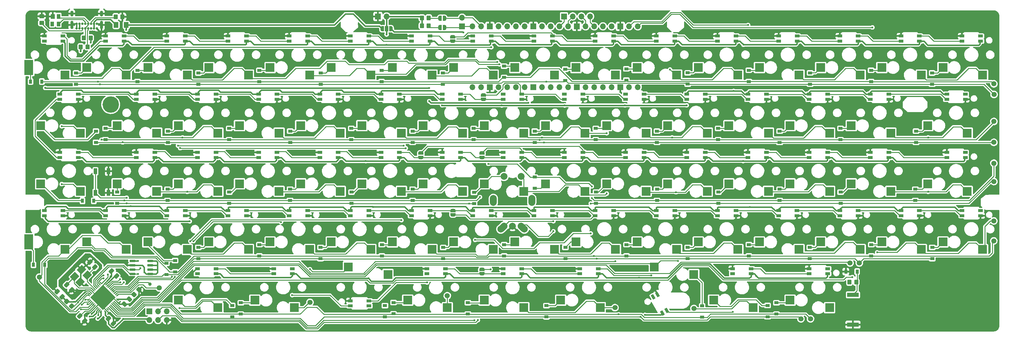
<source format=gbl>
%TF.GenerationSoftware,KiCad,Pcbnew,(6.0.1-0)*%
%TF.CreationDate,2022-02-14T06:45:36+09:00*%
%TF.ProjectId,nora,6e6f7261-2e6b-4696-9361-645f70636258,DN:0032*%
%TF.SameCoordinates,Original*%
%TF.FileFunction,Copper,L2,Bot*%
%TF.FilePolarity,Positive*%
%FSLAX46Y46*%
G04 Gerber Fmt 4.6, Leading zero omitted, Abs format (unit mm)*
G04 Created by KiCad (PCBNEW (6.0.1-0)) date 2022-02-14 06:45:36*
%MOMM*%
%LPD*%
G01*
G04 APERTURE LIST*
G04 Aperture macros list*
%AMRoundRect*
0 Rectangle with rounded corners*
0 $1 Rounding radius*
0 $2 $3 $4 $5 $6 $7 $8 $9 X,Y pos of 4 corners*
0 Add a 4 corners polygon primitive as box body*
4,1,4,$2,$3,$4,$5,$6,$7,$8,$9,$2,$3,0*
0 Add four circle primitives for the rounded corners*
1,1,$1+$1,$2,$3*
1,1,$1+$1,$4,$5*
1,1,$1+$1,$6,$7*
1,1,$1+$1,$8,$9*
0 Add four rect primitives between the rounded corners*
20,1,$1+$1,$2,$3,$4,$5,0*
20,1,$1+$1,$4,$5,$6,$7,0*
20,1,$1+$1,$6,$7,$8,$9,0*
20,1,$1+$1,$8,$9,$2,$3,0*%
%AMHorizOval*
0 Thick line with rounded ends*
0 $1 width*
0 $2 $3 position (X,Y) of the first rounded end (center of the circle)*
0 $4 $5 position (X,Y) of the second rounded end (center of the circle)*
0 Add line between two ends*
20,1,$1,$2,$3,$4,$5,0*
0 Add two circle primitives to create the rounded ends*
1,1,$1,$2,$3*
1,1,$1,$4,$5*%
%AMRotRect*
0 Rectangle, with rotation*
0 The origin of the aperture is its center*
0 $1 length*
0 $2 width*
0 $3 Rotation angle, in degrees counterclockwise*
0 Add horizontal line*
21,1,$1,$2,0,0,$3*%
%AMFreePoly0*
4,1,22,0.500000,-0.750000,0.000000,-0.750000,0.000000,-0.745033,-0.079941,-0.743568,-0.215256,-0.701293,-0.333266,-0.622738,-0.424486,-0.514219,-0.481581,-0.384460,-0.499164,-0.250000,-0.500000,-0.250000,-0.500000,0.250000,-0.499164,0.250000,-0.499963,0.256109,-0.478152,0.396186,-0.417904,0.524511,-0.324060,0.630769,-0.204165,0.706417,-0.067858,0.745374,0.000000,0.744959,0.000000,0.750000,
0.500000,0.750000,0.500000,-0.750000,0.500000,-0.750000,$1*%
%AMFreePoly1*
4,1,20,0.000000,0.744959,0.073905,0.744508,0.209726,0.703889,0.328688,0.626782,0.421226,0.519385,0.479903,0.390333,0.500000,0.250000,0.500000,-0.250000,0.499851,-0.262216,0.476331,-0.402017,0.414519,-0.529596,0.319384,-0.634700,0.198574,-0.708877,0.061801,-0.746166,0.000000,-0.745033,0.000000,-0.750000,-0.500000,-0.750000,-0.500000,0.750000,0.000000,0.750000,0.000000,0.744959,
0.000000,0.744959,$1*%
%AMFreePoly2*
4,1,22,0.550000,-0.750000,0.000000,-0.750000,0.000000,-0.745033,-0.079941,-0.743568,-0.215256,-0.701293,-0.333266,-0.622738,-0.424486,-0.514219,-0.481581,-0.384460,-0.499164,-0.250000,-0.500000,-0.250000,-0.500000,0.250000,-0.499164,0.250000,-0.499963,0.256109,-0.478152,0.396186,-0.417904,0.524511,-0.324060,0.630769,-0.204165,0.706417,-0.067858,0.745374,0.000000,0.744959,0.000000,0.750000,
0.550000,0.750000,0.550000,-0.750000,0.550000,-0.750000,$1*%
%AMFreePoly3*
4,1,20,0.000000,0.744959,0.073905,0.744508,0.209726,0.703889,0.328688,0.626782,0.421226,0.519385,0.479903,0.390333,0.500000,0.250000,0.500000,-0.250000,0.499851,-0.262216,0.476331,-0.402017,0.414519,-0.529596,0.319384,-0.634700,0.198574,-0.708877,0.061801,-0.746166,0.000000,-0.745033,0.000000,-0.750000,-0.550000,-0.750000,-0.550000,0.750000,0.000000,0.750000,0.000000,0.744959,
0.000000,0.744959,$1*%
G04 Aperture macros list end*
%TA.AperFunction,SMDPad,CuDef*%
%ADD10R,1.431250X0.820000*%
%TD*%
%TA.AperFunction,ComponentPad*%
%ADD11C,1.000000*%
%TD*%
%TA.AperFunction,ComponentPad*%
%ADD12C,4.800000*%
%TD*%
%TA.AperFunction,SMDPad,CuDef*%
%ADD13R,2.600000X2.600000*%
%TD*%
%TA.AperFunction,ComponentPad*%
%ADD14C,0.800000*%
%TD*%
%TA.AperFunction,SMDPad,CuDef*%
%ADD15R,2.100000X2.600000*%
%TD*%
%TA.AperFunction,SMDPad,CuDef*%
%ADD16R,2.600000X4.400000*%
%TD*%
%TA.AperFunction,ComponentPad*%
%ADD17O,2.000000X3.200000*%
%TD*%
%TA.AperFunction,ComponentPad*%
%ADD18C,2.000000*%
%TD*%
%TA.AperFunction,ComponentPad*%
%ADD19HorizOval,2.000000X0.353553X0.353553X-0.353553X-0.353553X0*%
%TD*%
%TA.AperFunction,ComponentPad*%
%ADD20HorizOval,2.000000X-0.353553X0.353553X0.353553X-0.353553X0*%
%TD*%
%TA.AperFunction,ComponentPad*%
%ADD21C,1.500000*%
%TD*%
%TA.AperFunction,SMDPad,CuDef*%
%ADD22RoundRect,0.250000X-0.350000X-0.450000X0.350000X-0.450000X0.350000X0.450000X-0.350000X0.450000X0*%
%TD*%
%TA.AperFunction,SMDPad,CuDef*%
%ADD23R,1.000000X1.700000*%
%TD*%
%TA.AperFunction,SMDPad,CuDef*%
%ADD24RoundRect,0.250000X0.574524X0.097227X0.097227X0.574524X-0.574524X-0.097227X-0.097227X-0.574524X0*%
%TD*%
%TA.AperFunction,SMDPad,CuDef*%
%ADD25RoundRect,0.250001X0.462499X0.624999X-0.462499X0.624999X-0.462499X-0.624999X0.462499X-0.624999X0*%
%TD*%
%TA.AperFunction,SMDPad,CuDef*%
%ADD26RoundRect,0.062500X-0.220971X-0.309359X0.309359X0.220971X0.220971X0.309359X-0.309359X-0.220971X0*%
%TD*%
%TA.AperFunction,SMDPad,CuDef*%
%ADD27RoundRect,0.062500X0.220971X-0.309359X0.309359X-0.220971X-0.220971X0.309359X-0.309359X0.220971X0*%
%TD*%
%TA.AperFunction,SMDPad,CuDef*%
%ADD28RotRect,5.150000X5.150000X45.000000*%
%TD*%
%TA.AperFunction,SMDPad,CuDef*%
%ADD29RoundRect,0.250000X0.350000X0.450000X-0.350000X0.450000X-0.350000X-0.450000X0.350000X-0.450000X0*%
%TD*%
%TA.AperFunction,SMDPad,CuDef*%
%ADD30RotRect,2.100000X1.800000X225.000000*%
%TD*%
%TA.AperFunction,SMDPad,CuDef*%
%ADD31RoundRect,0.250000X-0.574524X-0.097227X-0.097227X-0.574524X0.574524X0.097227X0.097227X0.574524X0*%
%TD*%
%TA.AperFunction,SMDPad,CuDef*%
%ADD32RoundRect,0.250000X-0.450000X0.350000X-0.450000X-0.350000X0.450000X-0.350000X0.450000X0.350000X0*%
%TD*%
%TA.AperFunction,ComponentPad*%
%ADD33C,0.700000*%
%TD*%
%TA.AperFunction,ComponentPad*%
%ADD34O,0.900000X2.400000*%
%TD*%
%TA.AperFunction,ComponentPad*%
%ADD35O,0.900000X1.700000*%
%TD*%
%TA.AperFunction,SMDPad,CuDef*%
%ADD36R,0.900000X1.200000*%
%TD*%
%TA.AperFunction,SMDPad,CuDef*%
%ADD37R,1.200000X0.900000*%
%TD*%
%TA.AperFunction,ComponentPad*%
%ADD38R,1.700000X1.700000*%
%TD*%
%TA.AperFunction,ComponentPad*%
%ADD39O,1.700000X1.700000*%
%TD*%
%TA.AperFunction,SMDPad,CuDef*%
%ADD40R,1.200000X1.400000*%
%TD*%
%TA.AperFunction,SMDPad,CuDef*%
%ADD41R,1.000000X1.400000*%
%TD*%
%TA.AperFunction,SMDPad,CuDef*%
%ADD42FreePoly0,0.000000*%
%TD*%
%TA.AperFunction,SMDPad,CuDef*%
%ADD43FreePoly1,0.000000*%
%TD*%
%TA.AperFunction,SMDPad,CuDef*%
%ADD44FreePoly2,180.000000*%
%TD*%
%TA.AperFunction,SMDPad,CuDef*%
%ADD45R,1.000000X1.500000*%
%TD*%
%TA.AperFunction,SMDPad,CuDef*%
%ADD46FreePoly3,180.000000*%
%TD*%
%TA.AperFunction,SMDPad,CuDef*%
%ADD47RoundRect,0.250000X-0.070711X0.565685X-0.565685X0.070711X0.070711X-0.565685X0.565685X-0.070711X0*%
%TD*%
%TA.AperFunction,SMDPad,CuDef*%
%ADD48RoundRect,0.250000X-0.565685X-0.070711X-0.070711X-0.565685X0.565685X0.070711X0.070711X0.565685X0*%
%TD*%
%TA.AperFunction,SMDPad,CuDef*%
%ADD49RoundRect,0.250000X0.097227X-0.574524X0.574524X-0.097227X-0.097227X0.574524X-0.574524X0.097227X0*%
%TD*%
%TA.AperFunction,SMDPad,CuDef*%
%ADD50RotRect,1.431250X0.820000X300.000000*%
%TD*%
%TA.AperFunction,SMDPad,CuDef*%
%ADD51RoundRect,0.150000X0.725000X0.150000X-0.725000X0.150000X-0.725000X-0.150000X0.725000X-0.150000X0*%
%TD*%
%TA.AperFunction,SMDPad,CuDef*%
%ADD52R,3.400000X1.300000*%
%TD*%
%TA.AperFunction,SMDPad,CuDef*%
%ADD53FreePoly0,90.000000*%
%TD*%
%TA.AperFunction,SMDPad,CuDef*%
%ADD54FreePoly1,90.000000*%
%TD*%
%TA.AperFunction,SMDPad,CuDef*%
%ADD55FreePoly0,270.000000*%
%TD*%
%TA.AperFunction,SMDPad,CuDef*%
%ADD56FreePoly1,270.000000*%
%TD*%
%TA.AperFunction,ViaPad*%
%ADD57C,0.600000*%
%TD*%
%TA.AperFunction,Conductor*%
%ADD58C,0.254000*%
%TD*%
%TA.AperFunction,Conductor*%
%ADD59C,0.381000*%
%TD*%
G04 APERTURE END LIST*
D10*
X185679506Y-65925520D03*
X185679506Y-64425520D03*
X180279506Y-64425520D03*
X180279506Y-65925520D03*
X149960866Y-65925520D03*
X149960866Y-64425520D03*
X144560866Y-64425520D03*
X144560866Y-65925520D03*
D11*
X49050000Y-49100000D03*
X47800000Y-48550000D03*
X49050000Y-51800000D03*
X46450000Y-49100000D03*
X46450000Y-51750000D03*
X49700000Y-50450000D03*
X47800000Y-52350000D03*
X45900000Y-50450000D03*
D12*
X47800000Y-50450000D03*
D13*
X52314048Y-41825520D03*
X40764048Y-39625520D03*
X52314048Y-92825520D03*
X40764048Y-90625520D03*
X70173424Y-41825520D03*
X58623424Y-39625520D03*
X61243736Y-58825520D03*
X49693736Y-56625520D03*
X70173424Y-92825520D03*
X58623424Y-90625520D03*
X88032800Y-41825520D03*
X76482800Y-39625520D03*
X79103112Y-58825520D03*
X67553112Y-56625520D03*
X79103112Y-75825520D03*
X67553112Y-73625520D03*
X88032800Y-92825520D03*
X76482800Y-90625520D03*
X105892176Y-41825520D03*
X94342176Y-39625520D03*
X96962488Y-58825520D03*
X85412488Y-56625520D03*
X96962488Y-75825520D03*
X85412488Y-73625520D03*
X105892176Y-92825520D03*
X94342176Y-90625520D03*
X123751552Y-41825520D03*
X112201552Y-39625520D03*
X114821864Y-58825520D03*
X103271864Y-56625520D03*
X114821864Y-75825520D03*
X103271864Y-73625520D03*
X123751552Y-92825520D03*
X112201552Y-90625520D03*
X141610928Y-41825520D03*
X130060928Y-39625520D03*
X132681240Y-58825520D03*
X121131240Y-56625520D03*
X132681240Y-75825520D03*
X121131240Y-73625520D03*
X141610928Y-92825520D03*
X130060928Y-90625520D03*
X150540616Y-58825520D03*
X138990616Y-56625520D03*
X150540616Y-75825520D03*
X138990616Y-73625520D03*
X195189056Y-41825520D03*
X183639056Y-39625520D03*
X186259368Y-58825520D03*
X174709368Y-56625520D03*
X195189056Y-92825520D03*
X183639056Y-90625520D03*
X190724212Y-109825520D03*
X179174212Y-107625520D03*
X213048432Y-41825520D03*
X201498432Y-39625520D03*
X204118744Y-58825520D03*
X192568744Y-56625520D03*
X204118744Y-75825520D03*
X192568744Y-73625520D03*
X213048432Y-92825520D03*
X201498432Y-90625520D03*
X206498432Y-97925520D03*
X218048432Y-100125520D03*
X230907808Y-41825520D03*
X219357808Y-39625520D03*
X221978120Y-75825520D03*
X210428120Y-73625520D03*
X230907808Y-92825520D03*
X219357808Y-90625520D03*
X235372652Y-109825520D03*
X223822652Y-107625520D03*
X248767187Y-41825520D03*
X237217187Y-39625520D03*
X248766992Y-92825520D03*
X237216992Y-90625520D03*
X266626560Y-41825520D03*
X255076560Y-39625520D03*
X257696672Y-75825520D03*
X246146672Y-73625520D03*
X266626560Y-92825520D03*
X255076560Y-90625520D03*
X284485937Y-41825520D03*
X272935937Y-39625520D03*
X275556032Y-58825520D03*
X264006032Y-56625520D03*
X275556032Y-75825520D03*
X264006032Y-73625520D03*
X284485936Y-92825520D03*
X272935936Y-90625520D03*
X302345312Y-41825520D03*
X290795312Y-39625520D03*
X302345312Y-92825520D03*
X290795312Y-90625520D03*
X61243736Y-75825520D03*
X49693736Y-73625520D03*
X221978120Y-58825520D03*
X210428120Y-56625520D03*
X186259368Y-75825520D03*
X174709368Y-73625520D03*
X38919516Y-58825520D03*
X27369516Y-56625520D03*
X34454672Y-41825520D03*
D14*
X24579672Y-41375520D03*
D15*
X23654672Y-39625520D03*
D14*
X23219672Y-37873520D03*
X23219672Y-41373520D03*
X24579672Y-37875520D03*
D16*
X23904672Y-39625520D03*
D13*
X34454680Y-92825520D03*
D14*
X23219680Y-92373520D03*
D16*
X23904680Y-90625520D03*
D14*
X23219680Y-88873520D03*
X24579680Y-92375520D03*
D15*
X23654680Y-90625520D03*
D14*
X24579680Y-88875520D03*
D13*
X117201552Y-97925520D03*
X128751552Y-100125520D03*
X146075772Y-109825520D03*
X134525772Y-107625520D03*
X239837312Y-75825520D03*
X228287312Y-73625520D03*
X257696872Y-109825520D03*
X246146872Y-107625520D03*
X79103112Y-109825520D03*
X67553112Y-107625520D03*
X101427332Y-109825520D03*
X89877332Y-107625520D03*
X239837312Y-58825520D03*
X228287312Y-56625520D03*
X297880232Y-58825520D03*
X286330232Y-56625520D03*
X297880232Y-75825520D03*
X286330232Y-73625520D03*
X257696672Y-58825520D03*
X246146672Y-56625520D03*
X38919516Y-75825520D03*
X27369516Y-73625520D03*
X159470304Y-41825520D03*
X147920304Y-39625520D03*
D17*
X159524992Y-78475520D03*
X170724992Y-78475520D03*
D18*
X161694992Y-86875520D03*
D19*
X162284992Y-86325520D03*
D20*
X167974992Y-86325520D03*
D18*
X168564992Y-86875520D03*
X165124992Y-85975520D03*
X167624992Y-71475520D03*
X162624992Y-71475520D03*
D13*
X177329680Y-92825520D03*
X165779680Y-90625520D03*
X177329680Y-41825520D03*
X165779680Y-39625520D03*
X168399992Y-109825520D03*
X156849992Y-107625520D03*
X159470304Y-92825520D03*
X147920304Y-90625520D03*
X168399992Y-75825520D03*
X156849992Y-73625520D03*
X168399992Y-58825520D03*
X156849992Y-56625520D03*
D21*
X61973432Y-104075520D03*
X305614056Y-84475520D03*
X146075000Y-106350000D03*
D11*
X59273432Y-102975520D03*
D21*
X105973432Y-108275520D03*
X27000000Y-100900000D03*
D22*
X138650000Y-25100000D03*
X140650000Y-25100000D03*
D23*
X47149984Y-76250520D03*
X47149984Y-69950520D03*
X43349984Y-69950520D03*
X43349984Y-76250520D03*
D21*
X305614056Y-90300000D03*
X305700000Y-47500000D03*
X305649984Y-61500000D03*
X305650000Y-67600000D03*
X266360866Y-96775520D03*
X249300000Y-113100000D03*
D24*
X43203623Y-97993623D03*
X41736377Y-96526377D03*
D25*
X52337500Y-27175520D03*
X49362500Y-27175520D03*
D26*
X44887079Y-111023967D03*
X44533526Y-110670413D03*
X44179973Y-110316860D03*
X43826419Y-109963306D03*
X43472866Y-109609753D03*
X43119312Y-109256200D03*
X42765759Y-108902646D03*
X42412206Y-108549093D03*
X42058652Y-108195539D03*
X41705099Y-107841986D03*
X41351545Y-107488433D03*
D27*
X41351545Y-106162607D03*
X41705099Y-105809054D03*
X42058652Y-105455501D03*
X42412206Y-105101947D03*
X42765759Y-104748394D03*
X43119312Y-104394840D03*
X43472866Y-104041287D03*
X43826419Y-103687734D03*
X44179973Y-103334180D03*
X44533526Y-102980627D03*
X44887079Y-102627073D03*
D26*
X46212905Y-102627073D03*
X46566458Y-102980627D03*
X46920011Y-103334180D03*
X47273565Y-103687734D03*
X47627118Y-104041287D03*
X47980672Y-104394840D03*
X48334225Y-104748394D03*
X48687778Y-105101947D03*
X49041332Y-105455501D03*
X49394885Y-105809054D03*
X49748439Y-106162607D03*
D27*
X49748439Y-107488433D03*
X49394885Y-107841986D03*
X49041332Y-108195539D03*
X48687778Y-108549093D03*
X48334225Y-108902646D03*
X47980672Y-109256200D03*
X47627118Y-109609753D03*
X47273565Y-109963306D03*
X46920011Y-110316860D03*
X46566458Y-110670413D03*
X46212905Y-111023967D03*
D28*
X45549992Y-106825520D03*
D29*
X41950000Y-30975520D03*
X39950000Y-30975520D03*
X51250000Y-24775520D03*
X49250000Y-24775520D03*
D30*
X40938478Y-100317868D03*
X38887868Y-102368478D03*
X37261522Y-100742132D03*
X39312132Y-98691522D03*
D22*
X138650000Y-27400000D03*
X140650000Y-27400000D03*
D21*
X305649984Y-55400000D03*
D31*
X32166377Y-105166377D03*
X33633623Y-106633623D03*
D21*
X305649984Y-72950000D03*
D32*
X27650000Y-24600520D03*
X27650000Y-26600520D03*
D33*
X37800000Y-28190000D03*
X38650000Y-28190000D03*
X39500000Y-28190000D03*
X40350000Y-28190000D03*
X41200000Y-28190000D03*
X42050000Y-28190000D03*
X42900000Y-28190000D03*
X43750000Y-28190000D03*
X43750000Y-26840000D03*
X42900000Y-26840000D03*
X42050000Y-26840000D03*
X41200000Y-26840000D03*
X40350000Y-26840000D03*
X39500000Y-26840000D03*
X38650000Y-26840000D03*
X37800000Y-26840000D03*
D34*
X45100000Y-27210000D03*
D35*
X36450000Y-23830000D03*
X45100000Y-23830000D03*
D34*
X36450000Y-27210000D03*
D36*
X28550000Y-97300000D03*
X25250000Y-97300000D03*
D37*
X37693666Y-44525520D03*
X37693666Y-41225520D03*
D36*
X42850000Y-78600000D03*
X39550000Y-78600000D03*
D37*
X64100000Y-100150000D03*
X64100000Y-96850000D03*
X55593666Y-43725520D03*
X55593666Y-40425520D03*
X46293666Y-60725520D03*
X46293666Y-57425520D03*
X66600000Y-99350000D03*
X66600000Y-96050000D03*
X85773432Y-111700000D03*
X85773432Y-108400000D03*
X73400000Y-44525520D03*
X73400000Y-41225520D03*
X64493666Y-61525520D03*
X64493666Y-58225520D03*
X64400000Y-78500000D03*
X64400000Y-75200000D03*
X73400000Y-95500000D03*
X73400000Y-92200000D03*
X83273432Y-112500000D03*
X83273432Y-109200000D03*
X82400000Y-60725000D03*
X82400000Y-57425000D03*
X82400000Y-79350000D03*
X82400000Y-76050000D03*
X91200000Y-94700000D03*
X91200000Y-91400000D03*
X109093666Y-44525520D03*
X109093666Y-41225520D03*
X100200000Y-61525000D03*
X100200000Y-58225000D03*
X100150000Y-78500000D03*
X100150000Y-75200000D03*
X109050000Y-95500000D03*
X109050000Y-92200000D03*
X127873432Y-112525520D03*
X127873432Y-109225520D03*
X126893666Y-43725520D03*
X126893666Y-40425520D03*
X118025000Y-60725000D03*
X118025000Y-57425000D03*
X118100000Y-79350000D03*
X118100000Y-76050000D03*
X135925000Y-61525000D03*
X135925000Y-58225000D03*
X135950000Y-78500000D03*
X135950000Y-75200000D03*
X130373432Y-111625520D03*
X130373432Y-108325520D03*
X180500000Y-43425520D03*
X180500000Y-40125520D03*
X171600000Y-61525000D03*
X171600000Y-58225000D03*
X171573432Y-71625520D03*
X171573432Y-74925520D03*
X180550000Y-95500000D03*
X180550000Y-92200000D03*
X175023432Y-112525520D03*
X175023432Y-109225520D03*
X198349984Y-43325520D03*
X198349984Y-40025520D03*
X189425000Y-60725000D03*
X189425000Y-57425000D03*
X189500000Y-79350000D03*
X189500000Y-76050000D03*
X198400000Y-94700000D03*
X198400000Y-91400000D03*
X220473432Y-112625520D03*
X220473432Y-109325520D03*
X216243666Y-44475520D03*
X216243666Y-41175520D03*
X207275000Y-61525000D03*
X207275000Y-58225000D03*
X207300000Y-78500000D03*
X207300000Y-75200000D03*
X216250000Y-95500000D03*
X216250000Y-92200000D03*
X239573432Y-112500000D03*
X239573432Y-109200000D03*
X234093666Y-43725520D03*
X234093666Y-40425520D03*
X225150000Y-60725000D03*
X225150000Y-57425000D03*
X225200000Y-79350000D03*
X225200000Y-76050000D03*
X234100000Y-94700000D03*
X234100000Y-91400000D03*
X242173432Y-111700000D03*
X242173432Y-108400000D03*
X251993666Y-44495520D03*
X251993666Y-41195520D03*
X243075000Y-61525000D03*
X243075000Y-58225000D03*
X243100000Y-78500000D03*
X243100000Y-75200000D03*
X251900000Y-95500000D03*
X251900000Y-92200000D03*
X269793666Y-43725520D03*
X269793666Y-40425520D03*
X260850000Y-60725000D03*
X260850000Y-57425000D03*
X260900000Y-79350000D03*
X260900000Y-76050000D03*
X269850000Y-94700000D03*
X269850000Y-91400000D03*
X287593666Y-44525520D03*
X287593666Y-41225520D03*
X282925000Y-61525000D03*
X282925000Y-58225000D03*
X282700000Y-78500000D03*
X282700000Y-75200000D03*
X287650000Y-95500000D03*
X287650000Y-92200000D03*
D10*
X33879672Y-31925520D03*
X33879672Y-30425520D03*
X28479672Y-30425520D03*
X28479672Y-31925520D03*
X51734333Y-31925520D03*
X51734333Y-30425520D03*
X46334333Y-30425520D03*
X46334333Y-31925520D03*
X69593666Y-31925520D03*
X69593666Y-30425520D03*
X64193666Y-30425520D03*
X64193666Y-31925520D03*
X87452999Y-31925520D03*
X87452999Y-30425520D03*
X82052999Y-30425520D03*
X82052999Y-31925520D03*
X105312332Y-31925520D03*
X105312332Y-30425520D03*
X99912332Y-30425520D03*
X99912332Y-31925520D03*
X123171665Y-31925520D03*
X123171665Y-30425520D03*
X117771665Y-30425520D03*
X117771665Y-31925520D03*
X141030998Y-31925520D03*
X141030998Y-30425520D03*
X135630998Y-30425520D03*
X135630998Y-31925520D03*
X176749930Y-31925520D03*
X176749930Y-30425520D03*
X171349930Y-30425520D03*
X171349930Y-31925520D03*
X194609306Y-31925520D03*
X194609306Y-30425520D03*
X189209306Y-30425520D03*
X189209306Y-31925520D03*
X212468682Y-31925520D03*
X212468682Y-30425520D03*
X207068682Y-30425520D03*
X207068682Y-31925520D03*
X230328058Y-31925520D03*
X230328058Y-30425520D03*
X224928058Y-30425520D03*
X224928058Y-31925520D03*
X248192185Y-31925520D03*
X248192185Y-30425520D03*
X242792185Y-30425520D03*
X242792185Y-31925520D03*
X266046810Y-31925520D03*
X266046810Y-30425520D03*
X260646810Y-30425520D03*
X260646810Y-31925520D03*
D38*
X180149984Y-24675520D03*
D39*
X182689984Y-24675520D03*
X185229984Y-24675520D03*
X187769984Y-24675520D03*
D21*
X305649984Y-44400000D03*
D10*
X158890554Y-31925520D03*
X158890554Y-30425520D03*
X153490554Y-30425520D03*
X153490554Y-31925520D03*
D21*
X263660866Y-96775520D03*
D39*
X153419984Y-27585520D03*
X155959984Y-27585520D03*
D38*
X158499984Y-27585520D03*
D39*
X161039984Y-27585520D03*
X163579984Y-27585520D03*
X166119984Y-27585520D03*
X168659984Y-27585520D03*
D38*
X171199984Y-27585520D03*
D39*
X173739984Y-27585520D03*
X176279984Y-27585520D03*
X178819984Y-27585520D03*
X181359984Y-27585520D03*
D38*
X183899984Y-27585520D03*
D39*
X186439984Y-27585520D03*
X188979984Y-27585520D03*
X191519984Y-27585520D03*
X194059984Y-27585520D03*
D38*
X196599984Y-27585520D03*
D39*
X199139984Y-27585520D03*
X201679984Y-27585520D03*
X201679984Y-45365520D03*
X199139984Y-45365520D03*
D38*
X196599984Y-45365520D03*
D39*
X194059984Y-45365520D03*
X191519984Y-45365520D03*
X188979984Y-45365520D03*
X186439984Y-45365520D03*
D38*
X183899984Y-45365520D03*
D39*
X181359984Y-45365520D03*
X178819984Y-45365520D03*
X176279984Y-45365520D03*
X173739984Y-45365520D03*
D38*
X171199984Y-45365520D03*
D39*
X168659984Y-45365520D03*
X166119984Y-45365520D03*
X163579984Y-45365520D03*
X161039984Y-45365520D03*
D38*
X158499984Y-45365520D03*
D39*
X155959984Y-45365520D03*
X153419984Y-45365520D03*
D40*
X30895000Y-24675520D03*
D41*
X32615000Y-24675520D03*
X32615000Y-26875520D03*
X30715000Y-26875520D03*
D22*
X39050000Y-33575520D03*
X41050000Y-33575520D03*
D38*
X150400000Y-27585520D03*
D39*
X150400000Y-25045520D03*
D42*
X143950000Y-25250000D03*
D43*
X145250000Y-25250000D03*
D42*
X143950000Y-27900000D03*
D43*
X145250000Y-27900000D03*
D44*
X129650000Y-28300520D03*
D45*
X128350000Y-28300520D03*
D46*
X127050000Y-28300520D03*
D38*
X125800000Y-24700520D03*
D39*
X128340000Y-24700520D03*
D47*
X56007107Y-104592893D03*
X54592893Y-106007107D03*
D48*
X34992893Y-107992893D03*
X36407107Y-109407107D03*
D49*
X51816377Y-108783623D03*
X53283623Y-107316377D03*
D31*
X38766377Y-112266377D03*
X40233623Y-113733623D03*
D10*
X269576306Y-47425520D03*
X269576306Y-48925520D03*
X274976306Y-48925520D03*
X274976306Y-47425520D03*
X251716946Y-47425520D03*
X251716946Y-48925520D03*
X257116946Y-48925520D03*
X257116946Y-47425520D03*
X233857586Y-47425520D03*
X233857586Y-48925520D03*
X239257586Y-48925520D03*
X239257586Y-47425520D03*
X215998226Y-47425520D03*
X215998226Y-48925520D03*
X221398226Y-48925520D03*
X221398226Y-47425520D03*
X180279506Y-47425520D03*
X180279506Y-48925520D03*
X185679506Y-48925520D03*
X185679506Y-47425520D03*
X162420242Y-47425520D03*
X162420242Y-48925520D03*
X167820242Y-48925520D03*
X167820242Y-47425520D03*
X126701490Y-47425520D03*
X126701490Y-48925520D03*
X132101490Y-48925520D03*
X132101490Y-47425520D03*
X108842114Y-47425520D03*
X108842114Y-48925520D03*
X114242114Y-48925520D03*
X114242114Y-47425520D03*
X90982738Y-47425520D03*
X90982738Y-48925520D03*
X96382738Y-48925520D03*
X96382738Y-47425520D03*
X73123362Y-47425520D03*
X73123362Y-48925520D03*
X78523362Y-48925520D03*
X78523362Y-47425520D03*
X55263986Y-47425520D03*
X55263986Y-48925520D03*
X60663986Y-48925520D03*
X60663986Y-47425520D03*
X38339786Y-65925520D03*
X38339786Y-64425520D03*
X32939786Y-64425520D03*
X32939786Y-65925520D03*
X60663986Y-65925520D03*
X60663986Y-64425520D03*
X55263986Y-64425520D03*
X55263986Y-65925520D03*
X78523346Y-65925520D03*
X78523346Y-64425520D03*
X73123346Y-64425520D03*
X73123346Y-65925520D03*
X96382706Y-65925520D03*
X96382706Y-64425520D03*
X90982706Y-64425520D03*
X90982706Y-65925520D03*
X114242066Y-65925520D03*
X114242066Y-64425520D03*
X108842066Y-64425520D03*
X108842066Y-65925520D03*
X167820242Y-65925520D03*
X167820242Y-64425520D03*
X162420242Y-64425520D03*
X162420242Y-65925520D03*
X203538866Y-65925520D03*
X203538866Y-64425520D03*
X198138866Y-64425520D03*
X198138866Y-65925520D03*
X239262497Y-65925520D03*
X239262497Y-64425520D03*
X233862497Y-64425520D03*
X233862497Y-65925520D03*
X257121873Y-65925520D03*
X257121873Y-64425520D03*
X251721873Y-64425520D03*
X251721873Y-65925520D03*
X274981249Y-65925520D03*
X274981249Y-64425520D03*
X269581249Y-64425520D03*
X269581249Y-65925520D03*
X296365346Y-81425520D03*
X296365346Y-82925520D03*
X301765346Y-82925520D03*
X301765346Y-81425520D03*
X278505986Y-81425520D03*
X278505986Y-82925520D03*
X283905986Y-82925520D03*
X283905986Y-81425520D03*
X260646626Y-81425520D03*
X260646626Y-82925520D03*
X266046626Y-82925520D03*
X266046626Y-81425520D03*
X242787266Y-81425520D03*
X242787266Y-82925520D03*
X248187266Y-82925520D03*
X248187266Y-81425520D03*
X224927906Y-81425520D03*
X224927906Y-82925520D03*
X230327906Y-82925520D03*
X230327906Y-81425520D03*
X189209186Y-81425520D03*
X189209186Y-82925520D03*
X194609186Y-82925520D03*
X194609186Y-81425520D03*
X171354680Y-81425520D03*
X171354680Y-82925520D03*
X176754680Y-82925520D03*
X176754680Y-81425520D03*
X153490554Y-81425520D03*
X153490554Y-82925520D03*
X158890554Y-82925520D03*
X158890554Y-81425520D03*
X135631178Y-81425520D03*
X135631178Y-82925520D03*
X141031178Y-82925520D03*
X141031178Y-81425520D03*
X117771802Y-81425520D03*
X117771802Y-82925520D03*
X123171802Y-82925520D03*
X123171802Y-81425520D03*
X99912426Y-81425520D03*
X99912426Y-82925520D03*
X105312426Y-82925520D03*
X105312426Y-81425520D03*
X82053050Y-81425520D03*
X82053050Y-82925520D03*
X87453050Y-82925520D03*
X87453050Y-81425520D03*
X64193674Y-81425520D03*
X64193674Y-82925520D03*
X69593674Y-82925520D03*
X69593674Y-81425520D03*
X100852332Y-99925520D03*
X100852332Y-98425520D03*
X95452332Y-98425520D03*
X95452332Y-99925520D03*
X123176552Y-109325520D03*
X123176552Y-107825520D03*
X117776552Y-107825520D03*
X117776552Y-109325520D03*
X145500772Y-99925520D03*
X145500772Y-98425520D03*
X140100772Y-98425520D03*
X140100772Y-99925520D03*
X167820242Y-99925520D03*
X167820242Y-98425520D03*
X162420242Y-98425520D03*
X162420242Y-99925520D03*
D50*
X208861347Y-111388789D03*
X210160385Y-110638789D03*
X207460385Y-105962251D03*
X206161347Y-106712251D03*
D10*
X234792902Y-99925520D03*
X234792902Y-98425520D03*
X229392902Y-98425520D03*
X229392902Y-99925520D03*
X190144462Y-99925520D03*
X190144462Y-98425520D03*
X184744462Y-98425520D03*
X184744462Y-99925520D03*
X291900506Y-47425520D03*
X291900506Y-48925520D03*
X297300506Y-48925520D03*
X297300506Y-47425520D03*
X144560866Y-47425520D03*
X144560866Y-48925520D03*
X149960866Y-48925520D03*
X149960866Y-47425520D03*
X78528112Y-99925520D03*
X78528112Y-98425520D03*
X73128112Y-98425520D03*
X73128112Y-99925520D03*
X207068546Y-81425520D03*
X207068546Y-82925520D03*
X212468546Y-82925520D03*
X212468546Y-81425520D03*
D36*
X27693666Y-43725520D03*
X24393666Y-43725520D03*
D37*
X91193666Y-43725520D03*
X91193666Y-40425520D03*
X43493666Y-61525520D03*
X43493666Y-58225520D03*
X49700000Y-79350000D03*
X49700000Y-76050000D03*
D21*
X195023432Y-109825520D03*
D24*
X48617246Y-114450000D03*
X47150000Y-112982754D03*
D37*
X126950000Y-94700000D03*
X126950000Y-91400000D03*
D31*
X48016377Y-99116377D03*
X49483623Y-100583623D03*
D51*
X59325000Y-96145000D03*
X59325000Y-97415000D03*
X59325000Y-98685000D03*
X59325000Y-99955000D03*
X54175000Y-99955000D03*
X54175000Y-98685000D03*
X54175000Y-97415000D03*
X54175000Y-96145000D03*
D10*
X198138866Y-47425520D03*
X198138866Y-48925520D03*
X203538866Y-48925520D03*
X203538866Y-47425520D03*
X132101426Y-65925520D03*
X132101426Y-64425520D03*
X126701426Y-64425520D03*
X126701426Y-65925520D03*
X221403121Y-65925520D03*
X221403121Y-64425520D03*
X216003121Y-64425520D03*
X216003121Y-65925520D03*
D21*
X252100000Y-113100000D03*
X218060866Y-110075520D03*
D38*
X59100000Y-110900000D03*
D39*
X59100000Y-113440000D03*
X61640000Y-110900000D03*
X61640000Y-113440000D03*
X64180000Y-110900000D03*
X64180000Y-113440000D03*
D31*
X34956377Y-103146377D03*
X36423623Y-104613623D03*
D36*
X265723432Y-99275520D03*
X262423432Y-99275520D03*
D52*
X264510866Y-114775520D03*
X264510866Y-106075520D03*
D22*
X263473432Y-102375520D03*
X265473432Y-102375520D03*
D37*
X153873432Y-79425520D03*
X153873432Y-76125520D03*
X153773432Y-60725520D03*
X153773432Y-57425520D03*
D53*
X156163986Y-99925520D03*
D54*
X156163986Y-98625520D03*
D53*
X156163986Y-65925520D03*
D54*
X156163986Y-64625520D03*
D10*
X283910937Y-31925520D03*
X283910937Y-30425520D03*
X278510937Y-30425520D03*
X278510937Y-31925520D03*
X257117122Y-99925520D03*
X257117122Y-98425520D03*
X251717122Y-98425520D03*
X251717122Y-99925520D03*
X28474922Y-81425520D03*
X28474922Y-82925520D03*
X33874922Y-82925520D03*
X33874922Y-81425520D03*
D37*
X144773432Y-44525520D03*
X144773432Y-41225520D03*
D10*
X46334298Y-81425520D03*
X46334298Y-82925520D03*
X51734298Y-82925520D03*
X51734298Y-81425520D03*
D37*
X162673432Y-94700520D03*
X162673432Y-91400520D03*
D53*
X147735866Y-82725520D03*
D54*
X147735866Y-81425520D03*
D37*
X152073432Y-111675520D03*
X152073432Y-108375520D03*
D10*
X297305469Y-65925520D03*
X297305469Y-64425520D03*
X291905469Y-64425520D03*
X291905469Y-65925520D03*
D37*
X144873432Y-95525520D03*
X144873432Y-92225520D03*
X162673432Y-42525520D03*
X162673432Y-39225520D03*
D53*
X147660866Y-31925520D03*
D54*
X147660866Y-30625520D03*
D10*
X32939766Y-47425520D03*
X32939766Y-48925520D03*
X38339766Y-48925520D03*
X38339766Y-47425520D03*
D53*
X138360866Y-65925520D03*
D54*
X138360866Y-64625520D03*
D55*
X156660866Y-47625520D03*
D56*
X156660866Y-48925520D03*
D10*
X301765562Y-31925520D03*
X301765562Y-30425520D03*
X296365562Y-30425520D03*
X296365562Y-31925520D03*
D57*
X127873432Y-109225520D03*
X128773432Y-100175520D03*
X189700000Y-95500000D03*
X51460866Y-113075520D03*
X37160866Y-108075520D03*
X44160866Y-111975520D03*
X47160866Y-112975520D03*
X53216369Y-107341897D03*
X49483623Y-100583623D03*
X52350000Y-28600000D03*
X39135866Y-110335009D03*
X151000000Y-105800000D03*
X132060866Y-30375520D03*
X306500000Y-82675520D03*
X105100000Y-82950000D03*
X186000000Y-48900000D03*
X172000000Y-37800000D03*
X43860866Y-30675520D03*
X167713986Y-48925520D03*
X306500000Y-116000000D03*
X123667666Y-82889678D03*
X69350000Y-82950000D03*
X172160866Y-64575520D03*
X53300000Y-101800000D03*
X49200000Y-96300000D03*
X203900000Y-48900000D03*
X33000000Y-37800000D03*
X201500000Y-116000000D03*
X93500000Y-82800000D03*
X48300000Y-76250000D03*
X159160866Y-35675520D03*
X24000000Y-23800000D03*
X70060866Y-35975520D03*
X158863986Y-82975520D03*
X123500000Y-35900000D03*
X186205232Y-55075520D03*
X131500000Y-116000000D03*
X168605232Y-55075520D03*
X58500000Y-82800000D03*
X257000000Y-71800000D03*
X213900000Y-48900000D03*
X104560866Y-96575520D03*
X136500000Y-23800000D03*
X87250000Y-82950000D03*
X283000000Y-71800000D03*
X69000000Y-88800000D03*
X176714056Y-82975520D03*
X306500000Y-75675520D03*
X284000000Y-37800000D03*
X54691049Y-107491049D03*
X117800000Y-64100000D03*
X141000000Y-88800000D03*
X212243732Y-88800000D03*
X31100000Y-104100000D03*
X213000000Y-37800000D03*
X306500000Y-63800000D03*
X82000000Y-105800000D03*
X185760866Y-79025520D03*
X54060866Y-85375520D03*
X35084380Y-88775749D03*
X216698973Y-105704159D03*
X282660866Y-54775520D03*
X53100000Y-76300000D03*
X165160866Y-82675520D03*
X250073432Y-98375520D03*
X135500000Y-35800000D03*
X29754066Y-98500000D03*
X38000000Y-54800000D03*
X221000000Y-71800000D03*
X94000000Y-116000000D03*
X251500000Y-23800000D03*
X153563986Y-30425520D03*
X93073432Y-98475520D03*
X54000000Y-23800000D03*
X144760866Y-71800000D03*
X35084380Y-82919874D03*
X41000000Y-82800000D03*
X57900000Y-34100000D03*
X137873432Y-98475520D03*
X38000000Y-71800000D03*
X24000000Y-48800000D03*
X238873432Y-98375520D03*
X162463986Y-64475520D03*
X177463459Y-88793552D03*
X149750000Y-48950000D03*
X57660866Y-99475520D03*
X120560866Y-28375520D03*
X194273432Y-97875520D03*
X162660866Y-30375520D03*
X114310866Y-98075520D03*
X174000000Y-23800000D03*
X74000000Y-71800000D03*
X24000000Y-81750000D03*
X144560866Y-64425520D03*
X128560866Y-42575520D03*
X171513986Y-30425520D03*
X140860866Y-35775520D03*
X75500000Y-82800000D03*
X114000000Y-71800000D03*
X172160866Y-98575520D03*
X144760866Y-39575520D03*
X113568270Y-105368270D03*
X70963986Y-100275520D03*
X248000000Y-105800000D03*
X24000000Y-63800000D03*
X54060866Y-83875520D03*
X135600000Y-63200000D03*
X111500000Y-82800000D03*
X75860866Y-29475520D03*
X176760866Y-54875520D03*
X151760866Y-98575520D03*
X56660866Y-111575520D03*
X49800000Y-98800000D03*
X36860866Y-111875520D03*
X194014056Y-51975520D03*
X126160866Y-98075520D03*
X276800000Y-116000000D03*
X31200000Y-79100000D03*
X64800000Y-64100000D03*
X100000000Y-64100000D03*
X237500000Y-116000000D03*
X39500000Y-93400000D03*
X276000000Y-23800000D03*
X82100000Y-64100000D03*
X91500000Y-23800000D03*
X257000000Y-54800000D03*
X99560866Y-35975520D03*
X185355232Y-71825520D03*
X182673432Y-98575520D03*
X71360866Y-110875520D03*
X209000000Y-23800000D03*
X306500000Y-96350000D03*
X189773432Y-105775520D03*
X24000000Y-116000000D03*
X31400000Y-46700000D03*
X221000000Y-54800000D03*
X114000000Y-54800000D03*
X45700000Y-35900000D03*
X150205232Y-55075520D03*
X248000000Y-88800000D03*
X95260866Y-110075520D03*
X188864056Y-63625520D03*
X203960866Y-98145820D03*
X166160866Y-93675520D03*
X37400000Y-33600000D03*
X111560866Y-29475520D03*
X105000000Y-88800000D03*
X48800000Y-53700000D03*
X200800000Y-56100000D03*
X24000000Y-75800000D03*
X78000000Y-54800000D03*
X306500000Y-48800000D03*
X248000000Y-37800000D03*
X283000000Y-88800000D03*
X177960866Y-49475520D03*
X182960866Y-82675520D03*
X306500000Y-23800000D03*
X162513986Y-98425520D03*
X81860866Y-110575520D03*
X56500000Y-116000000D03*
X276460866Y-96325520D03*
X82573432Y-98475520D03*
X225973432Y-98275520D03*
X136500000Y-26600000D03*
X23500000Y-99000000D03*
X166500000Y-116000000D03*
X30715000Y-26875518D03*
X39045616Y-34874911D03*
X41687610Y-112392625D03*
X42273686Y-111673092D03*
X41943666Y-32375520D03*
X43990000Y-113039999D03*
X28563986Y-31925520D03*
X140805232Y-49475520D03*
X169760866Y-49975520D03*
X140805232Y-45637599D03*
X28660866Y-45575520D03*
X40370332Y-107503908D03*
X133938151Y-63198153D03*
X55800000Y-99950000D03*
X68090566Y-63179042D03*
X56450000Y-98300000D03*
X133331166Y-62460000D03*
X67460866Y-62475520D03*
X52460866Y-77675520D03*
X38234552Y-108282167D03*
X154000000Y-113500000D03*
X41048449Y-108829700D03*
X177058719Y-84555253D03*
X44060866Y-43725520D03*
X162673432Y-42525520D03*
X45741078Y-101247217D03*
X188860000Y-94700000D03*
X196114056Y-111775520D03*
X174960866Y-43725520D03*
X44725520Y-44525520D03*
X47004243Y-100139852D03*
X50500000Y-101500000D03*
X51311534Y-61500000D03*
X174360866Y-61575520D03*
X51797407Y-78502593D03*
X188260866Y-77775520D03*
X155593686Y-77487709D03*
X188260866Y-74375520D03*
X50600000Y-102400000D03*
X158060866Y-67775520D03*
X202550000Y-112500000D03*
X45743834Y-100444010D03*
X45125000Y-60725000D03*
X173060866Y-60775520D03*
X187960866Y-79375520D03*
X51600000Y-102400000D03*
X52450000Y-79350000D03*
X187960866Y-88125520D03*
X152455232Y-79425520D03*
X154205232Y-90025520D03*
X33500000Y-73700000D03*
X33500000Y-56800000D03*
X158913986Y-33675520D03*
X34454680Y-92825520D03*
X34454672Y-41825520D03*
X67873432Y-109975520D03*
X160660866Y-37975520D03*
X68753231Y-60075520D03*
X70148113Y-75980201D03*
X70173424Y-93075520D03*
X70173424Y-41825520D03*
X132681240Y-58825520D03*
X65722292Y-100775449D03*
X132681240Y-84246990D03*
X159463986Y-41775520D03*
X141610928Y-93175520D03*
X71060866Y-90375520D03*
X132681240Y-75825520D03*
X141472997Y-42000000D03*
X212873432Y-92975520D03*
X213460866Y-96175520D03*
X211700000Y-60075520D03*
X212860866Y-76075520D03*
X211100000Y-40200000D03*
X271560866Y-93675520D03*
X264360866Y-100875520D03*
X270199996Y-27900000D03*
X284225516Y-41825516D03*
X284485936Y-92825520D03*
X286460866Y-75975520D03*
X286460866Y-60075520D03*
X195373432Y-41875520D03*
X192623432Y-58825520D03*
X195189056Y-92825520D03*
X176900000Y-42700000D03*
X192623432Y-76475520D03*
X173731166Y-60075520D03*
X195173432Y-96275520D03*
X105892176Y-41825520D03*
X105960866Y-98575520D03*
X96962488Y-58825520D03*
X71960866Y-90375520D03*
X66523432Y-100825520D03*
X96962488Y-75825520D03*
X105892176Y-93100000D03*
X97507749Y-84792251D03*
X161260866Y-38675520D03*
X266150000Y-92950000D03*
X257578358Y-109707006D03*
X248524480Y-41825520D03*
X257696672Y-75825520D03*
X233900000Y-27200000D03*
X257696672Y-59175520D03*
X263460866Y-102375520D03*
X150763986Y-29375520D03*
X155000000Y-113475520D03*
X177060866Y-87475520D03*
X39384054Y-108946370D03*
X128325000Y-32975000D03*
X126705232Y-47475520D03*
X215960866Y-47425520D03*
X232536849Y-32966040D03*
X202131166Y-101077814D03*
X203760866Y-111925520D03*
X215960866Y-50675520D03*
X144573432Y-47425520D03*
X162513986Y-47425520D03*
X229660866Y-46485000D03*
X197931166Y-50675520D03*
X122273432Y-66975520D03*
X55769790Y-96150000D03*
X162000000Y-50700000D03*
X123073432Y-101275520D03*
X232451386Y-66966040D03*
X197931166Y-47404003D03*
X123114052Y-109325520D03*
X128350000Y-29950000D03*
X234470346Y-80385000D03*
X144555232Y-50675520D03*
X180360866Y-47400000D03*
X124360866Y-80375520D03*
X180360866Y-50700000D03*
X53710572Y-80200000D03*
X236289007Y-100547379D03*
X167757742Y-98425520D03*
X158700000Y-98600000D03*
X301805232Y-30425520D03*
X297305232Y-47425520D03*
X100773432Y-106175520D03*
X100789832Y-98425520D03*
X140163272Y-99925520D03*
X140173432Y-102475520D03*
X297100506Y-64425520D03*
X301565346Y-81425520D03*
X73163986Y-99925520D03*
X70860866Y-84575520D03*
X206160866Y-106625520D03*
X205610866Y-100431741D03*
X229460152Y-99925520D03*
X229446511Y-111072341D03*
D58*
X41200000Y-26840000D02*
X41200000Y-27183302D01*
X40350000Y-28190000D02*
X40350000Y-30575520D01*
X41200000Y-26345026D02*
X41200000Y-26840000D01*
X40350000Y-28033302D02*
X40350000Y-28190000D01*
X40350000Y-30575520D02*
X39950000Y-30975520D01*
X33058290Y-25118810D02*
X39973784Y-25118810D01*
X32615000Y-24675520D02*
X33058290Y-25118810D01*
X39973784Y-25118810D02*
X41200000Y-26345026D01*
X41200000Y-27183302D02*
X40350000Y-28033302D01*
X49700000Y-73631784D02*
X49693736Y-73625520D01*
X49700000Y-76050000D02*
X49700000Y-73631784D01*
X63250000Y-96050000D02*
X66600000Y-96050000D01*
X58623424Y-90625520D02*
X58623424Y-91423424D01*
X58623424Y-91423424D02*
X63250000Y-96050000D01*
X85773432Y-108400000D02*
X89102852Y-108400000D01*
X89102852Y-108400000D02*
X89877332Y-107625520D01*
X65953112Y-58225520D02*
X67553112Y-56625520D01*
X64493666Y-58225520D02*
X65953112Y-58225520D01*
X65978632Y-75200000D02*
X67553112Y-73625520D01*
X64400000Y-75200000D02*
X65978632Y-75200000D01*
X73400000Y-92200000D02*
X74908320Y-92200000D01*
X74908320Y-92200000D02*
X76482800Y-90625520D01*
X72501025Y-109502041D02*
X74510778Y-107492288D01*
X69429633Y-109502041D02*
X72501025Y-109502041D01*
X74510778Y-107492288D02*
X81565720Y-107492288D01*
X67553112Y-107625520D02*
X69429633Y-109502041D01*
X81565720Y-107492288D02*
X83273432Y-109200000D01*
X82400000Y-57425000D02*
X84613008Y-57425000D01*
X84613008Y-57425000D02*
X85412488Y-56625520D01*
X91200000Y-91400000D02*
X93567696Y-91400000D01*
X93567696Y-91400000D02*
X94342176Y-90625520D01*
X110601552Y-41225520D02*
X112201552Y-39625520D01*
X109093666Y-41225520D02*
X110601552Y-41225520D01*
X101672384Y-58225000D02*
X103271864Y-56625520D01*
X100200000Y-58225000D02*
X101672384Y-58225000D01*
X101697384Y-75200000D02*
X103271864Y-73625520D01*
X100150000Y-75200000D02*
X101697384Y-75200000D01*
X109050000Y-92200000D02*
X110627072Y-92200000D01*
X110627072Y-92200000D02*
X112201552Y-90625520D01*
X118025000Y-57425000D02*
X120331760Y-57425000D01*
X120331760Y-57425000D02*
X121131240Y-56625520D01*
X118706760Y-76050000D02*
X121131240Y-73625520D01*
X118100000Y-76050000D02*
X118706760Y-76050000D01*
X144773432Y-41225520D02*
X146320304Y-41225520D01*
X146320304Y-41225520D02*
X147920304Y-39625520D01*
X135925000Y-58225000D02*
X137391136Y-58225000D01*
X137391136Y-58225000D02*
X138990616Y-56625520D01*
X137416136Y-75200000D02*
X138990616Y-73625520D01*
X135950000Y-75200000D02*
X137416136Y-75200000D01*
X267636386Y-95500000D02*
X266360866Y-96775520D01*
X287650000Y-95500000D02*
X267636386Y-95500000D01*
X47909961Y-104465551D02*
X48775512Y-103600000D01*
X251900000Y-95500000D02*
X216250000Y-95500000D01*
X48775512Y-103600000D02*
X52836386Y-103600000D01*
X63246000Y-100150000D02*
X64100000Y-100150000D01*
X266360866Y-96775520D02*
X265085346Y-95500000D01*
X109050000Y-95500000D02*
X73400000Y-95500000D01*
X180550000Y-95500000D02*
X180434539Y-95615461D01*
X55749808Y-100686578D02*
X62709422Y-100686578D01*
X64100000Y-100150000D02*
X64120294Y-100129706D01*
X67419246Y-100129706D02*
X72048952Y-95500000D01*
X52836386Y-103600000D02*
X55749808Y-100686578D01*
X62709422Y-100686578D02*
X63246000Y-100150000D01*
X265085346Y-95500000D02*
X251900000Y-95500000D01*
X109165461Y-95615461D02*
X109050000Y-95500000D01*
X216250000Y-95500000D02*
X180550000Y-95500000D01*
X72048952Y-95500000D02*
X73400000Y-95500000D01*
X64120294Y-100129706D02*
X67419246Y-100129706D01*
X180434539Y-95615461D02*
X109165461Y-95615461D01*
X133825772Y-108325520D02*
X134525772Y-107625520D01*
X130373432Y-108325520D02*
X133825772Y-108325520D01*
X88425520Y-47425520D02*
X89925520Y-48925520D01*
X89925520Y-48925520D02*
X91182706Y-48925520D01*
X78323346Y-47425520D02*
X88425520Y-47425520D01*
X224125520Y-64425520D02*
X221198226Y-64425520D01*
X234057586Y-65925520D02*
X225625520Y-65925520D01*
X225625520Y-65925520D02*
X224125520Y-64425520D01*
X183139056Y-40125520D02*
X183639056Y-39625520D01*
X180500000Y-40125520D02*
X183139056Y-40125520D01*
X173109888Y-58225000D02*
X174709368Y-56625520D01*
X171600000Y-58225000D02*
X173109888Y-58225000D01*
X171573432Y-74925520D02*
X173409368Y-74925520D01*
X173409368Y-74925520D02*
X174709368Y-73625520D01*
X180550000Y-92200000D02*
X182124480Y-90625520D01*
X182124480Y-90625520D02*
X183639056Y-90625520D01*
X175023432Y-109225520D02*
X177574212Y-109225520D01*
X177574212Y-109225520D02*
X179174212Y-107625520D01*
X189500000Y-76050000D02*
X190144264Y-76050000D01*
X190144264Y-76050000D02*
X192568744Y-73625520D01*
X198400000Y-91400000D02*
X200723952Y-91400000D01*
X200723952Y-91400000D02*
X201498432Y-90625520D01*
X207275000Y-58225000D02*
X208828640Y-58225000D01*
X208828640Y-58225000D02*
X210428120Y-56625520D01*
X207300000Y-75200000D02*
X208853640Y-75200000D01*
X208853640Y-75200000D02*
X210428120Y-73625520D01*
X225150000Y-57425000D02*
X227487832Y-57425000D01*
X227487832Y-57425000D02*
X228287312Y-56625520D01*
X225862832Y-76050000D02*
X228287312Y-73625520D01*
X225200000Y-76050000D02*
X225862832Y-76050000D01*
X236442512Y-91400000D02*
X237216992Y-90625520D01*
X234100000Y-91400000D02*
X236442512Y-91400000D01*
D59*
X47150000Y-112982754D02*
X47150000Y-114564852D01*
X52337500Y-27175520D02*
X52337500Y-28587500D01*
X37460866Y-108075520D02*
X37160866Y-108075520D01*
X48868152Y-115668234D02*
X51460866Y-113075520D01*
X40260866Y-105275520D02*
X37460866Y-108075520D01*
X58735520Y-113075520D02*
X51460866Y-113075520D01*
D58*
X41543424Y-105004309D02*
X40685691Y-105004309D01*
X46852475Y-102694610D02*
X46855390Y-102694610D01*
D59*
X48253382Y-115668234D02*
X48868152Y-115668234D01*
D58*
X41333396Y-110335009D02*
X39135866Y-110335009D01*
X42085169Y-105482017D02*
X42021132Y-105482017D01*
D59*
X46186388Y-111026738D02*
X46186388Y-112001042D01*
D58*
X42792275Y-108876130D02*
X41333396Y-110335009D01*
D59*
X47100000Y-102450000D02*
X47129722Y-102450000D01*
X35075520Y-108075520D02*
X37160866Y-108075520D01*
X34992893Y-107992893D02*
X35075520Y-108075520D01*
X52337500Y-28587500D02*
X52350000Y-28600000D01*
X126225000Y-27475520D02*
X127050000Y-28300520D01*
D58*
X46495747Y-103051338D02*
X46852475Y-102694610D01*
D59*
X53216369Y-107341897D02*
X49841941Y-107341897D01*
X48996099Y-100583623D02*
X49483623Y-100583623D01*
D58*
X44560042Y-110643897D02*
X44160866Y-111043073D01*
D59*
X47153632Y-112982754D02*
X47160866Y-112975520D01*
X113093666Y-27175520D02*
X116293666Y-23975520D01*
X47150000Y-114564852D02*
X48253382Y-115668234D01*
X116293666Y-23975520D02*
X118575520Y-23975520D01*
X52337500Y-27175520D02*
X113093666Y-27175520D01*
D58*
X40685691Y-105004309D02*
X40010000Y-105680000D01*
D59*
X118575520Y-23975520D02*
X122075520Y-27475520D01*
D58*
X46855390Y-102694610D02*
X47100000Y-102450000D01*
D59*
X59100000Y-113440000D02*
X58735520Y-113075520D01*
X33633623Y-106633623D02*
X34992893Y-107992893D01*
X33900000Y-106900000D02*
X34525000Y-107525000D01*
X46186388Y-112001042D02*
X47160866Y-112975520D01*
X49841941Y-107341897D02*
X49736566Y-107447272D01*
D58*
X42021132Y-105482017D02*
X41543424Y-105004309D01*
D59*
X47129722Y-102450000D02*
X48996099Y-100583623D01*
X122075520Y-27475520D02*
X126225000Y-27475520D01*
D58*
X44160866Y-111043073D02*
X44160866Y-111975520D01*
D59*
X47150000Y-112982754D02*
X47153632Y-112982754D01*
X54691049Y-107491049D02*
X56007107Y-106174991D01*
X58150000Y-99950000D02*
X57600000Y-99400000D01*
X50393969Y-108783623D02*
X49860866Y-108250520D01*
D58*
X46700000Y-102000000D02*
X46700000Y-102113605D01*
D59*
X40876500Y-111313499D02*
X40940000Y-111313499D01*
D58*
X45549992Y-109556720D02*
X45549992Y-109653948D01*
X41806246Y-111249999D02*
X40940000Y-111249999D01*
D59*
X51534306Y-82925520D02*
X52484306Y-83875520D01*
D58*
X43729192Y-105915120D02*
X43225378Y-105915120D01*
D59*
X58155000Y-99955000D02*
X58150000Y-99950000D01*
D58*
X36600000Y-104790000D02*
X36423623Y-104613623D01*
X45730079Y-103083526D02*
X45730079Y-103151929D01*
D59*
X39033600Y-98970054D02*
X39312132Y-98691522D01*
X61450000Y-96500000D02*
X61450000Y-97400000D01*
X48016377Y-99116377D02*
X48016377Y-100683623D01*
X40876500Y-111313499D02*
X41514608Y-111313499D01*
X53398475Y-108783623D02*
X54691049Y-107491049D01*
D58*
X45549992Y-109653948D02*
X46996044Y-111100000D01*
X43225378Y-105915120D02*
X41857857Y-104547599D01*
D59*
X59325000Y-96145000D02*
X61095000Y-96145000D01*
X61450000Y-97400000D02*
X61450000Y-98800000D01*
X43750000Y-26840000D02*
X44730000Y-26840000D01*
X57015000Y-97415000D02*
X54175000Y-97415000D01*
D58*
X46996044Y-111100000D02*
X47000000Y-111100000D01*
D59*
X52484306Y-83875520D02*
X54060866Y-83875520D01*
X33818092Y-82919874D02*
X35084380Y-82919874D01*
D58*
X44639592Y-108646320D02*
X44436298Y-108646320D01*
D59*
X48600000Y-112700000D02*
X47000000Y-111100000D01*
X48600000Y-114500000D02*
X48600000Y-112700000D01*
X38887868Y-102368478D02*
X39033600Y-102222746D01*
X61450000Y-99550000D02*
X61045000Y-99955000D01*
X61045000Y-99955000D02*
X59325000Y-99955000D01*
X61435000Y-97415000D02*
X61450000Y-97400000D01*
D58*
X43517203Y-109539042D02*
X41806246Y-111249999D01*
D59*
X36820000Y-26840000D02*
X36450000Y-27210000D01*
D58*
X46700000Y-102113605D02*
X45730079Y-103083526D01*
D59*
X61450000Y-98800000D02*
X61450000Y-99550000D01*
D58*
X45730079Y-103151929D02*
X45549992Y-103332016D01*
X48281192Y-106825520D02*
X48378420Y-106825520D01*
D59*
X48016377Y-100683623D02*
X46700000Y-102000000D01*
X40233623Y-111956376D02*
X40876500Y-111313499D01*
X36501809Y-104691809D02*
X40258191Y-104691809D01*
X59325000Y-97415000D02*
X61435000Y-97415000D01*
X56007107Y-106174991D02*
X56007107Y-104592893D01*
X59325000Y-98685000D02*
X61335000Y-98685000D01*
X72813986Y-98425520D02*
X70963986Y-100275520D01*
X61095000Y-96145000D02*
X61450000Y-96500000D01*
X51816377Y-108783623D02*
X53398475Y-108783623D01*
X40258191Y-104691809D02*
X40340000Y-104610000D01*
X36423623Y-104613623D02*
X36501809Y-104691809D01*
X57600000Y-99400000D02*
X57600000Y-98000000D01*
X61335000Y-98685000D02*
X61450000Y-98800000D01*
D58*
X45549992Y-103332016D02*
X45549992Y-104094320D01*
D59*
X73128112Y-98425520D02*
X72813986Y-98425520D01*
X37800000Y-26840000D02*
X36820000Y-26840000D01*
X37800000Y-26840000D02*
X37800000Y-28190000D01*
X57600000Y-98000000D02*
X57015000Y-97415000D01*
D58*
X41857857Y-104547599D02*
X40253097Y-104547599D01*
X49803420Y-108250520D02*
X49860866Y-108250520D01*
X44436298Y-108646320D02*
X43163327Y-109919291D01*
D59*
X59325000Y-99955000D02*
X58155000Y-99955000D01*
X51816377Y-108783623D02*
X50393969Y-108783623D01*
D58*
X48378420Y-106825520D02*
X49803420Y-108250520D01*
D59*
X44730000Y-26840000D02*
X45100000Y-27210000D01*
X39033600Y-102222746D02*
X39033600Y-98970054D01*
X40233623Y-113733623D02*
X40233623Y-111956376D01*
X42900000Y-26840000D02*
X42900000Y-26345026D01*
X42900000Y-26840000D02*
X42900000Y-28190000D01*
X38650000Y-26840000D02*
X38650000Y-28190000D01*
X47762500Y-25575520D02*
X49362500Y-27175520D01*
X42900000Y-26345026D02*
X43669506Y-25575520D01*
X43669506Y-25575520D02*
X47762500Y-25575520D01*
X41713943Y-112366292D02*
X41687610Y-112392625D01*
X42587154Y-112366292D02*
X41713943Y-112366292D01*
X43640000Y-110950000D02*
X43640000Y-111313446D01*
X39050000Y-33575520D02*
X39050000Y-34870527D01*
D58*
X44206489Y-110290343D02*
X43586832Y-110910000D01*
D59*
X39050000Y-34870527D02*
X39045616Y-34874911D01*
X43640000Y-111313446D02*
X42587154Y-112366292D01*
X42961386Y-110900000D02*
X42273686Y-111587700D01*
D58*
X42930000Y-110859726D02*
X42930000Y-110920000D01*
D59*
X41950000Y-30975520D02*
X41950000Y-32369186D01*
X41950000Y-32369186D02*
X41943666Y-32375520D01*
X42273686Y-111587700D02*
X42273686Y-111673092D01*
D58*
X43852936Y-109936790D02*
X42930000Y-110859726D01*
X73400000Y-41225520D02*
X74882800Y-41225520D01*
X74882800Y-41225520D02*
X76482800Y-39625520D01*
X245372392Y-108400000D02*
X246146872Y-107625520D01*
X242173432Y-108400000D02*
X245372392Y-108400000D01*
X243100000Y-75200000D02*
X244572192Y-75200000D01*
X244572192Y-75200000D02*
X246146672Y-73625520D01*
X251900000Y-92200000D02*
X253502080Y-92200000D01*
X253502080Y-92200000D02*
X255076560Y-90625520D01*
X263206552Y-57425000D02*
X264006032Y-56625520D01*
X260850000Y-57425000D02*
X263206552Y-57425000D01*
X39500000Y-28684974D02*
X39500000Y-28190000D01*
X29755057Y-28869711D02*
X39315263Y-28869711D01*
X39315263Y-28869711D02*
X39500000Y-28684974D01*
X27650000Y-26764654D02*
X29755057Y-28869711D01*
X27650000Y-26600520D02*
X27650000Y-26764654D01*
X42050000Y-26840000D02*
X42050000Y-26345026D01*
X48970211Y-25055309D02*
X49250000Y-24775520D01*
X43339717Y-25055309D02*
X48970211Y-25055309D01*
X42050000Y-26345026D02*
X43339717Y-25055309D01*
D59*
X140805232Y-49475520D02*
X141305232Y-49975520D01*
X44980000Y-111080000D02*
X44980000Y-112136721D01*
X44076722Y-113039999D02*
X43990000Y-113039999D01*
X28722945Y-45637599D02*
X28660866Y-45575520D01*
X140805232Y-45637599D02*
X28722945Y-45637599D01*
X141305232Y-49975520D02*
X169760866Y-49975520D01*
X44980000Y-112136721D02*
X44076722Y-113039999D01*
D58*
X40960866Y-28825520D02*
X40960866Y-33486386D01*
X33915000Y-25575520D02*
X32615000Y-26875520D01*
X40960866Y-33486386D02*
X41050000Y-33575520D01*
X40350000Y-26840000D02*
X40350000Y-26345026D01*
X41200000Y-28190000D02*
X41200000Y-28586386D01*
X39580494Y-25575520D02*
X33915000Y-25575520D01*
X41200000Y-28586386D02*
X40960866Y-28825520D01*
X40350000Y-26345026D02*
X39580494Y-25575520D01*
X253526560Y-41175520D02*
X255076560Y-39625520D01*
X251993666Y-41175520D02*
X253526560Y-41175520D01*
X272161456Y-91400000D02*
X272935936Y-90625520D01*
X269850000Y-91400000D02*
X272161456Y-91400000D01*
X146320304Y-92225520D02*
X147920304Y-90625520D01*
X144873432Y-92225520D02*
X146320304Y-92225520D01*
X287593666Y-41225520D02*
X289195312Y-41225520D01*
X289195312Y-41225520D02*
X290795312Y-39625520D01*
X287650000Y-92200000D02*
X289220832Y-92200000D01*
X289220832Y-92200000D02*
X290795312Y-90625520D01*
X126950000Y-91400000D02*
X129286448Y-91400000D01*
X129286448Y-91400000D02*
X130060928Y-90625520D01*
X162673432Y-39225520D02*
X165379680Y-39225520D01*
X165379680Y-39225520D02*
X165779680Y-39625520D01*
X82988008Y-76050000D02*
X85412488Y-73625520D01*
X82400000Y-76050000D02*
X82988008Y-76050000D01*
X48893736Y-57425520D02*
X49693736Y-56625520D01*
X46293666Y-57425520D02*
X48893736Y-57425520D01*
X129260928Y-40425520D02*
X130060928Y-39625520D01*
X126893666Y-40425520D02*
X129260928Y-40425520D01*
X198349984Y-40025520D02*
X201098432Y-40025520D01*
X201098432Y-40025520D02*
X201498432Y-39625520D01*
X40412324Y-107461916D02*
X40370332Y-107503908D01*
X41378062Y-107461916D02*
X40412324Y-107461916D01*
X145250000Y-27900000D02*
X150085520Y-27900000D01*
X43272081Y-101827919D02*
X47200000Y-97900000D01*
X54170000Y-99950000D02*
X54175000Y-99955000D01*
X68111524Y-63200000D02*
X68090566Y-63179042D01*
X53400000Y-99950000D02*
X54170000Y-99950000D01*
X150085520Y-27900000D02*
X150400000Y-27585520D01*
X54180000Y-99950000D02*
X54175000Y-99955000D01*
X150400000Y-27585520D02*
X153419984Y-27585520D01*
X47200000Y-97900000D02*
X51350000Y-97900000D01*
X51350000Y-97900000D02*
X53400000Y-99950000D01*
X133936304Y-63200000D02*
X68111524Y-63200000D01*
X43852936Y-103714250D02*
X43272081Y-103133395D01*
X55800000Y-99950000D02*
X54180000Y-99950000D01*
X43272081Y-103133395D02*
X43272081Y-101827919D01*
X133938151Y-63198153D02*
X133936304Y-63200000D01*
X150400000Y-25045520D02*
X153419984Y-25045520D01*
X153419984Y-25045520D02*
X155959984Y-27585520D01*
X67490567Y-62445819D02*
X67460866Y-62475520D01*
X133331166Y-62460000D02*
X133316985Y-62445819D01*
X51539382Y-97442789D02*
X46957211Y-97442789D01*
X54175000Y-98685000D02*
X56065000Y-98685000D01*
X145250000Y-25250000D02*
X150195520Y-25250000D01*
X133316985Y-62445819D02*
X67490567Y-62445819D01*
X42815369Y-103383791D02*
X43499382Y-104067804D01*
X56065000Y-98685000D02*
X56450000Y-98300000D01*
X52781592Y-98685000D02*
X51539382Y-97442789D01*
X150195520Y-25250000D02*
X150400000Y-25045520D01*
X42815369Y-101584631D02*
X42815369Y-103383791D01*
X46957211Y-97442789D02*
X42815369Y-101584631D01*
X54175000Y-98685000D02*
X52781592Y-98685000D01*
X41731615Y-105835571D02*
X41667579Y-105835571D01*
X37116719Y-109400000D02*
X38234552Y-108282167D01*
X43349984Y-69950520D02*
X43349984Y-76250520D01*
X43349984Y-76250520D02*
X44774984Y-77675520D01*
X44774984Y-77675520D02*
X52460866Y-77675520D01*
X36400000Y-109400000D02*
X37116719Y-109400000D01*
X38234552Y-108101834D02*
X38234552Y-108282167D01*
X41293037Y-105461029D02*
X40875357Y-105461029D01*
X40875357Y-105461029D02*
X38234552Y-108101834D01*
X41667579Y-105835571D02*
X41293037Y-105461029D01*
X41424492Y-108829700D02*
X41048449Y-108829700D01*
X102958270Y-113418810D02*
X105071691Y-115532231D01*
X109936386Y-113500000D02*
X154000000Y-113500000D01*
X62819711Y-109720289D02*
X65072301Y-109720289D01*
X180149984Y-26255520D02*
X178819984Y-27585520D01*
X65072301Y-109720289D02*
X68770821Y-113418809D01*
X107904155Y-115532231D02*
X109936386Y-113500000D01*
X42085169Y-108169023D02*
X41424492Y-108829700D01*
X61640000Y-110900000D02*
X62819711Y-109720289D01*
X164045259Y-84555253D02*
X177058719Y-84555253D01*
X68770821Y-113418809D02*
X102958270Y-113418810D01*
X105071691Y-115532231D02*
X107904155Y-115532231D01*
X162624992Y-85975520D02*
X164045259Y-84555253D01*
X180149984Y-24675520D02*
X180149984Y-26255520D01*
X23904672Y-39625520D02*
X23904672Y-40700520D01*
X24393666Y-41189514D02*
X24393666Y-43725520D01*
X23904672Y-40700520D02*
X24393666Y-41189514D01*
X55593666Y-43725520D02*
X44060866Y-43725520D01*
X91193666Y-43725520D02*
X126893666Y-43725520D01*
X45181923Y-101247217D02*
X44185501Y-102243639D01*
X215313955Y-43695809D02*
X226849294Y-43695809D01*
X55600376Y-43732230D02*
X91186956Y-43732230D01*
X45741078Y-101247217D02*
X45181923Y-101247217D01*
X234117145Y-43702041D02*
X269770187Y-43702041D01*
X226855526Y-43702041D02*
X234117145Y-43702041D01*
X172887387Y-39948999D02*
X170310866Y-42525520D01*
X304982215Y-43732231D02*
X305649984Y-44400000D01*
X234117145Y-43702041D02*
X234093666Y-43725520D01*
X226849294Y-43695809D02*
X226855526Y-43702041D01*
X170310866Y-42525520D02*
X162223432Y-42525520D01*
X91186956Y-43732230D02*
X91193666Y-43725520D01*
X27693666Y-43725520D02*
X44060866Y-43725520D01*
X44185501Y-102243639D02*
X44185501Y-102632602D01*
X161023432Y-43725520D02*
X126893666Y-43725520D01*
X182465623Y-43702041D02*
X178712581Y-39948999D01*
X269800377Y-43732231D02*
X304982215Y-43732231D01*
X198349984Y-43325520D02*
X197973463Y-43702041D01*
X198726505Y-43702041D02*
X215307723Y-43702041D01*
X215307723Y-43702041D02*
X215313955Y-43695809D01*
X269793666Y-43725520D02*
X269800377Y-43732231D01*
X197973463Y-43702041D02*
X182465623Y-43702041D01*
X44185501Y-102632602D02*
X44560043Y-103007143D01*
X162223432Y-42525520D02*
X161023432Y-43725520D01*
X178712581Y-39948999D02*
X172887387Y-39948999D01*
X198349984Y-43325520D02*
X198726505Y-43702041D01*
X55593666Y-43725520D02*
X55600376Y-43732230D01*
X23904680Y-90625520D02*
X23904680Y-91819334D01*
X25250000Y-93164654D02*
X25250000Y-97300000D01*
X23904680Y-91819334D02*
X25250000Y-93164654D01*
X192691338Y-94702041D02*
X191136774Y-94702041D01*
X103396499Y-94700000D02*
X119697229Y-94700000D01*
X173277398Y-94702041D02*
X173275357Y-94700000D01*
X305200000Y-93800000D02*
X305200000Y-90714056D01*
X198400000Y-94700000D02*
X192693379Y-94700000D01*
X280433654Y-94702041D02*
X304297959Y-94702041D01*
X36883383Y-110553003D02*
X36060709Y-110553003D01*
X269850000Y-94700000D02*
X280431613Y-94700000D01*
X28550000Y-97300000D02*
X28550000Y-96450000D01*
X210552755Y-94700000D02*
X210550714Y-94702041D01*
X210550714Y-94702041D02*
X208996150Y-94702041D01*
X35100000Y-95300000D02*
X38100000Y-92300000D01*
X269850000Y-94700000D02*
X264130883Y-94700000D01*
X39660866Y-107322123D02*
X39660866Y-107775520D01*
X264130883Y-94700000D02*
X264128842Y-94702041D01*
X36060709Y-110553003D02*
X28550000Y-103042294D01*
X191134733Y-94700000D02*
X188860000Y-94700000D01*
X173275357Y-94700000D02*
X158236386Y-94700000D01*
X29700000Y-95300000D02*
X35100000Y-95300000D01*
X121255875Y-94700000D02*
X126950000Y-94700000D01*
X234100000Y-94700000D02*
X228412131Y-94700000D01*
X83978477Y-94700000D02*
X83980518Y-94702041D01*
X38100000Y-92300000D02*
X42300000Y-92300000D01*
X60957211Y-95257211D02*
X65050000Y-99350000D01*
X39660866Y-107775520D02*
X36883383Y-110553003D01*
X66600000Y-99350000D02*
X67486386Y-99350000D01*
X226855526Y-94702041D02*
X226853485Y-94700000D01*
X28550000Y-96450000D02*
X29700000Y-95300000D01*
X157777635Y-95158751D02*
X154644097Y-95158751D01*
X101837853Y-94700000D02*
X101839894Y-94702041D01*
X119699270Y-94702041D02*
X121253834Y-94702041D01*
X228412131Y-94700000D02*
X228410090Y-94702041D01*
X83980518Y-94702041D02*
X85535082Y-94702041D01*
X192693379Y-94700000D02*
X192691338Y-94702041D01*
X103394458Y-94702041D02*
X103396499Y-94700000D01*
X121253834Y-94702041D02*
X121255875Y-94700000D01*
X305200000Y-90714056D02*
X305614056Y-90300000D01*
X45900000Y-93100000D02*
X48057211Y-95257211D01*
X158236386Y-94700000D02*
X157777635Y-95158751D01*
X191136774Y-94702041D02*
X191134733Y-94700000D01*
X43100000Y-93100000D02*
X45900000Y-93100000D01*
X304297959Y-94702041D02*
X305200000Y-93800000D01*
X40793865Y-106189124D02*
X39660866Y-107322123D01*
X85535082Y-94702041D02*
X85537123Y-94700000D01*
X85537123Y-94700000D02*
X91200000Y-94700000D01*
X234102041Y-94702041D02*
X234100000Y-94700000D01*
X174831962Y-94702041D02*
X173277398Y-94702041D01*
X65050000Y-99350000D02*
X66600000Y-99350000D01*
X42300000Y-92300000D02*
X43100000Y-93100000D01*
X137558646Y-94702041D02*
X137556605Y-94700000D01*
X119697229Y-94700000D02*
X119699270Y-94702041D01*
X137556605Y-94700000D02*
X126950000Y-94700000D01*
X41378062Y-106189124D02*
X40793865Y-106189124D01*
X48057211Y-95257211D02*
X60957211Y-95257211D01*
X154644097Y-95158751D02*
X154187387Y-94702041D01*
X228410090Y-94702041D02*
X226855526Y-94702041D01*
X67486386Y-99350000D02*
X72136386Y-94700000D01*
X174834003Y-94700000D02*
X174831962Y-94702041D01*
X208994109Y-94700000D02*
X198400000Y-94700000D01*
X280431613Y-94700000D02*
X280433654Y-94702041D01*
X188860000Y-94700000D02*
X174834003Y-94700000D01*
X226853485Y-94700000D02*
X210552755Y-94700000D01*
X208996150Y-94702041D02*
X208994109Y-94700000D01*
X154187387Y-94702041D02*
X137558646Y-94702041D01*
X72136386Y-94700000D02*
X83978477Y-94700000D01*
X264128842Y-94702041D02*
X234102041Y-94702041D01*
X28550000Y-103042294D02*
X28550000Y-97300000D01*
X91200000Y-94700000D02*
X101837853Y-94700000D01*
X101839894Y-94702041D02*
X103394458Y-94702041D01*
X107980979Y-109695633D02*
X110017576Y-111732230D01*
X110017576Y-111732230D02*
X196070766Y-111732230D01*
X54535110Y-111767956D02*
X57527546Y-108775520D01*
X103109345Y-111702041D02*
X105115753Y-109695633D01*
X196114056Y-111775520D02*
X202720333Y-111775520D01*
X222946911Y-111702041D02*
X250702041Y-111702041D01*
X196070766Y-111732230D02*
X196114056Y-111775520D01*
X57527546Y-108775520D02*
X65419318Y-108775520D01*
X202720333Y-111775520D02*
X203620333Y-112675520D01*
X49785321Y-111767956D02*
X54535110Y-111767956D01*
X250702041Y-111702041D02*
X252100000Y-113100000D01*
X203620333Y-112675520D02*
X221973432Y-112675520D01*
X65419318Y-108775520D02*
X68345839Y-111702041D01*
X47600602Y-109583237D02*
X49785321Y-111767956D01*
X105115753Y-109695633D02*
X107980979Y-109695633D01*
X68345839Y-111702041D02*
X103109345Y-111702041D01*
X221973432Y-112675520D02*
X222946911Y-111702041D01*
X37693666Y-41225520D02*
X39164048Y-41225520D01*
X39164048Y-41225520D02*
X40764048Y-39625520D01*
X44913596Y-102653590D02*
X45242185Y-102653590D01*
X252043666Y-44525520D02*
X251993666Y-44475520D01*
X161800577Y-44185809D02*
X162260866Y-43725520D01*
X73893666Y-44525520D02*
X44725520Y-44525520D01*
X287593666Y-44525520D02*
X252043666Y-44525520D01*
X180650000Y-43425520D02*
X180500000Y-43425520D01*
X215926897Y-44158751D02*
X181383231Y-44158751D01*
X145113143Y-44185809D02*
X161800577Y-44185809D01*
X47004243Y-100891532D02*
X47004243Y-100139852D01*
X162260866Y-43725520D02*
X174960866Y-43725520D01*
X109093666Y-44525520D02*
X144773432Y-44525520D01*
X287593666Y-44525520D02*
X302725520Y-44525520D01*
X181383231Y-44158751D02*
X180650000Y-43425520D01*
X180500000Y-43425520D02*
X180200000Y-43725520D01*
X109093666Y-44525520D02*
X73893666Y-44525520D01*
X180200000Y-43725520D02*
X174960866Y-43725520D01*
X216243666Y-44475520D02*
X215926897Y-44158751D01*
X302725520Y-44525520D02*
X305700000Y-47500000D01*
X44725520Y-44525520D02*
X37693666Y-44525520D01*
X216243666Y-44475520D02*
X216273867Y-44505721D01*
X45242185Y-102653590D02*
X47004243Y-100891532D01*
X144773432Y-44525520D02*
X145113143Y-44185809D01*
X216273867Y-44505721D02*
X251963465Y-44505721D01*
X251963465Y-44505721D02*
X251993666Y-44475520D01*
X64494186Y-61525000D02*
X64493666Y-61525520D01*
X282925000Y-61525000D02*
X305624984Y-61525000D01*
X243075000Y-61525000D02*
X207275000Y-61525000D01*
X100200000Y-61525000D02*
X135925000Y-61525000D01*
X100200000Y-61525000D02*
X64494186Y-61525000D01*
X46910521Y-103404891D02*
X48215412Y-102100000D01*
X135925000Y-61525000D02*
X174623952Y-61525000D01*
X282925000Y-61525000D02*
X243075000Y-61525000D01*
X48215412Y-102100000D02*
X49900000Y-102100000D01*
X49900000Y-102100000D02*
X50500000Y-101500000D01*
X305624984Y-61525000D02*
X305649984Y-61500000D01*
X171600000Y-61525000D02*
X174623952Y-61525000D01*
X207275000Y-61525000D02*
X171600000Y-61525000D01*
X43493666Y-61525520D02*
X64493666Y-61525520D01*
X43493666Y-58225520D02*
X41017145Y-60702041D01*
X31446037Y-60702041D02*
X27369516Y-56625520D01*
X41017145Y-60702041D02*
X31446037Y-60702041D01*
X207300000Y-78500000D02*
X188985346Y-78500000D01*
X47247048Y-103714250D02*
X48404087Y-102557211D01*
X135950000Y-78500000D02*
X100150000Y-78500000D01*
X170355711Y-71675999D02*
X166455232Y-67775520D01*
X282700000Y-78500000D02*
X298554100Y-78500000D01*
X305650000Y-71404100D02*
X305650000Y-67600000D01*
X282700000Y-78500000D02*
X243100000Y-78500000D01*
X43000000Y-78500000D02*
X51794814Y-78500000D01*
X188260866Y-74375520D02*
X187360866Y-73475520D01*
X64400000Y-78500000D02*
X51800000Y-78500000D01*
X178791887Y-71675999D02*
X170355711Y-71675999D01*
X187360866Y-73475520D02*
X180591408Y-73475520D01*
X154581395Y-78500000D02*
X155593686Y-77487709D01*
X51800000Y-78500000D02*
X51797407Y-78502593D01*
X100150000Y-78500000D02*
X64400000Y-78500000D01*
X188985346Y-78500000D02*
X188260866Y-77775520D01*
X298554100Y-78500000D02*
X305650000Y-71404100D01*
X135950000Y-78500000D02*
X154581395Y-78500000D01*
X42800000Y-78700000D02*
X43000000Y-78500000D01*
X50442789Y-102557211D02*
X50600000Y-102400000D01*
X48404087Y-102557211D02*
X50442789Y-102557211D01*
X243100000Y-78500000D02*
X207300000Y-78500000D01*
X166455232Y-67775520D02*
X158060866Y-67775520D01*
X51794814Y-78500000D02*
X51797407Y-78502593D01*
X180591408Y-73475520D02*
X178791887Y-71675999D01*
X39500000Y-78600000D02*
X39400000Y-78500000D01*
X27625520Y-73625520D02*
X27369516Y-73625520D01*
X32500000Y-78500000D02*
X27625520Y-73625520D01*
X39400000Y-78500000D02*
X32500000Y-78500000D01*
X63246000Y-96850000D02*
X61196000Y-94800000D01*
X43246592Y-92600000D02*
X41272112Y-90625520D01*
X46100000Y-92600000D02*
X43246592Y-92600000D01*
X48300000Y-94800000D02*
X46100000Y-92600000D01*
X41272112Y-90625520D02*
X40764048Y-90625520D01*
X61196000Y-94800000D02*
X48300000Y-94800000D01*
X64100000Y-96850000D02*
X63246000Y-96850000D01*
X202550000Y-112500000D02*
X203455231Y-113405231D01*
X54723785Y-112225167D02*
X57716721Y-109232231D01*
X47247048Y-109936790D02*
X49535425Y-112225167D01*
X110140498Y-112500000D02*
X202550000Y-112500000D01*
X49535425Y-112225167D02*
X54723785Y-112225167D01*
X65230143Y-109232231D02*
X68916721Y-112918809D01*
X57716721Y-109232231D02*
X65230143Y-109232231D01*
X105260866Y-115075520D02*
X107564978Y-115075520D01*
X222848432Y-112500520D02*
X248700520Y-112500520D01*
X107564978Y-115075520D02*
X110140498Y-112500000D01*
X103104155Y-112918809D02*
X105260866Y-115075520D01*
X203455231Y-113405231D02*
X221943721Y-113405231D01*
X221943721Y-113405231D02*
X222848432Y-112500520D01*
X68916721Y-112918809D02*
X103104155Y-112918809D01*
X248700520Y-112500520D02*
X249300000Y-113100000D01*
X57823424Y-40425520D02*
X58623424Y-39625520D01*
X55593666Y-40425520D02*
X57823424Y-40425520D01*
X118017770Y-60732230D02*
X82407230Y-60732230D01*
X45125000Y-60725000D02*
X46293146Y-60725000D01*
X225150000Y-60725000D02*
X189425000Y-60725000D01*
X44206489Y-103360697D02*
X43728791Y-102882999D01*
X118032230Y-60732230D02*
X118025000Y-60725000D01*
X189417770Y-60732230D02*
X118032230Y-60732230D01*
X82400000Y-60725000D02*
X46294186Y-60725000D01*
X305649984Y-55550016D02*
X305649984Y-55400000D01*
X45339244Y-100444010D02*
X45743834Y-100444010D01*
X43728791Y-102882999D02*
X43728791Y-102054463D01*
X260842770Y-60732230D02*
X225157230Y-60732230D01*
X260850000Y-60725000D02*
X260842770Y-60732230D01*
X43728791Y-102054463D02*
X45339244Y-100444010D01*
X82407230Y-60732230D02*
X82400000Y-60725000D01*
X46293146Y-60725000D02*
X46293666Y-60725520D01*
X225157230Y-60732230D02*
X225150000Y-60725000D01*
X260850000Y-60725000D02*
X300475000Y-60725000D01*
X300475000Y-60725000D02*
X305649984Y-55550016D01*
X118025000Y-60725000D02*
X118017770Y-60732230D01*
X46294186Y-60725000D02*
X46293666Y-60725520D01*
X189425000Y-60725000D02*
X189417770Y-60732230D01*
X48635048Y-103033357D02*
X50966643Y-103033357D01*
X162231753Y-92502041D02*
X171385310Y-92502041D01*
X187986386Y-79350000D02*
X187960866Y-79375520D01*
X225200000Y-79350000D02*
X189500000Y-79350000D01*
X298350000Y-79350000D02*
X304750000Y-72950000D01*
X180160866Y-90875520D02*
X182884345Y-88152041D01*
X118175520Y-79425520D02*
X153873432Y-79425520D01*
X173011831Y-90875520D02*
X180160866Y-90875520D01*
X171385310Y-92502041D02*
X173011831Y-90875520D01*
X118100000Y-79350000D02*
X82400000Y-79350000D01*
X260900000Y-79350000D02*
X225200000Y-79350000D01*
X118100000Y-79350000D02*
X118175520Y-79425520D01*
X82400000Y-79350000D02*
X49700000Y-79350000D01*
X189500000Y-79350000D02*
X187986386Y-79350000D01*
X154205232Y-90025520D02*
X159755232Y-90025520D01*
X159755232Y-90025520D02*
X162231753Y-92502041D01*
X47600602Y-104067804D02*
X48635048Y-103033357D01*
X182884345Y-88152041D02*
X187934345Y-88152041D01*
X187934345Y-88152041D02*
X187960866Y-88125520D01*
X260900000Y-79350000D02*
X298350000Y-79350000D01*
X50966643Y-103033357D02*
X51600000Y-102400000D01*
X304750000Y-72950000D02*
X305649984Y-72950000D01*
X93542176Y-40425520D02*
X94342176Y-39625520D01*
X91193666Y-40425520D02*
X93542176Y-40425520D01*
X189425000Y-57425000D02*
X191769264Y-57425000D01*
X191769264Y-57425000D02*
X192568744Y-56625520D01*
X218048432Y-100125520D02*
X220473432Y-102550520D01*
X220473432Y-102550520D02*
X220473432Y-109325520D01*
X217807808Y-41175520D02*
X219357808Y-39625520D01*
X216243666Y-41175520D02*
X217807808Y-41175520D01*
X216250000Y-92200000D02*
X217783328Y-92200000D01*
X217783328Y-92200000D02*
X219357808Y-90625520D01*
X237897912Y-109200000D02*
X239573432Y-109200000D01*
X230956664Y-107492288D02*
X236190200Y-107492288D01*
X223822652Y-107625520D02*
X225699173Y-109502041D01*
X228946911Y-109502041D02*
X230956664Y-107492288D01*
X225699173Y-109502041D02*
X228946911Y-109502041D01*
X236190200Y-107492288D02*
X237897912Y-109200000D01*
X236417187Y-40425520D02*
X237217187Y-39625520D01*
X234093666Y-40425520D02*
X236417187Y-40425520D01*
X243075000Y-58225000D02*
X244547192Y-58225000D01*
X244547192Y-58225000D02*
X246146672Y-56625520D01*
X272135937Y-40425520D02*
X272935937Y-39625520D01*
X269793666Y-40425520D02*
X272135937Y-40425520D01*
X261581552Y-76050000D02*
X264006032Y-73625520D01*
X260900000Y-76050000D02*
X261581552Y-76050000D01*
X282925000Y-58225000D02*
X284730752Y-58225000D01*
X284730752Y-58225000D02*
X286330232Y-56625520D01*
X284755752Y-75200000D02*
X286330232Y-73625520D01*
X282700000Y-75200000D02*
X284755752Y-75200000D01*
X48200000Y-39900000D02*
X50388528Y-39900000D01*
X45300000Y-42800000D02*
X48200000Y-39900000D01*
X27700000Y-100200000D02*
X27700000Y-96500000D01*
X27700000Y-96500000D02*
X29500000Y-94700000D01*
X35429152Y-42800000D02*
X45300000Y-42800000D01*
X44800000Y-88700000D02*
X47000000Y-90900000D01*
X27000000Y-102138887D02*
X27000000Y-100900000D01*
X50388528Y-90900000D02*
X52314048Y-92825520D01*
X50388528Y-39900000D02*
X52314048Y-41825520D01*
X60464048Y-33675520D02*
X158913986Y-33675520D01*
X42438722Y-108522576D02*
X41255990Y-109705308D01*
X35871327Y-111010214D02*
X27000000Y-102138887D01*
X27000000Y-100900000D02*
X27700000Y-100200000D01*
X47000000Y-90900000D02*
X50388528Y-90900000D01*
X35374480Y-92825520D02*
X39500000Y-88700000D01*
X34454680Y-92825520D02*
X35374480Y-92825520D01*
X37570128Y-111010214D02*
X35871327Y-111010214D01*
X33500000Y-56800000D02*
X36893996Y-56800000D01*
X34454672Y-41825520D02*
X35429152Y-42800000D01*
X33500000Y-73700000D02*
X36793996Y-73700000D01*
X38875034Y-109705308D02*
X37570128Y-111010214D01*
X36893996Y-56800000D02*
X38919516Y-58825520D01*
X39500000Y-88700000D02*
X44800000Y-88700000D01*
X30400357Y-94700000D02*
X30402398Y-94702041D01*
X32578159Y-94702041D02*
X34454680Y-92825520D01*
X41255990Y-109705308D02*
X38875034Y-109705308D01*
X30402398Y-94702041D02*
X32578159Y-94702041D01*
X52314048Y-41825520D02*
X60464048Y-33675520D01*
X36793996Y-73700000D02*
X38919516Y-75825520D01*
X29500000Y-94700000D02*
X30400357Y-94700000D01*
X61398417Y-75980201D02*
X70148113Y-75980201D01*
X134818809Y-38318809D02*
X145317577Y-38318809D01*
X58175520Y-104075520D02*
X61973432Y-104075520D01*
X98858478Y-42875520D02*
X101858478Y-39875520D01*
X108860866Y-39875520D02*
X110987387Y-37748999D01*
X53593090Y-105426840D02*
X55919930Y-103100000D01*
X77177592Y-56900000D02*
X79103112Y-58825520D01*
X77226591Y-73948999D02*
X79103112Y-75825520D01*
X61243736Y-75825520D02*
X61398417Y-75980201D01*
X71273424Y-94175520D02*
X70173424Y-93075520D01*
X49777099Y-105426840D02*
X53593090Y-105426840D01*
X128751001Y-37748999D02*
X134248999Y-37748999D01*
X74900000Y-56900000D02*
X77177592Y-56900000D01*
X88032800Y-41825520D02*
X89082800Y-42875520D01*
X86156279Y-90948999D02*
X83925623Y-90948999D01*
X72673432Y-109975520D02*
X67873432Y-109975520D01*
X116253834Y-37748999D02*
X117304835Y-38800000D01*
X83925623Y-90948999D02*
X80699102Y-94175520D01*
X79103112Y-109825520D02*
X77226591Y-107948999D01*
X72892266Y-75980201D02*
X74923468Y-73948999D01*
X71623424Y-43275520D02*
X80424480Y-43275520D01*
X117304835Y-38800000D02*
X127700000Y-38800000D01*
X74923468Y-73948999D02*
X77226591Y-73948999D01*
X88032800Y-92825520D02*
X86156279Y-90948999D01*
X49324174Y-105879765D02*
X49777099Y-105426840D01*
X80699102Y-94175520D02*
X71273424Y-94175520D01*
X70173424Y-41825520D02*
X71623424Y-43275520D01*
X71724480Y-60075520D02*
X74900000Y-56900000D01*
X127700000Y-38800000D02*
X128751001Y-37748999D01*
X146410866Y-37225520D02*
X154484915Y-37225520D01*
X101858478Y-39875520D02*
X108860866Y-39875520D01*
X154484915Y-37225520D02*
X155234915Y-37975520D01*
X155234915Y-37975520D02*
X160660866Y-37975520D01*
X62493736Y-60075520D02*
X71724480Y-60075520D01*
X70148113Y-75980201D02*
X72892266Y-75980201D01*
X134248999Y-37748999D02*
X134818809Y-38318809D01*
X74699953Y-107948999D02*
X72673432Y-109975520D01*
X110987387Y-37748999D02*
X116253834Y-37748999D01*
X77226591Y-107948999D02*
X74699953Y-107948999D01*
X80424480Y-43275520D02*
X83800000Y-39900000D01*
X86107280Y-39900000D02*
X88032800Y-41825520D01*
X57200000Y-103100000D02*
X58175520Y-104075520D01*
X89082800Y-42875520D02*
X98858478Y-42875520D01*
X61243736Y-58825520D02*
X62493736Y-60075520D01*
X145317577Y-38318809D02*
X146410866Y-37225520D01*
X55919930Y-103100000D02*
X57200000Y-103100000D01*
X83800000Y-39900000D02*
X86107280Y-39900000D01*
X132835921Y-75980201D02*
X144219799Y-75980201D01*
X132596300Y-84162050D02*
X77274336Y-84162050D01*
X141610928Y-93175520D02*
X141960928Y-93175520D01*
X146075000Y-106350000D02*
X146075000Y-109159842D01*
X146392220Y-56948999D02*
X148664095Y-56948999D01*
X132681240Y-58825520D02*
X134131240Y-60275520D01*
X141610928Y-41825520D02*
X141860928Y-42075520D01*
X146300000Y-73900000D02*
X148615096Y-73900000D01*
X148664095Y-56948999D02*
X150540616Y-58825520D01*
X48307709Y-104774910D02*
X49025909Y-104056710D01*
X141860928Y-42075520D02*
X153126183Y-42075520D01*
X157534345Y-94702041D02*
X159410866Y-92825520D01*
X77274336Y-84162050D02*
X71060866Y-90375520D01*
X53025562Y-104056710D02*
X55938983Y-101143289D01*
X148615096Y-73900000D02*
X150540616Y-75825520D01*
X141960928Y-93175520D02*
X142960928Y-94175520D01*
X159410866Y-92825520D02*
X159470304Y-92825520D01*
X65354452Y-101143289D02*
X65722292Y-100775449D01*
X134131240Y-60275520D02*
X143065699Y-60275520D01*
X153126183Y-42075520D02*
X155325704Y-39875999D01*
X141610928Y-41825520D02*
X141610928Y-41862069D01*
X146075000Y-109159842D02*
X146075772Y-109160614D01*
X142960928Y-94175520D02*
X154360866Y-94175520D01*
X132681240Y-75825520D02*
X132835921Y-75980201D01*
X155325704Y-39875999D02*
X157564465Y-39875999D01*
X49025909Y-104056710D02*
X53025562Y-104056710D01*
X154887387Y-94702041D02*
X157534345Y-94702041D01*
X144219799Y-75980201D02*
X146300000Y-73900000D01*
X143065699Y-60275520D02*
X146392220Y-56948999D01*
X146075772Y-109160614D02*
X146075772Y-109825520D01*
X132681240Y-84246990D02*
X132596300Y-84162050D01*
X141610928Y-41862069D02*
X141472997Y-42000000D01*
X154360866Y-94175520D02*
X154887387Y-94702041D01*
X157564465Y-39875999D02*
X159463986Y-41775520D01*
X55938983Y-101143289D02*
X65354452Y-101143289D01*
X71911277Y-96991789D02*
X102831250Y-96991790D01*
X214398432Y-43175520D02*
X213048432Y-41825520D01*
X206498432Y-97925520D02*
X208374953Y-96048999D01*
X213334345Y-96048999D02*
X213460866Y-96175520D01*
X223424480Y-43175520D02*
X214398432Y-43175520D01*
X220052600Y-56900000D02*
X217700000Y-56900000D01*
X204118744Y-58825520D02*
X205368744Y-60075520D01*
X223774110Y-93975520D02*
X213873432Y-93975520D01*
X102831250Y-96991790D02*
X106098212Y-100258752D01*
X226700000Y-39900000D02*
X223424480Y-43175520D01*
X53914972Y-110396322D02*
X56979063Y-107332231D01*
X217700000Y-73900000D02*
X215524480Y-76075520D01*
X230907808Y-41825520D02*
X228982288Y-39900000D01*
X233496131Y-107948999D02*
X231320370Y-107948999D01*
X56979063Y-107332231D02*
X61570836Y-107332230D01*
X212725520Y-41825520D02*
X211100000Y-40200000D01*
X213873432Y-93975520D02*
X212873432Y-92975520D01*
X218160866Y-110175520D02*
X218060866Y-110075520D01*
X208374953Y-96048999D02*
X213334345Y-96048999D01*
X125172851Y-96909421D02*
X205482333Y-96909421D01*
X205482333Y-96909421D02*
X206498432Y-97925520D01*
X235372652Y-109825520D02*
X233496131Y-107948999D01*
X121823521Y-100258751D02*
X125172851Y-96909421D01*
X231320370Y-107948999D02*
X229093849Y-110175520D01*
X217700000Y-56900000D02*
X214524480Y-60075520D01*
X50535008Y-110396322D02*
X53914972Y-110396322D01*
X228982288Y-39900000D02*
X226700000Y-39900000D01*
X226849630Y-90900000D02*
X223774110Y-93975520D01*
X61570836Y-107332230D02*
X71911277Y-96991789D01*
X213048432Y-41825520D02*
X212725520Y-41825520D01*
X221978120Y-75825520D02*
X220052600Y-73900000D01*
X221978120Y-58825520D02*
X220052600Y-56900000D01*
X229093849Y-110175520D02*
X218160866Y-110175520D01*
X48661262Y-108522576D02*
X50535008Y-110396322D01*
X215524480Y-76075520D02*
X212860866Y-76075520D01*
X204118744Y-75825520D02*
X204368744Y-76075520D01*
X214524480Y-60075520D02*
X211700000Y-60075520D01*
X204368744Y-76075520D02*
X212860866Y-76075520D01*
X220052600Y-73900000D02*
X217700000Y-73900000D01*
X230907808Y-92825520D02*
X228982288Y-90900000D01*
X205368744Y-60075520D02*
X211700000Y-60075520D01*
X228982288Y-90900000D02*
X226849630Y-90900000D01*
X106098212Y-100258752D02*
X121823521Y-100258751D01*
X262574480Y-100875520D02*
X264360866Y-100875520D01*
X211526282Y-24020310D02*
X213973718Y-24020310D01*
X297880232Y-58825520D02*
X296003711Y-56948999D01*
X201679984Y-27585520D02*
X201714480Y-27585520D01*
X284485936Y-92825520D02*
X285635936Y-93975520D01*
X302345312Y-41825520D02*
X300395312Y-39875520D01*
X50035216Y-111310744D02*
X54346437Y-111310744D01*
X201714480Y-27585520D02*
X202600000Y-26700000D01*
X57411528Y-108245653D02*
X61953299Y-108245653D01*
X304624480Y-84475520D02*
X305614056Y-84475520D01*
X300395312Y-39875520D02*
X298268047Y-39875520D01*
X285635936Y-93975520D02*
X295211614Y-93975520D01*
X293711027Y-73900000D02*
X291635507Y-75975520D01*
X214695149Y-97550000D02*
X222535346Y-97550000D01*
X222535346Y-97550000D02*
X226681775Y-101696429D01*
X296003711Y-56948999D02*
X293773055Y-56948999D01*
X303000000Y-86100000D02*
X304624480Y-84475520D01*
X54346437Y-111310744D02*
X57411528Y-108245653D01*
X298268047Y-39875520D02*
X294868047Y-43275520D01*
X217853408Y-27900000D02*
X270199996Y-27900000D01*
X280099953Y-90948999D02*
X277373432Y-93675520D01*
X302374480Y-92825520D02*
X303000000Y-92200000D01*
X286456185Y-75980201D02*
X286460866Y-75975520D01*
X284485936Y-92825520D02*
X282609415Y-90948999D01*
X294868047Y-43275520D02*
X285935937Y-43275520D01*
X208846592Y-26700000D02*
X211526282Y-24020310D01*
X122691878Y-101784499D02*
X123503110Y-102595731D01*
X300419792Y-90900000D02*
X302345312Y-92825520D01*
X275710713Y-75980201D02*
X286456185Y-75980201D01*
X295954712Y-73900000D02*
X293711027Y-73900000D01*
X202600000Y-26700000D02*
X208846592Y-26700000D01*
X295211614Y-93975520D02*
X298287134Y-90900000D01*
X68414453Y-101784499D02*
X122691878Y-101784499D01*
X61953299Y-108245653D02*
X68414453Y-101784499D01*
X261753571Y-101696429D02*
X262574480Y-100875520D01*
X282609415Y-90948999D02*
X280099953Y-90948999D01*
X284485933Y-41825516D02*
X284225516Y-41825516D01*
X298287134Y-90900000D02*
X300419792Y-90900000D01*
X226681775Y-101696429D02*
X261753571Y-101696429D01*
X302345312Y-92825520D02*
X302374480Y-92825520D01*
X275556032Y-75825520D02*
X275710713Y-75980201D01*
X297880232Y-75825520D02*
X295954712Y-73900000D01*
X47954155Y-109229683D02*
X50035216Y-111310744D01*
X291635507Y-75975520D02*
X286460866Y-75975520D01*
X130253221Y-102595731D02*
X131064453Y-101784499D01*
X290646534Y-60075520D02*
X286460866Y-60075520D01*
X285935937Y-43275520D02*
X284485933Y-41825516D01*
X276806032Y-60075520D02*
X286460866Y-60075520D01*
X210460650Y-101784499D02*
X214695149Y-97550000D01*
X123503110Y-102595731D02*
X130253221Y-102595731D01*
X277373432Y-93675520D02*
X271560866Y-93675520D01*
X213973718Y-24020310D02*
X217853408Y-27900000D01*
X131064453Y-101784499D02*
X210460650Y-101784499D01*
X275556032Y-58825520D02*
X276806032Y-60075520D01*
X293773055Y-56948999D02*
X290646534Y-60075520D01*
X303000000Y-92200000D02*
X303000000Y-86100000D01*
X34185297Y-30425520D02*
X35063986Y-31304209D01*
X35063986Y-36063986D02*
X35403151Y-36403151D01*
X44775176Y-31925520D02*
X46334333Y-31925520D01*
X36150919Y-37152041D02*
X39548655Y-37152041D01*
X35403151Y-36403151D02*
X35403151Y-36404273D01*
X35063986Y-31304209D02*
X35063986Y-36063986D01*
X39548655Y-37152041D02*
X44775176Y-31925520D01*
X35403151Y-36404273D02*
X36150919Y-37152041D01*
X33879672Y-30425520D02*
X34185297Y-30425520D01*
X54425520Y-30425520D02*
X51534333Y-30425520D01*
X55925520Y-31925520D02*
X54425520Y-30425520D01*
X64393666Y-31925520D02*
X55925520Y-31925520D01*
X73749434Y-31925520D02*
X72249434Y-30425520D01*
X82252999Y-31925520D02*
X73749434Y-31925520D01*
X72249434Y-30425520D02*
X69393666Y-30425520D01*
X91625520Y-31925520D02*
X90125520Y-30425520D01*
X100112332Y-31925520D02*
X91625520Y-31925520D01*
X90125520Y-30425520D02*
X87252999Y-30425520D01*
X117971665Y-31925520D02*
X109468186Y-31925520D01*
X107968186Y-30425520D02*
X105112332Y-30425520D01*
X109468186Y-31925520D02*
X107968186Y-30425520D01*
X135830998Y-31925520D02*
X127374385Y-31925520D01*
X127374385Y-31925520D02*
X125874385Y-30425520D01*
X125874385Y-30425520D02*
X122971665Y-30425520D01*
X153553054Y-31925520D02*
X149463986Y-31925520D01*
X143686938Y-30425520D02*
X140968498Y-30425520D01*
X145186938Y-31925520D02*
X143686938Y-30425520D01*
X149463986Y-31925520D02*
X145186938Y-31925520D01*
X161546314Y-30425520D02*
X158695300Y-30425520D01*
X163046314Y-31925520D02*
X161546314Y-30425520D01*
X171279676Y-31925520D02*
X163046314Y-31925520D01*
X195073432Y-96375520D02*
X195173432Y-96275520D01*
X50784904Y-109939112D02*
X53726296Y-109939112D01*
X182207086Y-56948999D02*
X179080565Y-60075520D01*
X186259368Y-58825520D02*
X184382847Y-56948999D01*
X169849992Y-111275520D02*
X183345409Y-111275520D01*
X106287387Y-99802041D02*
X121634345Y-99802041D01*
X186259368Y-75825520D02*
X187309368Y-76875520D01*
X184382847Y-56948999D02*
X182207086Y-56948999D01*
X125060866Y-96375520D02*
X195073432Y-96375520D01*
X168360866Y-75811386D02*
X168375000Y-75825520D01*
X186671930Y-107948999D02*
X188847691Y-107948999D01*
X169649992Y-60075520D02*
X173731166Y-60075520D01*
X184382847Y-73948999D02*
X186259368Y-75825520D01*
X53726296Y-109939112D02*
X56789888Y-106875520D01*
X71977469Y-96279711D02*
X102765057Y-96279711D01*
X188847691Y-107948999D02*
X190724212Y-109825520D01*
X178610866Y-75825520D02*
X180487387Y-73948999D01*
X102765057Y-96279711D02*
X106287387Y-99802041D01*
X190724212Y-109825520D02*
X195023432Y-109825520D01*
X168399992Y-58825520D02*
X169649992Y-60075520D01*
X168360866Y-72211394D02*
X168360866Y-75811386D01*
X186259368Y-58825520D02*
X192623432Y-58825520D01*
X177329680Y-92825520D02*
X178679680Y-94175520D01*
X179080565Y-60075520D02*
X173731166Y-60075520D01*
X178679680Y-94175520D02*
X187910253Y-94175520D01*
X187910253Y-94175520D02*
X191136774Y-90948999D01*
X121634345Y-99802041D02*
X125060866Y-96375520D01*
X61381660Y-106875520D02*
X71977469Y-96279711D01*
X193312535Y-90948999D02*
X195189056Y-92825520D01*
X187309368Y-76875520D02*
X192223432Y-76875520D01*
X49014815Y-108169023D02*
X50784904Y-109939112D01*
X192223432Y-76875520D02*
X192623432Y-76475520D01*
X180487387Y-73948999D02*
X184382847Y-73948999D01*
X191136774Y-90948999D02*
X193312535Y-90948999D01*
X168375000Y-75825520D02*
X178610866Y-75825520D01*
X183345409Y-111275520D02*
X186671930Y-107948999D01*
X167624992Y-71475520D02*
X168360866Y-72211394D01*
X168399992Y-109825520D02*
X169849992Y-111275520D01*
X56789888Y-106875520D02*
X61381660Y-106875520D01*
X198825520Y-31925520D02*
X197325520Y-30425520D01*
X197325520Y-30425520D02*
X194408997Y-30425520D01*
X207268330Y-31925520D02*
X198825520Y-31925520D01*
X215125520Y-30425520D02*
X212268330Y-30425520D01*
X225127663Y-31925520D02*
X216625520Y-31925520D01*
X216625520Y-31925520D02*
X215125520Y-30425520D01*
X242986996Y-31925520D02*
X234525520Y-31925520D01*
X233025520Y-30425520D02*
X230127663Y-30425520D01*
X234525520Y-31925520D02*
X233025520Y-30425520D01*
X250925520Y-30425520D02*
X247986996Y-30425520D01*
X252425520Y-31925520D02*
X250925520Y-30425520D01*
X260846329Y-31925520D02*
X252425520Y-31925520D01*
X46060866Y-82925520D02*
X46534306Y-82925520D01*
X33674946Y-81425520D02*
X44560866Y-81425520D01*
X44560866Y-81425520D02*
X46060866Y-82925520D01*
X288125520Y-31925520D02*
X296565000Y-31925520D01*
X283705662Y-30425520D02*
X286625520Y-30425520D01*
X286625520Y-30425520D02*
X288125520Y-31925520D01*
X53214738Y-104513420D02*
X56128158Y-101600000D01*
X107306323Y-60275520D02*
X110681843Y-56900000D01*
X66523432Y-100864842D02*
X66523432Y-100825520D01*
X112945343Y-73948999D02*
X114821864Y-75825520D01*
X48661262Y-105128464D02*
X49276306Y-104513420D01*
X98412488Y-60275520D02*
X107306323Y-60275520D01*
X134039731Y-41575520D02*
X136839732Y-38775519D01*
X110551001Y-73948999D02*
X112945343Y-73948999D01*
X97507749Y-84792251D02*
X97415498Y-84700000D01*
X112896344Y-56900000D02*
X114821864Y-58825520D01*
X97415498Y-84700000D02*
X77636386Y-84700000D01*
X97117169Y-75980201D02*
X108519799Y-75980201D01*
X145506753Y-38775519D02*
X146600041Y-37682231D01*
X155289029Y-38675520D02*
X161260866Y-38675520D01*
X105760866Y-108275520D02*
X104210866Y-109825520D01*
X106072377Y-42005721D02*
X117494279Y-42005721D01*
X105892176Y-41825520D02*
X106072377Y-42005721D01*
X116417854Y-94175520D02*
X107242176Y-94175520D01*
X110681843Y-56900000D02*
X112896344Y-56900000D01*
X65788274Y-101600000D02*
X66523432Y-100864842D01*
X106660866Y-99275520D02*
X105960866Y-98575520D01*
X121826032Y-39900000D02*
X123751552Y-41825520D01*
X104210866Y-109825520D02*
X101427332Y-109825520D01*
X49276306Y-104513420D02*
X53214738Y-104513420D01*
X117494279Y-42005721D02*
X119600000Y-39900000D01*
X123751552Y-92825520D02*
X121826032Y-90900000D01*
X154295740Y-37682231D02*
X155289029Y-38675520D01*
X107242176Y-94175520D02*
X105892176Y-92825520D01*
X115851552Y-99275520D02*
X106660866Y-99275520D01*
X56128158Y-101600000D02*
X65788274Y-101600000D01*
X105973432Y-108275520D02*
X105760866Y-108275520D01*
X124001552Y-41575520D02*
X134039731Y-41575520D01*
X77636386Y-84700000D02*
X71960866Y-90375520D01*
X119693374Y-90900000D02*
X116417854Y-94175520D01*
X121826032Y-90900000D02*
X119693374Y-90900000D01*
X123751552Y-41825520D02*
X124001552Y-41575520D01*
X96962488Y-58825520D02*
X98412488Y-60275520D01*
X96962488Y-75825520D02*
X97117169Y-75980201D01*
X117201552Y-97925520D02*
X115851552Y-99275520D01*
X146600041Y-37682231D02*
X154295740Y-37682231D01*
X136839732Y-38775519D02*
X145506753Y-38775519D01*
X108519799Y-75980201D02*
X110551001Y-73948999D01*
X119600000Y-39900000D02*
X121826032Y-39900000D01*
X153773432Y-57425520D02*
X156049992Y-57425520D01*
X156049992Y-57425520D02*
X156849992Y-56625520D01*
X266150000Y-92348960D02*
X266150000Y-92950000D01*
X239991993Y-75980201D02*
X251419799Y-75980201D01*
X250124480Y-60275520D02*
X253500000Y-56900000D01*
X200525504Y-26200000D02*
X208700000Y-26200000D01*
X102642074Y-97448500D02*
X105909037Y-100715463D01*
X125362026Y-97366132D02*
X192464044Y-97366132D01*
X266626560Y-41825520D02*
X264701040Y-39900000D01*
X199139984Y-27585520D02*
X200525504Y-26200000D01*
X248767187Y-41825520D02*
X248524480Y-41825520D01*
X263394924Y-96509578D02*
X263660866Y-96775520D01*
X264551040Y-90750000D02*
X266150000Y-92348960D01*
X194899953Y-99802041D02*
X210971728Y-99802041D01*
X250117187Y-43175520D02*
X248767187Y-41825520D01*
X192464044Y-97366132D02*
X194899953Y-99802041D01*
X248766992Y-92825520D02*
X249816992Y-93875520D01*
X262400000Y-39900000D02*
X259124480Y-43175520D01*
X241287312Y-60275520D02*
X250124480Y-60275520D01*
X208700000Y-26200000D02*
X211336901Y-23563099D01*
X72100452Y-97448500D02*
X102642074Y-97448500D01*
X255771152Y-73900000D02*
X257696672Y-75825520D01*
X253500000Y-56900000D02*
X255421152Y-56900000D01*
X217800000Y-27200000D02*
X233900000Y-27200000D01*
X264701040Y-39900000D02*
X262400000Y-39900000D01*
X249816992Y-93875520D02*
X259074480Y-93875520D01*
X50285113Y-110853534D02*
X54103646Y-110853534D01*
X262200000Y-90750000D02*
X264551040Y-90750000D01*
X239837312Y-75825520D02*
X239991993Y-75980201D01*
X211336901Y-23563099D02*
X214163099Y-23563099D01*
X214264192Y-96509578D02*
X263394924Y-96509578D01*
X57168238Y-107788942D02*
X61760012Y-107788940D01*
X54103646Y-110853534D02*
X57168238Y-107788942D01*
X214163099Y-23563099D02*
X217800000Y-27200000D01*
X253500000Y-73900000D02*
X255771152Y-73900000D01*
X251419799Y-75980201D02*
X253500000Y-73900000D01*
X255421152Y-56900000D02*
X257696672Y-59175520D01*
X239837312Y-58825520D02*
X241287312Y-60275520D01*
X122012697Y-100715461D02*
X125362026Y-97366132D01*
X259124480Y-43175520D02*
X250117187Y-43175520D01*
X48307709Y-108876130D02*
X50285113Y-110853534D01*
X105909037Y-100715463D02*
X122012697Y-100715461D01*
X210971728Y-99802041D02*
X214264192Y-96509578D01*
X259074480Y-93875520D02*
X262200000Y-90750000D01*
X61760012Y-107788940D02*
X72100452Y-97448500D01*
X49014815Y-105482017D02*
X49526702Y-104970130D01*
X58773433Y-102475521D02*
X59273432Y-102975520D01*
X55898523Y-102475521D02*
X58773433Y-102475521D01*
X49526702Y-104970130D02*
X53403914Y-104970130D01*
X53403914Y-104970130D02*
X55898523Y-102475521D01*
X140650000Y-27400000D02*
X141150000Y-27900000D01*
X141150000Y-27900000D02*
X143950000Y-27900000D01*
X140800000Y-25250000D02*
X140650000Y-25100000D01*
X143950000Y-25250000D02*
X140800000Y-25250000D01*
D59*
X129650000Y-28300520D02*
X130525000Y-29175520D01*
X130525000Y-29175520D02*
X150563986Y-29175520D01*
X150563986Y-29175520D02*
X150763986Y-29375520D01*
D58*
X181359984Y-26005520D02*
X182689984Y-24675520D01*
X181359984Y-27585520D02*
X181359984Y-26005520D01*
X68573432Y-113875520D02*
X102769094Y-113875520D01*
X41731615Y-107815470D02*
X41347085Y-108200000D01*
X104882516Y-115988942D02*
X108193331Y-115988941D01*
X167624992Y-85975520D02*
X168024992Y-85575520D01*
X40136386Y-108200000D02*
X39390016Y-108946370D01*
X62904480Y-112175520D02*
X66873432Y-112175520D01*
X41347085Y-108200000D02*
X40136386Y-108200000D01*
X61640000Y-113440000D02*
X62904480Y-112175520D01*
X102769094Y-113875520D02*
X104882516Y-115988942D01*
X175569845Y-88966541D02*
X177060866Y-87475520D01*
X172651887Y-88966541D02*
X175569845Y-88966541D01*
X169260866Y-85575520D02*
X172651887Y-88966541D01*
X154329700Y-114145820D02*
X155000000Y-113475520D01*
X66873432Y-112175520D02*
X68573432Y-113875520D01*
X39390016Y-108946370D02*
X39384054Y-108946370D01*
X168024992Y-85575520D02*
X169260866Y-85575520D01*
X108193331Y-115988941D02*
X110036452Y-114145820D01*
X110036452Y-114145820D02*
X154329700Y-114145820D01*
X186439984Y-25885520D02*
X186439984Y-27585520D01*
X185229984Y-24675520D02*
X186439984Y-25885520D01*
X187769984Y-26375520D02*
X188979984Y-27585520D01*
X187769984Y-24675520D02*
X187769984Y-26375520D01*
X43185551Y-104465551D02*
X40938478Y-102218478D01*
X43203623Y-97993623D02*
X43203623Y-98052723D01*
X43203623Y-98052723D02*
X40938478Y-100317868D01*
X40938478Y-102218478D02*
X40938478Y-100317868D01*
X37179290Y-100824364D02*
X37179290Y-102707340D01*
X42094422Y-104077056D02*
X42792276Y-104774910D01*
X34956377Y-103047277D02*
X37261522Y-100742132D01*
X37179290Y-102707340D02*
X38549006Y-104077056D01*
X37261522Y-100742132D02*
X37179290Y-100824364D01*
X38549006Y-104077056D02*
X42094422Y-104077056D01*
X34956377Y-103146377D02*
X34956377Y-103047277D01*
X40307211Y-110792789D02*
X38800000Y-112300000D01*
X41582723Y-110792789D02*
X40307211Y-110792789D01*
X43145829Y-109229683D02*
X41582723Y-110792789D01*
X50011046Y-105900000D02*
X54400000Y-105900000D01*
X49677728Y-106233318D02*
X50011046Y-105900000D01*
X54400000Y-105900000D02*
X54550000Y-106050000D01*
X291643666Y-48925520D02*
X290143666Y-47425520D01*
X290143666Y-47425520D02*
X274776306Y-47425520D01*
X292100506Y-48925520D02*
X291643666Y-48925520D01*
X257125157Y-47496231D02*
X267614377Y-47496231D01*
X269043666Y-48925520D02*
X269776306Y-48925520D01*
X257054446Y-47425520D02*
X257125157Y-47496231D01*
X267614377Y-47496231D02*
X269043666Y-48925520D01*
X239265797Y-47496231D02*
X249874017Y-47496231D01*
X249874017Y-47496231D02*
X251303306Y-48925520D01*
X239195086Y-47425520D02*
X239265797Y-47496231D01*
X251303306Y-48925520D02*
X251916946Y-48925520D01*
X233575164Y-48925520D02*
X234057586Y-48925520D01*
X221198226Y-47425520D02*
X232075164Y-47425520D01*
X232075164Y-47425520D02*
X233575164Y-48925520D01*
X215725520Y-48925520D02*
X216198226Y-48925520D01*
X214225520Y-47425520D02*
X215725520Y-48925520D01*
X203338866Y-47425520D02*
X214225520Y-47425520D01*
X197725520Y-48925520D02*
X196200000Y-47400000D01*
X196200000Y-47400000D02*
X185505026Y-47400000D01*
X198338866Y-48925520D02*
X197725520Y-48925520D01*
X167405232Y-44825520D02*
X167405232Y-47010510D01*
X177805157Y-47534349D02*
X179196329Y-48925520D01*
X179196329Y-48925520D02*
X180342006Y-48925520D01*
X166765521Y-44185809D02*
X167405232Y-44825520D01*
X162305232Y-45768636D02*
X162305232Y-44775520D01*
X167405232Y-47010510D02*
X167820242Y-47425520D01*
X160448348Y-47625520D02*
X162305232Y-45768636D01*
X177696329Y-47425520D02*
X177805157Y-47534349D01*
X167820242Y-47425520D02*
X177696328Y-47425520D01*
X162894943Y-44185809D02*
X166765521Y-44185809D01*
X162305232Y-44775520D02*
X162894943Y-44185809D01*
X156660866Y-47625520D02*
X160448348Y-47625520D01*
X177696328Y-47425520D02*
X177805157Y-47534349D01*
X181023432Y-31925520D02*
X189139052Y-31925520D01*
X176687430Y-29761520D02*
X176687430Y-30425520D01*
X152010922Y-29448500D02*
X176374410Y-29448500D01*
X179523432Y-30425520D02*
X181023432Y-31925520D01*
X176374410Y-29448500D02*
X176687430Y-29761520D01*
X150833902Y-30625520D02*
X152010922Y-29448500D01*
X147660866Y-30625520D02*
X150833902Y-30625520D01*
X176687430Y-30425520D02*
X179523432Y-30425520D01*
X142225520Y-47425520D02*
X143725520Y-48925520D01*
X131901426Y-47425520D02*
X142225520Y-47425520D01*
X143725520Y-48925520D02*
X144760786Y-48925520D01*
X124625520Y-47425520D02*
X126125520Y-48925520D01*
X114042066Y-47425520D02*
X124625520Y-47425520D01*
X126125520Y-48925520D02*
X126901426Y-48925520D01*
X96182706Y-47425520D02*
X106625520Y-47425520D01*
X106625520Y-47425520D02*
X108125520Y-48925520D01*
X108125520Y-48925520D02*
X109042066Y-48925520D01*
X72125520Y-48925520D02*
X73323346Y-48925520D01*
X60463986Y-47425520D02*
X70625520Y-47425520D01*
X70625520Y-47425520D02*
X72125520Y-48925520D01*
D59*
X96182706Y-65925520D02*
X96182706Y-66716520D01*
X69281646Y-32966040D02*
X53966040Y-32966040D01*
X140968498Y-31925520D02*
X140968498Y-32716520D01*
X63160866Y-81425520D02*
X64255693Y-81425520D01*
X250436849Y-32966040D02*
X249396329Y-31925520D01*
X230015559Y-32966040D02*
X214636849Y-32966040D01*
X123109165Y-31925520D02*
X123109165Y-32716520D01*
X128325000Y-32975000D02*
X125345809Y-32975000D01*
X124296329Y-31925520D02*
X123109165Y-31925520D01*
X283593684Y-32966040D02*
X268236849Y-32966040D01*
X214636849Y-32966040D02*
X213596329Y-31925520D01*
X73323346Y-46833878D02*
X73323346Y-47425520D01*
X189785462Y-101075520D02*
X170274179Y-101075520D01*
X44785346Y-80900000D02*
X35400000Y-80900000D01*
X278505986Y-81425520D02*
X277564056Y-81425520D01*
X276523536Y-80385000D02*
X261317711Y-80385000D01*
X128350000Y-28300520D02*
X128350000Y-24710520D01*
X71866040Y-32966040D02*
X70825520Y-31925520D01*
X223563952Y-66966040D02*
X238945245Y-66966040D01*
X124800000Y-46800000D02*
X115800000Y-46800000D01*
X105000312Y-32966040D02*
X89666040Y-32966040D01*
X99974445Y-81425520D02*
X99974445Y-80634520D01*
X187170346Y-80385000D02*
X188210866Y-81425520D01*
X189458706Y-80385000D02*
X189209186Y-80634520D01*
X215960866Y-50675520D02*
X215936386Y-50700000D01*
X142323432Y-31925520D02*
X143430231Y-33032319D01*
X91794774Y-46221810D02*
X91182706Y-46833878D01*
X116710866Y-81425520D02*
X117833821Y-81425520D01*
X167820242Y-100716520D02*
X167461242Y-101075520D01*
X265983829Y-32716520D02*
X265734309Y-32966040D01*
X251716946Y-47425520D02*
X250539008Y-47425520D01*
X60463986Y-65925520D02*
X60463986Y-66716520D01*
X97625520Y-65925520D02*
X96182706Y-65925520D01*
X176305156Y-32966040D02*
X161163952Y-32966040D01*
X230265079Y-31925520D02*
X230265079Y-32716520D01*
X296810227Y-67006799D02*
X277192145Y-67006799D01*
X145500772Y-100716520D02*
X145098571Y-101118721D01*
X28674946Y-80729466D02*
X28674946Y-81425520D01*
X267196329Y-31925520D02*
X265983829Y-31925520D01*
X106325520Y-31925520D02*
X105249832Y-31925520D01*
X56076054Y-46221810D02*
X55463986Y-46833878D01*
X109042066Y-47425520D02*
X107425520Y-47425520D01*
X204623432Y-65925520D02*
X205673432Y-66975520D01*
X231870346Y-46485000D02*
X229660866Y-46485000D01*
X239194765Y-65925520D02*
X240323432Y-65925520D01*
X81060866Y-81425520D02*
X82115069Y-81425520D01*
X115670346Y-80385000D02*
X116710866Y-81425520D01*
X69531166Y-31925520D02*
X69531166Y-32716520D01*
X269576306Y-47425520D02*
X268279368Y-47425520D01*
X61621810Y-46221810D02*
X56076054Y-46221810D01*
X232536849Y-32966040D02*
X231703598Y-32132788D01*
X153420300Y-80704774D02*
X153656334Y-80468740D01*
X130994541Y-101118721D02*
X130037742Y-102075520D01*
X91182706Y-47425520D02*
X89225520Y-47425520D01*
X34463986Y-32509834D02*
X33879672Y-31925520D01*
X250539008Y-47425520D02*
X249598488Y-46485000D01*
X55463986Y-46833878D02*
X55463986Y-47425520D01*
X257059372Y-100716520D02*
X256600372Y-101175520D01*
X132038926Y-66716520D02*
X132038926Y-65925520D01*
X194230530Y-33032319D02*
X194546329Y-32716520D01*
X268279368Y-47425520D02*
X267338848Y-46485000D01*
X274517306Y-66975520D02*
X274776306Y-66716520D01*
X169354086Y-80468740D02*
X170310866Y-81425520D01*
X96182706Y-66716520D02*
X95769996Y-67129230D01*
X233857586Y-47425520D02*
X232810866Y-47425520D01*
X295260866Y-81425520D02*
X294220346Y-80385000D01*
X222823536Y-80385000D02*
X207318066Y-80385000D01*
X221335389Y-66716520D02*
X221335389Y-65925520D01*
X97221810Y-46221810D02*
X91794774Y-46221810D01*
X224927906Y-81425520D02*
X223864056Y-81425520D01*
X160123432Y-31925520D02*
X158695300Y-31925520D01*
X126701490Y-47425520D02*
X125425520Y-47425520D01*
X238945245Y-66966040D02*
X239194765Y-66716520D01*
X208861347Y-111476001D02*
X208411828Y-111925520D01*
X89666040Y-32966040D02*
X88625520Y-31925520D01*
X185616637Y-66716520D02*
X185616637Y-65925520D01*
X53966040Y-32966040D02*
X52925520Y-31925520D01*
X168923432Y-65925520D02*
X169973432Y-66975520D01*
X213596329Y-31925520D02*
X212405704Y-31925520D01*
X64505213Y-80385000D02*
X80020346Y-80385000D01*
X101910866Y-99925520D02*
X103249634Y-101264288D01*
X207068546Y-80634520D02*
X207068546Y-81425520D01*
X107366040Y-32966040D02*
X106325520Y-31925520D01*
X33751854Y-46221810D02*
X33139786Y-46833878D01*
X77711278Y-67129230D02*
X63114576Y-67129230D01*
X42199027Y-35337359D02*
X39864134Y-37672252D01*
X242787266Y-81056085D02*
X242787266Y-81425520D01*
X133590566Y-80305220D02*
X134710866Y-81425520D01*
X221335389Y-65925520D02*
X222523432Y-65925520D01*
X256600372Y-101175520D02*
X236917149Y-101175520D01*
X126951010Y-46385000D02*
X126701490Y-46634520D01*
X55764790Y-96145000D02*
X55769790Y-96150000D01*
X117833821Y-81425520D02*
X117833821Y-80634520D01*
X60463986Y-66716520D02*
X60051276Y-67129230D01*
X97800000Y-46800000D02*
X97221810Y-46221810D01*
X215960866Y-47071238D02*
X216547104Y-46485000D01*
X100852332Y-99925520D02*
X101910866Y-99925520D01*
X54175000Y-96145000D02*
X55764790Y-96145000D01*
X235667149Y-99925520D02*
X234735152Y-99925520D01*
X105249832Y-32716520D02*
X105000312Y-32966040D01*
X167363986Y-66975520D02*
X167824993Y-66514513D01*
X236289007Y-100547379D02*
X235667149Y-99925520D01*
X197906686Y-50700000D02*
X162000000Y-50700000D01*
X185616637Y-65925520D02*
X186923432Y-65925520D01*
X100852332Y-100484054D02*
X100852332Y-99925520D01*
X152510866Y-81425520D02*
X153420300Y-81425520D01*
X212405704Y-31925520D02*
X212405704Y-32716520D01*
X176554676Y-31925520D02*
X176554676Y-32716520D01*
X215960866Y-47425520D02*
X215960866Y-47071238D01*
X225177426Y-80385000D02*
X224927906Y-80634520D01*
X33139786Y-46833878D02*
X33139786Y-47425520D01*
X143255232Y-47425520D02*
X142214712Y-46385000D01*
X44319491Y-33200000D02*
X42199027Y-35320464D01*
X171314056Y-81425520D02*
X171314056Y-80600140D01*
X122273432Y-66975520D02*
X131779926Y-66975520D01*
X82115069Y-81425520D02*
X82115069Y-80634520D01*
X145500772Y-99925520D02*
X145500772Y-100716520D01*
X194230530Y-33032319D02*
X179030231Y-33032319D01*
X203476013Y-65925520D02*
X204623432Y-65925520D01*
X294220346Y-80385000D02*
X279177071Y-80385000D01*
X234735152Y-99925520D02*
X234735152Y-100716520D01*
X142214712Y-46385000D02*
X126951010Y-46385000D01*
X296565346Y-81425520D02*
X295260866Y-81425520D01*
X128340000Y-24700520D02*
X138250520Y-24700520D01*
X123062200Y-101264288D02*
X123073432Y-101275520D01*
X265734309Y-32966040D02*
X250436849Y-32966040D01*
X278505986Y-81056085D02*
X278505986Y-81425520D01*
X151381077Y-80295731D02*
X152510866Y-81425520D01*
X79800000Y-46800000D02*
X79221810Y-46221810D01*
X89225520Y-47425520D02*
X88600000Y-46800000D01*
X240323432Y-65925520D02*
X241363952Y-66966040D01*
X258420859Y-65925520D02*
X259470859Y-66975520D01*
X135693197Y-81425520D02*
X135693197Y-80634520D01*
X197955646Y-50700000D02*
X197931166Y-50675520D01*
X128350000Y-28300520D02*
X128350000Y-29950000D01*
X51671833Y-32716520D02*
X51188353Y-33200000D01*
X248124454Y-32716520D02*
X247874934Y-32966040D01*
X149648766Y-66966040D02*
X149898286Y-66716520D01*
X115221810Y-46221810D02*
X109654134Y-46221810D01*
X186923432Y-65925520D02*
X187963952Y-66966040D01*
X167824993Y-66514513D02*
X167824993Y-65925520D01*
X297100506Y-65925520D02*
X297100506Y-66716520D01*
X240723536Y-80385000D02*
X225177426Y-80385000D01*
X61935346Y-80200000D02*
X63160866Y-81425520D01*
X125345809Y-32975000D02*
X124296329Y-31925520D01*
X277564056Y-81425520D02*
X276523536Y-80385000D01*
X35935440Y-37672252D02*
X34463986Y-36200798D01*
X204923536Y-80385000D02*
X189458706Y-80385000D01*
X88625520Y-31925520D02*
X87390499Y-31925520D01*
X91182706Y-46833878D02*
X91182706Y-47425520D01*
X259470859Y-66975520D02*
X274517306Y-66975520D01*
X107425520Y-47425520D02*
X106800000Y-46800000D01*
X62200000Y-46800000D02*
X61621810Y-46221810D01*
X169124179Y-99925520D02*
X167820242Y-99925520D01*
X118172610Y-80295731D02*
X124263943Y-80295731D01*
X212156184Y-32966040D02*
X196836849Y-32966040D01*
X192510288Y-101124942D02*
X191310866Y-99925520D01*
X257059372Y-99925520D02*
X257059372Y-100716520D01*
X73935414Y-46221810D02*
X73323346Y-46833878D01*
X195796329Y-31925520D02*
X194546329Y-31925520D01*
X53710572Y-80200000D02*
X61935346Y-80200000D01*
X222523432Y-65925520D02*
X223563952Y-66966040D01*
X203226493Y-66966040D02*
X203476013Y-66716520D01*
X130037742Y-102075520D02*
X123873432Y-102075520D01*
X109654134Y-46221810D02*
X109042066Y-46833878D01*
X80757032Y-100975520D02*
X100360866Y-100975520D01*
X140968498Y-32716520D02*
X140710018Y-32975000D01*
X35400000Y-80900000D02*
X34721810Y-80221810D01*
X123109165Y-32716520D02*
X122859645Y-32966040D01*
X98829230Y-67129230D02*
X97625520Y-65925520D01*
X78323346Y-66517162D02*
X77711278Y-67129230D01*
X114179566Y-66579020D02*
X113629356Y-67129230D01*
X95769996Y-67129230D02*
X80929230Y-67129230D01*
X242787266Y-81425520D02*
X241764056Y-81425520D01*
X290879368Y-47425520D02*
X289938848Y-46485000D01*
X249598488Y-46485000D02*
X234251386Y-46485000D01*
X122273432Y-66975520D02*
X122248952Y-67000000D01*
X188210866Y-81425520D02*
X189209186Y-81425520D01*
X125425520Y-47425520D02*
X124800000Y-46800000D01*
X234276152Y-101175520D02*
X226896555Y-101175520D01*
X210384517Y-101124942D02*
X192510288Y-101124942D01*
X105249832Y-31925520D02*
X105249832Y-32716520D01*
X61910866Y-65925520D02*
X60463986Y-65925520D01*
X134445947Y-66966040D02*
X149648766Y-66966040D01*
X117833821Y-80634520D02*
X118172610Y-80295731D01*
X170310866Y-81425520D02*
X171314056Y-81425520D01*
X285210124Y-31925520D02*
X283843204Y-31925520D01*
X78323346Y-65925520D02*
X78323346Y-66517162D01*
X190144462Y-100716520D02*
X189785462Y-101075520D01*
X207068546Y-81425520D02*
X205964056Y-81425520D01*
X215936386Y-50700000D02*
X197955646Y-50700000D01*
X231703598Y-32132788D02*
X231496329Y-31925520D01*
X158379501Y-33032319D02*
X143430231Y-33032319D01*
X153420300Y-81425520D02*
X153420300Y-80704774D01*
X247874934Y-32966040D02*
X232536849Y-32966040D01*
X39221810Y-46221810D02*
X33751854Y-46221810D01*
X214479670Y-97029789D02*
X210384517Y-101124942D01*
X124263943Y-80295731D02*
X124373432Y-80405220D01*
X114179566Y-65925520D02*
X114179566Y-66579020D01*
X185357637Y-66975520D02*
X185616637Y-66716520D01*
X177923432Y-31925520D02*
X176554676Y-31925520D01*
X97855809Y-80385000D02*
X98896329Y-81425520D01*
X87390499Y-32716520D02*
X87140979Y-32966040D01*
X223864056Y-81425520D02*
X222823536Y-80385000D01*
X216547104Y-46485000D02*
X229660866Y-46485000D01*
X167461242Y-101075520D02*
X147949959Y-101075520D01*
X51188353Y-33200000D02*
X44319491Y-33200000D01*
X176554676Y-32716520D02*
X176305156Y-32966040D01*
X230265079Y-32716520D02*
X230015559Y-32966040D01*
X286366923Y-33082319D02*
X285210124Y-31925520D01*
X261317711Y-80385000D02*
X260646626Y-81056085D01*
X161163952Y-32966040D02*
X160123432Y-31925520D01*
X149898286Y-65925520D02*
X151123432Y-65925520D01*
X145098571Y-101118721D02*
X130994541Y-101118721D01*
X144580752Y-50700000D02*
X162000000Y-50700000D01*
X40729230Y-67129230D02*
X39525520Y-65925520D01*
X79725520Y-65925520D02*
X78323346Y-65925520D01*
X243458351Y-80385000D02*
X242787266Y-81056085D01*
X109042066Y-46833878D02*
X109042066Y-47425520D01*
X98896329Y-81425520D02*
X99974445Y-81425520D01*
X46968826Y-80200000D02*
X46534306Y-80634520D01*
X256804621Y-66966040D02*
X257054141Y-66716520D01*
X138250520Y-24700520D02*
X138650000Y-25100000D01*
X301565000Y-31925520D02*
X301565000Y-32716520D01*
X79221810Y-46221810D02*
X73935414Y-46221810D01*
X249396329Y-31925520D02*
X248124454Y-31925520D01*
X221076389Y-66975520D02*
X221335389Y-66716520D01*
X292100506Y-47425520D02*
X290879368Y-47425520D01*
X52925520Y-31925520D02*
X51671833Y-31925520D01*
X170274179Y-101075520D02*
X169124179Y-99925520D01*
X231496329Y-31925520D02*
X230265079Y-31925520D01*
X194546329Y-32716520D02*
X194546329Y-31925520D01*
X226896555Y-101175520D02*
X222750824Y-97029789D01*
X189209186Y-80634520D02*
X189209186Y-81425520D01*
X51671833Y-31925520D02*
X51671833Y-32716520D01*
X151123432Y-65925520D02*
X152173432Y-66975520D01*
X53000000Y-46800000D02*
X39800000Y-46800000D01*
X260646626Y-81425520D02*
X259564056Y-81425520D01*
X267338848Y-46485000D02*
X252151386Y-46485000D01*
X45310866Y-81425520D02*
X44785346Y-80900000D01*
X191310866Y-99925520D02*
X190144462Y-99925520D01*
X70825520Y-31925520D02*
X69531166Y-31925520D01*
X122248952Y-67000000D02*
X116497912Y-67000000D01*
X29182602Y-80221810D02*
X28674946Y-80729466D01*
X135693197Y-80634520D02*
X136031986Y-80295731D01*
X122859645Y-32966040D02*
X107366040Y-32966040D01*
X39800000Y-46800000D02*
X39221810Y-46221810D01*
X233857586Y-46878800D02*
X233857586Y-47425520D01*
X205964056Y-81425520D02*
X204923536Y-80385000D01*
X78473432Y-99925520D02*
X79707032Y-99925520D01*
X88600000Y-46800000D02*
X79800000Y-46800000D01*
X133405427Y-65925520D02*
X134445947Y-66966040D01*
X234251386Y-46485000D02*
X233857586Y-46878800D01*
X80020346Y-80385000D02*
X81060866Y-81425520D01*
X268236849Y-32966040D02*
X267196329Y-31925520D01*
X63114576Y-67129230D02*
X61910866Y-65925520D01*
X283843204Y-31925520D02*
X283843204Y-32716520D01*
X197931166Y-50675520D02*
X197906686Y-50700000D01*
X140968498Y-31925520D02*
X142323432Y-31925520D01*
X257054141Y-66716520D02*
X257054141Y-65925520D01*
X55463986Y-47425520D02*
X53625520Y-47425520D01*
X158695300Y-32716520D02*
X158379501Y-33032319D01*
X146799959Y-99925520D02*
X145500772Y-99925520D01*
X239194765Y-66716520D02*
X239194765Y-65925520D01*
X64255693Y-81425520D02*
X64255693Y-80634520D01*
X34721810Y-80221810D02*
X29182602Y-80221810D01*
X64255693Y-80634520D02*
X64505213Y-80385000D01*
X252151386Y-46485000D02*
X251716946Y-46919440D01*
X138650000Y-25100000D02*
X138650000Y-27400000D01*
X60051276Y-67129230D02*
X40729230Y-67129230D01*
X158695300Y-31925520D02*
X158695300Y-32716520D01*
X259564056Y-81425520D02*
X258523536Y-80385000D01*
X248124454Y-31925520D02*
X248124454Y-32716520D01*
X232810866Y-47425520D02*
X231870346Y-46485000D01*
X136031986Y-80295731D02*
X151381077Y-80295731D01*
X106800000Y-46800000D02*
X97800000Y-46800000D01*
X222750824Y-97029789D02*
X214479670Y-97029789D01*
X234735152Y-100716520D02*
X234276152Y-101175520D01*
X39864134Y-37672252D02*
X35935440Y-37672252D01*
X283843204Y-32716520D02*
X283593684Y-32966040D01*
X241363952Y-66966040D02*
X256804621Y-66966040D01*
X80929230Y-67129230D02*
X79725520Y-65925520D01*
X53710572Y-80200000D02*
X46968826Y-80200000D01*
X42199027Y-35320464D02*
X42199027Y-35337359D01*
X87390499Y-31925520D02*
X87390499Y-32716520D01*
X269951386Y-46485000D02*
X269576306Y-46860080D01*
X301199201Y-33082319D02*
X286366923Y-33082319D01*
X212405704Y-32716520D02*
X212156184Y-32966040D01*
X179030231Y-33032319D02*
X177923432Y-31925520D01*
X203476013Y-66716520D02*
X203476013Y-65925520D01*
X277192145Y-67006799D02*
X276110866Y-65925520D01*
X167820242Y-99925520D02*
X167820242Y-100716520D01*
X113629356Y-67129230D02*
X98829230Y-67129230D01*
X82364589Y-80385000D02*
X97855809Y-80385000D01*
X79707032Y-99925520D02*
X80757032Y-100975520D01*
X171529196Y-80385000D02*
X187170346Y-80385000D01*
X46534306Y-81425520D02*
X45310866Y-81425520D01*
X128350000Y-24710520D02*
X128340000Y-24700520D01*
X115800000Y-46800000D02*
X115221810Y-46221810D01*
X149898286Y-66716520D02*
X149898286Y-65925520D01*
X269576306Y-46860080D02*
X269576306Y-47425520D01*
X99974445Y-80634520D02*
X100223965Y-80385000D01*
X132038926Y-65925520D02*
X133405427Y-65925520D01*
X103249634Y-101264288D02*
X123062200Y-101264288D01*
X131779926Y-66975520D02*
X132038926Y-66716520D01*
X73323346Y-47425520D02*
X71425520Y-47425520D01*
X134710866Y-81425520D02*
X135693197Y-81425520D01*
X116497912Y-67000000D02*
X115423432Y-65925520D01*
X224927906Y-80634520D02*
X224927906Y-81425520D01*
X100223965Y-80385000D02*
X115670346Y-80385000D01*
X276110866Y-65925520D02*
X274913806Y-65925520D01*
X123873432Y-102075520D02*
X123073432Y-101275520D01*
X153656334Y-80468740D02*
X169354086Y-80468740D01*
X274776306Y-66716520D02*
X274776306Y-65925520D01*
X208411828Y-111925520D02*
X203760866Y-111925520D01*
X258523536Y-80385000D02*
X243458351Y-80385000D01*
X69531166Y-32716520D02*
X69281646Y-32966040D01*
X167824993Y-65925520D02*
X168923432Y-65925520D01*
X46534306Y-80634520D02*
X46534306Y-81425520D01*
X187963952Y-66966040D02*
X203226493Y-66966040D01*
X236917149Y-101175520D02*
X236289007Y-100547379D01*
X124473432Y-80305220D02*
X133590566Y-80305220D01*
X140710018Y-32975000D02*
X128325000Y-32975000D01*
X115423432Y-65925520D02*
X114179566Y-65925520D01*
X147949959Y-101075520D02*
X146799959Y-99925520D01*
X251716946Y-46919440D02*
X251716946Y-47425520D01*
X205673432Y-66975520D02*
X221076389Y-66975520D01*
X257054141Y-65925520D02*
X258420859Y-65925520D01*
X124373432Y-80405220D02*
X124473432Y-80305220D01*
X279177071Y-80385000D02*
X278505986Y-81056085D01*
X144560866Y-47425520D02*
X143255232Y-47425520D01*
X87140979Y-32966040D02*
X71866040Y-32966040D01*
X169973432Y-66975520D02*
X185357637Y-66975520D01*
X71425520Y-47425520D02*
X70800000Y-46800000D01*
X152173432Y-66975520D02*
X167363986Y-66975520D01*
X207318066Y-80385000D02*
X207068546Y-80634520D01*
X260646626Y-81056085D02*
X260646626Y-81425520D01*
X289938848Y-46485000D02*
X269951386Y-46485000D01*
X171314056Y-80600140D02*
X171529196Y-80385000D01*
X196836849Y-32966040D02*
X195796329Y-31925520D01*
X190144462Y-99925520D02*
X190144462Y-100716520D01*
X126701490Y-46634520D02*
X126701490Y-47425520D01*
X297100506Y-66716520D02*
X296810227Y-67006799D01*
X100360866Y-100975520D02*
X100852332Y-100484054D01*
X53625520Y-47425520D02*
X53000000Y-46800000D01*
X82115069Y-80634520D02*
X82364589Y-80385000D01*
X34463986Y-36200798D02*
X34463986Y-32509834D01*
X70800000Y-46800000D02*
X62200000Y-46800000D01*
X39525520Y-65925520D02*
X38139786Y-65925520D01*
X241764056Y-81425520D02*
X240723536Y-80385000D01*
X265983829Y-31925520D02*
X265983829Y-32716520D01*
X301565000Y-32716520D02*
X301199201Y-33082319D01*
D58*
X38139786Y-47425520D02*
X52825520Y-47425520D01*
X52825520Y-47425520D02*
X54325520Y-48925520D01*
X54325520Y-48925520D02*
X55463986Y-48925520D01*
X165779680Y-90625520D02*
X165004680Y-91400520D01*
X165004680Y-91400520D02*
X162673432Y-91400520D01*
X41108367Y-64425520D02*
X38139786Y-64425520D01*
X55463986Y-65925520D02*
X42608367Y-65925520D01*
X42608367Y-65925520D02*
X41108367Y-64425520D01*
X63600000Y-64200000D02*
X60689506Y-64200000D01*
X65325520Y-65925520D02*
X63600000Y-64200000D01*
X60689506Y-64200000D02*
X60463986Y-64425520D01*
X73323346Y-65925520D02*
X65325520Y-65925520D01*
X81000000Y-64200000D02*
X78548866Y-64200000D01*
X82725520Y-65925520D02*
X81000000Y-64200000D01*
X78548866Y-64200000D02*
X78323346Y-64425520D01*
X91182706Y-65925520D02*
X82725520Y-65925520D01*
X109042066Y-65925520D02*
X100625520Y-65925520D01*
X96408226Y-64200000D02*
X96182706Y-64425520D01*
X98900000Y-64200000D02*
X96408226Y-64200000D01*
X100625520Y-65925520D02*
X98900000Y-64200000D01*
X118425520Y-65925520D02*
X116700000Y-64200000D01*
X116700000Y-64200000D02*
X114267586Y-64200000D01*
X126901426Y-65925520D02*
X118425520Y-65925520D01*
X114267586Y-64200000D02*
X114042066Y-64425520D01*
X136425520Y-65925520D02*
X134925520Y-64425520D01*
X134925520Y-64425520D02*
X131901426Y-64425520D01*
X144760786Y-65925520D02*
X136425520Y-65925520D01*
X190025520Y-65925520D02*
X188525520Y-64425520D01*
X188525520Y-64425520D02*
X185479506Y-64425520D01*
X198338866Y-65925520D02*
X190025520Y-65925520D01*
X138360866Y-64625520D02*
X140310866Y-62675520D01*
X184593506Y-62675520D02*
X185679506Y-63761520D01*
X140310866Y-62675520D02*
X184593506Y-62675520D01*
X185679506Y-63761520D02*
X185679506Y-64425520D01*
X154155232Y-48925520D02*
X152655232Y-47425520D01*
X162482742Y-48925520D02*
X154155232Y-48925520D01*
X152655232Y-47425520D02*
X149898366Y-47425520D01*
X149694485Y-99925520D02*
X148194485Y-98425520D01*
X162482742Y-99925520D02*
X149694485Y-99925520D01*
X148194485Y-98425520D02*
X145438272Y-98425520D01*
X216198226Y-65925520D02*
X207825520Y-65925520D01*
X206325520Y-64425520D02*
X203338866Y-64425520D01*
X207825520Y-65925520D02*
X206325520Y-64425520D01*
X251916946Y-65925520D02*
X243525520Y-65925520D01*
X242025520Y-64425520D02*
X239057586Y-64425520D01*
X243525520Y-65925520D02*
X242025520Y-64425520D01*
X259825520Y-64425520D02*
X256916946Y-64425520D01*
X269776306Y-65925520D02*
X261325520Y-65925520D01*
X261325520Y-65925520D02*
X259825520Y-64425520D01*
X279325520Y-65925520D02*
X277825520Y-64425520D01*
X292100506Y-65925520D02*
X279325520Y-65925520D01*
X277825520Y-64425520D02*
X274776306Y-64425520D01*
X156049992Y-108425520D02*
X156849992Y-107625520D01*
X152073432Y-108425520D02*
X156049992Y-108425520D01*
X295989124Y-82925520D02*
X296565346Y-82925520D01*
X294489124Y-81425520D02*
X295989124Y-82925520D01*
X283705986Y-81425520D02*
X294489124Y-81425520D01*
X265846626Y-81425520D02*
X276689124Y-81425520D01*
X276689124Y-81425520D02*
X278189124Y-82925520D01*
X278189124Y-82925520D02*
X278705986Y-82925520D01*
X258789124Y-81425520D02*
X260289124Y-82925520D01*
X247987266Y-81425520D02*
X258789124Y-81425520D01*
X260289124Y-82925520D02*
X260846626Y-82925520D01*
X242489124Y-82925520D02*
X242987266Y-82925520D01*
X240989124Y-81425520D02*
X242489124Y-82925520D01*
X230127906Y-81425520D02*
X240989124Y-81425520D01*
X223089124Y-81425520D02*
X224589124Y-82925520D01*
X224589124Y-82925520D02*
X225127906Y-82925520D01*
X212268546Y-81425520D02*
X223089124Y-81425520D01*
X206728366Y-82925520D02*
X207268546Y-82925520D01*
X205228366Y-81425520D02*
X206728366Y-82925520D01*
X194409186Y-81425520D02*
X205228366Y-81425520D01*
X152796329Y-64425520D02*
X149898286Y-64425520D01*
X162349988Y-65925520D02*
X154296329Y-65925520D01*
X154296329Y-65925520D02*
X152796329Y-64425520D01*
X169510866Y-81425520D02*
X158695300Y-81425520D01*
X171010866Y-82925520D02*
X169510866Y-81425520D01*
X171354680Y-82925520D02*
X171010866Y-82925520D01*
X167762493Y-63761520D02*
X167176493Y-63175520D01*
X157613986Y-63175520D02*
X156163986Y-64625520D01*
X170564056Y-64425520D02*
X167624988Y-64425520D01*
X172064056Y-65925520D02*
X170564056Y-64425520D01*
X180209364Y-65925520D02*
X172064056Y-65925520D01*
X167762493Y-64425520D02*
X167762493Y-63761520D01*
X167176493Y-63175520D02*
X157613986Y-63175520D01*
X117460640Y-82925520D02*
X117971746Y-82925520D01*
X105112386Y-81425520D02*
X115960640Y-81425520D01*
X115960640Y-81425520D02*
X117460640Y-82925520D01*
X87253026Y-81425520D02*
X98089124Y-81425520D01*
X98089124Y-81425520D02*
X99589124Y-82925520D01*
X99589124Y-82925520D02*
X100112386Y-82925520D01*
X80260866Y-81425520D02*
X81760866Y-82925520D01*
X69393666Y-81425520D02*
X80260866Y-81425520D01*
X81760866Y-82925520D02*
X82253026Y-82925520D01*
X51534306Y-81425520D02*
X62360866Y-81425520D01*
X62360866Y-81425520D02*
X63860866Y-82925520D01*
X63860866Y-82925520D02*
X64393666Y-82925520D01*
X81186942Y-98425520D02*
X78473432Y-98425520D01*
X95522652Y-99925520D02*
X82686942Y-99925520D01*
X82686942Y-99925520D02*
X81186942Y-98425520D01*
X153210866Y-82925520D02*
X151710866Y-81425520D01*
X151710866Y-81425520D02*
X140835924Y-81425520D01*
X153420300Y-82925520D02*
X153210866Y-82925520D01*
X188910866Y-82925520D02*
X187410866Y-81425520D01*
X187910833Y-83925553D02*
X188910866Y-82925520D01*
X151510866Y-82725520D02*
X152710899Y-83925553D01*
X187410866Y-81425520D02*
X176754680Y-81425520D01*
X188910866Y-82925520D02*
X189209186Y-82925520D01*
X147735866Y-82725520D02*
X151510866Y-82725520D01*
X152710899Y-83925553D02*
X187910833Y-83925553D01*
X265723432Y-102125520D02*
X265723432Y-99275520D01*
X265473432Y-102375520D02*
X265723432Y-102125520D01*
X265710866Y-104875520D02*
X264510866Y-106075520D01*
X265710866Y-102612954D02*
X265710866Y-104875520D01*
X265473432Y-102375520D02*
X265710866Y-102612954D01*
X184806962Y-99925520D02*
X171976002Y-99925520D01*
X158674480Y-98625520D02*
X158700000Y-98600000D01*
X171976002Y-99925520D02*
X170476002Y-98425520D01*
X156163986Y-98625520D02*
X158674480Y-98625520D01*
X170476002Y-98425520D02*
X167757742Y-98425520D01*
X268825520Y-30425520D02*
X265846329Y-30425520D01*
X278705662Y-31925520D02*
X270325520Y-31925520D01*
X270325520Y-31925520D02*
X268825520Y-30425520D01*
X31875154Y-48925520D02*
X25739315Y-55061359D01*
X25739315Y-59679049D02*
X31985786Y-65925520D01*
X31985786Y-65925520D02*
X33139786Y-65925520D01*
X33139786Y-48925520D02*
X31875154Y-48925520D01*
X25739315Y-55061359D02*
X25739315Y-59679049D01*
X133860639Y-81425520D02*
X135360639Y-82925520D01*
X122971746Y-81425520D02*
X133860639Y-81425520D01*
X135360639Y-82925520D02*
X135831106Y-82925520D01*
X153873432Y-76125520D02*
X154325000Y-76125520D01*
X154325000Y-76125520D02*
X156825000Y-73625520D01*
X158999992Y-71475520D02*
X156849992Y-73625520D01*
X162624992Y-71475520D02*
X158999992Y-71475520D01*
X156849992Y-73625520D02*
X156813986Y-73625520D01*
X117839052Y-109325520D02*
X115023432Y-109325520D01*
X115023432Y-109325520D02*
X111873432Y-106175520D01*
X111873432Y-106175520D02*
X100773432Y-106175520D01*
X131173432Y-102475520D02*
X140173432Y-102475520D01*
X125823432Y-107825520D02*
X131173432Y-102475520D01*
X123114052Y-107825520D02*
X125823432Y-107825520D01*
D59*
X28674946Y-82925520D02*
X28674946Y-83716520D01*
X29533946Y-84575520D02*
X70860866Y-84575520D01*
X28674946Y-83716520D02*
X29533946Y-84575520D01*
D58*
X190086712Y-98425520D02*
X192800222Y-98425520D01*
X192800222Y-98425520D02*
X194750222Y-100375520D01*
X194750222Y-100375520D02*
X205554645Y-100375520D01*
X205554645Y-100375520D02*
X205610866Y-100431741D01*
X229343332Y-111175520D02*
X229446511Y-111072341D01*
X210160385Y-110638789D02*
X210697116Y-111175520D01*
X210697116Y-111175520D02*
X229343332Y-111175520D01*
X237460139Y-98425520D02*
X238910139Y-99875520D01*
X234792902Y-98425520D02*
X237460139Y-98425520D01*
X238910139Y-99875520D02*
X251836725Y-99875520D01*
%TA.AperFunction,Conductor*%
G36*
X27334626Y-81031042D02*
G01*
X27386143Y-81079894D01*
X27403197Y-81143193D01*
X27403197Y-81869272D01*
X27403866Y-81873820D01*
X27403867Y-81873827D01*
X27411933Y-81928622D01*
X27413500Y-81939264D01*
X27417815Y-81948052D01*
X27417815Y-81948053D01*
X27460921Y-82035848D01*
X27465748Y-82045680D01*
X27473116Y-82053035D01*
X27473118Y-82053038D01*
X27506488Y-82086350D01*
X27540566Y-82148633D01*
X27535562Y-82219453D01*
X27506642Y-82264540D01*
X27493739Y-82277466D01*
X27465382Y-82305872D01*
X27460809Y-82315228D01*
X27460808Y-82315229D01*
X27417613Y-82403596D01*
X27417612Y-82403600D01*
X27413320Y-82412380D01*
X27403197Y-82481768D01*
X27403197Y-83369272D01*
X27403866Y-83373820D01*
X27403867Y-83373827D01*
X27408537Y-83405548D01*
X27413500Y-83439264D01*
X27417815Y-83448052D01*
X27417815Y-83448053D01*
X27459760Y-83533483D01*
X27465748Y-83545680D01*
X27549649Y-83629435D01*
X27559005Y-83634008D01*
X27559006Y-83634009D01*
X27647373Y-83677204D01*
X27647377Y-83677205D01*
X27656157Y-83681497D01*
X27702843Y-83688308D01*
X27721020Y-83690960D01*
X27721022Y-83690960D01*
X27725545Y-83691620D01*
X28007771Y-83691620D01*
X28075892Y-83711622D01*
X28122385Y-83765278D01*
X28130442Y-83788849D01*
X28135511Y-83810462D01*
X28137674Y-83822132D01*
X28142246Y-83855503D01*
X28143532Y-83864894D01*
X28148175Y-83875623D01*
X28149428Y-83878519D01*
X28156461Y-83899783D01*
X28159853Y-83914246D01*
X28177390Y-83946146D01*
X28180645Y-83952067D01*
X28185866Y-83962724D01*
X28203008Y-84002336D01*
X28208413Y-84009011D01*
X28208414Y-84009012D01*
X28212354Y-84013877D01*
X28224845Y-84032465D01*
X28232000Y-84045480D01*
X28238959Y-84053542D01*
X28263281Y-84077864D01*
X28272106Y-84087664D01*
X28297255Y-84118720D01*
X28304254Y-84123694D01*
X28304255Y-84123695D01*
X28312421Y-84129498D01*
X28328526Y-84143109D01*
X29136895Y-84951478D01*
X29140548Y-84955287D01*
X29182254Y-85000642D01*
X29189554Y-85005168D01*
X29189555Y-85005169D01*
X29218945Y-85023392D01*
X29228727Y-85030115D01*
X29256255Y-85051010D01*
X29256258Y-85051012D01*
X29263096Y-85056202D01*
X29271077Y-85059362D01*
X29271079Y-85059363D01*
X29276899Y-85061667D01*
X29296913Y-85071733D01*
X29309534Y-85079559D01*
X29317783Y-85081955D01*
X29317784Y-85081956D01*
X29350980Y-85091600D01*
X29362214Y-85095446D01*
X29402338Y-85111333D01*
X29417098Y-85112884D01*
X29439092Y-85117199D01*
X29447006Y-85119499D01*
X29447015Y-85119501D01*
X29453346Y-85121340D01*
X29460329Y-85121853D01*
X29461662Y-85121951D01*
X29461670Y-85121951D01*
X29463967Y-85122120D01*
X29498371Y-85122120D01*
X29511542Y-85122810D01*
X29551276Y-85126986D01*
X29559741Y-85125554D01*
X29559751Y-85125554D01*
X29569616Y-85123885D01*
X29590629Y-85122120D01*
X29723646Y-85122120D01*
X29791767Y-85142122D01*
X29838260Y-85195778D01*
X29848364Y-85266052D01*
X29818870Y-85330632D01*
X29811178Y-85338752D01*
X29803510Y-85346157D01*
X29651134Y-85493304D01*
X29651130Y-85493309D01*
X29647969Y-85496361D01*
X29645262Y-85499826D01*
X29645260Y-85499828D01*
X29591460Y-85568689D01*
X29470933Y-85722956D01*
X29327157Y-85971984D01*
X29219437Y-86238599D01*
X29218372Y-86242872D01*
X29218371Y-86242874D01*
X29159571Y-86478711D01*
X29149872Y-86517610D01*
X29149413Y-86521978D01*
X29149412Y-86521983D01*
X29131029Y-86696888D01*
X29119815Y-86803588D01*
X29119968Y-86807976D01*
X29119968Y-86807982D01*
X29129291Y-87074948D01*
X29129850Y-87090966D01*
X29130612Y-87095289D01*
X29130613Y-87095296D01*
X29150421Y-87207630D01*
X29179783Y-87374150D01*
X29181138Y-87378321D01*
X29181140Y-87378328D01*
X29238785Y-87555740D01*
X29268642Y-87647630D01*
X29270570Y-87651583D01*
X29270572Y-87651588D01*
X29307716Y-87727744D01*
X29394697Y-87906080D01*
X29555494Y-88144473D01*
X29558439Y-88147744D01*
X29558440Y-88147745D01*
X29650566Y-88250061D01*
X29747905Y-88358166D01*
X29968183Y-88543002D01*
X30212042Y-88695382D01*
X30343388Y-88753861D01*
X30470725Y-88810555D01*
X30470729Y-88810557D01*
X30474735Y-88812340D01*
X30751149Y-88891601D01*
X30755492Y-88892211D01*
X30755495Y-88892212D01*
X30856664Y-88906430D01*
X31035903Y-88931620D01*
X31251483Y-88931620D01*
X31253669Y-88931467D01*
X31253673Y-88931467D01*
X31462148Y-88916889D01*
X31462153Y-88916888D01*
X31466533Y-88916582D01*
X31470827Y-88915669D01*
X31470829Y-88915669D01*
X31589753Y-88890391D01*
X31747802Y-88856797D01*
X31751933Y-88855293D01*
X31751938Y-88855292D01*
X31900686Y-88801152D01*
X32018013Y-88758448D01*
X32109131Y-88710000D01*
X32268016Y-88625520D01*
X32268022Y-88625516D01*
X32271908Y-88623450D01*
X32275468Y-88620864D01*
X32275472Y-88620861D01*
X32500980Y-88457019D01*
X32500983Y-88457017D01*
X32504543Y-88454430D01*
X32507710Y-88451372D01*
X32708226Y-88257736D01*
X32708230Y-88257731D01*
X32711391Y-88254679D01*
X32720367Y-88243191D01*
X32832177Y-88100080D01*
X32888427Y-88028084D01*
X33032203Y-87779056D01*
X33139923Y-87512441D01*
X33142299Y-87502911D01*
X33208424Y-87237699D01*
X33208425Y-87237694D01*
X33209488Y-87233430D01*
X33211101Y-87218088D01*
X33239086Y-86951821D01*
X33239086Y-86951818D01*
X33239545Y-86947452D01*
X33239392Y-86943058D01*
X33238417Y-86915135D01*
X35419125Y-86915135D01*
X35446063Y-87137733D01*
X35511993Y-87352044D01*
X35614833Y-87551292D01*
X35751331Y-87729180D01*
X35830822Y-87801511D01*
X35913027Y-87876312D01*
X35913030Y-87876314D01*
X35917174Y-87880085D01*
X35921925Y-87883066D01*
X35921926Y-87883066D01*
X36102362Y-87996254D01*
X36102366Y-87996256D01*
X36107118Y-87999237D01*
X36315160Y-88082869D01*
X36534724Y-88128339D01*
X36539335Y-88128605D01*
X36539336Y-88128605D01*
X36589805Y-88131515D01*
X36589809Y-88131515D01*
X36591628Y-88131620D01*
X36736567Y-88131620D01*
X36739354Y-88131371D01*
X36739360Y-88131371D01*
X36809194Y-88125138D01*
X36903015Y-88116765D01*
X36908429Y-88115284D01*
X36908434Y-88115283D01*
X37076077Y-88069420D01*
X37119291Y-88057598D01*
X37124349Y-88055186D01*
X37124353Y-88055184D01*
X37222462Y-88008388D01*
X37321671Y-87961068D01*
X37503759Y-87830225D01*
X37603070Y-87727744D01*
X37655891Y-87673237D01*
X37655892Y-87673235D01*
X37659799Y-87669204D01*
X37719368Y-87580556D01*
X37781727Y-87487757D01*
X37781729Y-87487754D01*
X37784858Y-87483097D01*
X37874984Y-87277784D01*
X37884002Y-87240225D01*
X37926018Y-87065214D01*
X37926018Y-87065213D01*
X37927328Y-87059757D01*
X37933803Y-86947452D01*
X37939912Y-86841512D01*
X37939912Y-86841509D01*
X37940235Y-86835905D01*
X37913297Y-86613307D01*
X37847367Y-86398996D01*
X37744527Y-86199748D01*
X37608029Y-86021860D01*
X37496982Y-85920815D01*
X37446333Y-85874728D01*
X37446330Y-85874726D01*
X37442186Y-85870955D01*
X37416513Y-85854850D01*
X37256998Y-85754786D01*
X37256994Y-85754784D01*
X37252242Y-85751803D01*
X37044200Y-85668171D01*
X36824636Y-85622701D01*
X36820025Y-85622435D01*
X36820024Y-85622435D01*
X36769555Y-85619525D01*
X36769551Y-85619525D01*
X36767732Y-85619420D01*
X36622793Y-85619420D01*
X36620006Y-85619669D01*
X36620000Y-85619669D01*
X36550166Y-85625902D01*
X36456345Y-85634275D01*
X36450931Y-85635756D01*
X36450926Y-85635757D01*
X36336607Y-85667032D01*
X36240069Y-85693442D01*
X36235011Y-85695854D01*
X36235007Y-85695856D01*
X36161798Y-85730775D01*
X36037689Y-85789972D01*
X35855601Y-85920815D01*
X35851694Y-85924847D01*
X35718434Y-86062361D01*
X35699561Y-86081836D01*
X35696427Y-86086500D01*
X35591348Y-86242874D01*
X35574502Y-86267943D01*
X35484376Y-86473256D01*
X35483067Y-86478707D01*
X35483066Y-86478711D01*
X35440929Y-86654224D01*
X35432032Y-86691283D01*
X35431709Y-86696888D01*
X35420691Y-86887982D01*
X35419125Y-86915135D01*
X33238417Y-86915135D01*
X33229664Y-86664471D01*
X33229663Y-86664464D01*
X33229510Y-86660074D01*
X33228479Y-86654224D01*
X33180339Y-86381213D01*
X33179577Y-86376890D01*
X33178222Y-86372719D01*
X33178220Y-86372712D01*
X33097489Y-86124248D01*
X33090718Y-86103410D01*
X33086133Y-86094008D01*
X33021646Y-85961792D01*
X32964663Y-85844960D01*
X32803866Y-85606567D01*
X32799089Y-85601261D01*
X32623956Y-85406758D01*
X32611455Y-85392874D01*
X32553971Y-85344639D01*
X32514646Y-85285532D01*
X32513520Y-85214544D01*
X32550951Y-85154217D01*
X32615056Y-85123703D01*
X32634964Y-85122120D01*
X47562140Y-85122120D01*
X47630261Y-85142122D01*
X47676754Y-85195778D01*
X47686858Y-85266052D01*
X47657364Y-85330632D01*
X47649667Y-85338757D01*
X47499697Y-85483581D01*
X47499694Y-85483585D01*
X47496535Y-85486635D01*
X47318251Y-85714828D01*
X47316053Y-85718635D01*
X47182947Y-85949182D01*
X47173461Y-85965612D01*
X47171811Y-85969696D01*
X47171808Y-85969702D01*
X47111507Y-86118954D01*
X47064982Y-86234107D01*
X46994926Y-86515086D01*
X46994467Y-86519456D01*
X46994466Y-86519460D01*
X46965115Y-86798712D01*
X46964656Y-86803081D01*
X46964809Y-86807469D01*
X46964809Y-86807475D01*
X46974556Y-87086569D01*
X46974763Y-87092485D01*
X47025048Y-87377667D01*
X47026403Y-87381838D01*
X47026405Y-87381845D01*
X47091702Y-87582807D01*
X47114533Y-87653074D01*
X47116461Y-87657027D01*
X47116463Y-87657032D01*
X47193328Y-87814628D01*
X47241477Y-87913348D01*
X47243933Y-87916988D01*
X47243934Y-87916991D01*
X47397011Y-88143935D01*
X47403409Y-88153421D01*
X47406353Y-88156690D01*
X47406354Y-88156692D01*
X47573244Y-88342043D01*
X47597176Y-88368622D01*
X47632307Y-88398100D01*
X47815637Y-88551933D01*
X47815642Y-88551937D01*
X47819008Y-88554761D01*
X48064587Y-88708215D01*
X48231879Y-88782699D01*
X48313316Y-88818957D01*
X48329132Y-88825999D01*
X48385001Y-88842019D01*
X48594958Y-88902223D01*
X48607495Y-88905818D01*
X48611845Y-88906429D01*
X48611848Y-88906430D01*
X48686269Y-88916889D01*
X48894258Y-88946120D01*
X49111353Y-88946120D01*
X49113539Y-88945967D01*
X49113543Y-88945967D01*
X49323538Y-88931283D01*
X49323543Y-88931282D01*
X49327923Y-88930976D01*
X49332217Y-88930063D01*
X49332219Y-88930063D01*
X49463196Y-88902223D01*
X49611176Y-88870769D01*
X49615307Y-88869265D01*
X49615312Y-88869264D01*
X49768383Y-88813550D01*
X49883293Y-88771726D01*
X50002740Y-88708215D01*
X50135086Y-88637846D01*
X50135092Y-88637842D01*
X50138978Y-88635776D01*
X50142538Y-88633189D01*
X50142542Y-88633187D01*
X50369691Y-88468154D01*
X50369694Y-88468151D01*
X50373254Y-88465565D01*
X50384785Y-88454430D01*
X50578399Y-88267459D01*
X50578402Y-88267455D01*
X50581561Y-88264405D01*
X50759845Y-88036212D01*
X50779984Y-88001331D01*
X50902430Y-87789248D01*
X50902433Y-87789243D01*
X50904635Y-87785428D01*
X50906285Y-87781344D01*
X50906288Y-87781338D01*
X51011465Y-87521014D01*
X51013114Y-87516933D01*
X51018969Y-87493452D01*
X51070383Y-87287238D01*
X51083170Y-87235954D01*
X51087070Y-87198854D01*
X51112981Y-86952328D01*
X51112981Y-86952325D01*
X51113440Y-86947959D01*
X51113088Y-86937864D01*
X51112294Y-86915135D01*
X53278493Y-86915135D01*
X53305431Y-87137733D01*
X53371361Y-87352044D01*
X53474201Y-87551292D01*
X53610699Y-87729180D01*
X53690190Y-87801511D01*
X53772395Y-87876312D01*
X53772398Y-87876314D01*
X53776542Y-87880085D01*
X53781293Y-87883066D01*
X53781294Y-87883066D01*
X53961730Y-87996254D01*
X53961734Y-87996256D01*
X53966486Y-87999237D01*
X54174528Y-88082869D01*
X54394092Y-88128339D01*
X54398703Y-88128605D01*
X54398704Y-88128605D01*
X54449173Y-88131515D01*
X54449177Y-88131515D01*
X54450996Y-88131620D01*
X54595935Y-88131620D01*
X54598722Y-88131371D01*
X54598728Y-88131371D01*
X54668562Y-88125138D01*
X54762383Y-88116765D01*
X54767797Y-88115284D01*
X54767802Y-88115283D01*
X54935445Y-88069420D01*
X54978659Y-88057598D01*
X54983717Y-88055186D01*
X54983721Y-88055184D01*
X55081830Y-88008388D01*
X55181039Y-87961068D01*
X55363127Y-87830225D01*
X55462438Y-87727744D01*
X55515259Y-87673237D01*
X55515260Y-87673235D01*
X55519167Y-87669204D01*
X55578736Y-87580556D01*
X55641095Y-87487757D01*
X55641097Y-87487754D01*
X55644226Y-87483097D01*
X55734352Y-87277784D01*
X55743370Y-87240225D01*
X55785386Y-87065214D01*
X55785386Y-87065213D01*
X55786696Y-87059757D01*
X55793171Y-86947452D01*
X55795035Y-86915135D01*
X60137869Y-86915135D01*
X60164807Y-87137733D01*
X60230737Y-87352044D01*
X60333577Y-87551292D01*
X60470075Y-87729180D01*
X60549566Y-87801511D01*
X60631771Y-87876312D01*
X60631774Y-87876314D01*
X60635918Y-87880085D01*
X60640669Y-87883066D01*
X60640670Y-87883066D01*
X60821106Y-87996254D01*
X60821110Y-87996256D01*
X60825862Y-87999237D01*
X61033904Y-88082869D01*
X61253468Y-88128339D01*
X61258079Y-88128605D01*
X61258080Y-88128605D01*
X61308549Y-88131515D01*
X61308553Y-88131515D01*
X61310372Y-88131620D01*
X61455311Y-88131620D01*
X61458098Y-88131371D01*
X61458104Y-88131371D01*
X61527938Y-88125138D01*
X61621759Y-88116765D01*
X61627173Y-88115284D01*
X61627178Y-88115283D01*
X61794821Y-88069420D01*
X61838035Y-88057598D01*
X61843093Y-88055186D01*
X61843097Y-88055184D01*
X61941206Y-88008388D01*
X62040415Y-87961068D01*
X62222503Y-87830225D01*
X62321814Y-87727744D01*
X62374635Y-87673237D01*
X62374636Y-87673235D01*
X62378543Y-87669204D01*
X62438112Y-87580556D01*
X62500471Y-87487757D01*
X62500473Y-87487754D01*
X62503602Y-87483097D01*
X62593728Y-87277784D01*
X62602746Y-87240225D01*
X62644762Y-87065214D01*
X62644762Y-87065213D01*
X62646072Y-87059757D01*
X62652547Y-86947452D01*
X62658656Y-86841512D01*
X62658656Y-86841509D01*
X62658979Y-86835905D01*
X62632041Y-86613307D01*
X62566111Y-86398996D01*
X62463271Y-86199748D01*
X62326773Y-86021860D01*
X62215726Y-85920815D01*
X62165077Y-85874728D01*
X62165074Y-85874726D01*
X62160930Y-85870955D01*
X62135257Y-85854850D01*
X61975742Y-85754786D01*
X61975738Y-85754784D01*
X61970986Y-85751803D01*
X61762944Y-85668171D01*
X61543380Y-85622701D01*
X61538769Y-85622435D01*
X61538768Y-85622435D01*
X61488299Y-85619525D01*
X61488295Y-85619525D01*
X61486476Y-85619420D01*
X61341537Y-85619420D01*
X61338750Y-85619669D01*
X61338744Y-85619669D01*
X61268910Y-85625902D01*
X61175089Y-85634275D01*
X61169675Y-85635756D01*
X61169670Y-85635757D01*
X61055351Y-85667032D01*
X60958813Y-85693442D01*
X60953755Y-85695854D01*
X60953751Y-85695856D01*
X60880542Y-85730775D01*
X60756433Y-85789972D01*
X60574345Y-85920815D01*
X60570438Y-85924847D01*
X60437178Y-86062361D01*
X60418305Y-86081836D01*
X60415171Y-86086500D01*
X60310092Y-86242874D01*
X60293246Y-86267943D01*
X60203120Y-86473256D01*
X60201811Y-86478707D01*
X60201810Y-86478711D01*
X60159673Y-86654224D01*
X60150776Y-86691283D01*
X60150453Y-86696888D01*
X60139435Y-86887982D01*
X60137869Y-86915135D01*
X55795035Y-86915135D01*
X55799280Y-86841512D01*
X55799280Y-86841509D01*
X55799603Y-86835905D01*
X55772665Y-86613307D01*
X55706735Y-86398996D01*
X55603895Y-86199748D01*
X55467397Y-86021860D01*
X55356350Y-85920815D01*
X55305701Y-85874728D01*
X55305698Y-85874726D01*
X55301554Y-85870955D01*
X55275881Y-85854850D01*
X55116366Y-85754786D01*
X55116362Y-85754784D01*
X55111610Y-85751803D01*
X54903568Y-85668171D01*
X54684004Y-85622701D01*
X54679393Y-85622435D01*
X54679392Y-85622435D01*
X54628923Y-85619525D01*
X54628919Y-85619525D01*
X54627100Y-85619420D01*
X54482161Y-85619420D01*
X54479374Y-85619669D01*
X54479368Y-85619669D01*
X54409534Y-85625902D01*
X54315713Y-85634275D01*
X54310299Y-85635756D01*
X54310294Y-85635757D01*
X54195975Y-85667032D01*
X54099437Y-85693442D01*
X54094379Y-85695854D01*
X54094375Y-85695856D01*
X54021166Y-85730775D01*
X53897057Y-85789972D01*
X53714969Y-85920815D01*
X53711062Y-85924847D01*
X53577802Y-86062361D01*
X53558929Y-86081836D01*
X53555795Y-86086500D01*
X53450716Y-86242874D01*
X53433870Y-86267943D01*
X53343744Y-86473256D01*
X53342435Y-86478707D01*
X53342434Y-86478711D01*
X53300297Y-86654224D01*
X53291400Y-86691283D01*
X53291077Y-86696888D01*
X53280059Y-86887982D01*
X53278493Y-86915135D01*
X51112294Y-86915135D01*
X51103487Y-86662953D01*
X51103486Y-86662947D01*
X51103333Y-86658555D01*
X51053048Y-86373373D01*
X51051693Y-86369202D01*
X51051691Y-86369195D01*
X50975010Y-86133196D01*
X50963563Y-86097966D01*
X50957827Y-86086204D01*
X50838547Y-85841645D01*
X50836619Y-85837692D01*
X50807633Y-85794719D01*
X50677144Y-85601261D01*
X50677141Y-85601257D01*
X50674687Y-85597619D01*
X50656197Y-85577083D01*
X50483868Y-85385692D01*
X50483867Y-85385691D01*
X50480920Y-85382418D01*
X50435900Y-85344641D01*
X50396573Y-85285532D01*
X50395447Y-85214545D01*
X50432878Y-85154217D01*
X50496982Y-85123703D01*
X50516891Y-85122120D01*
X65421516Y-85122120D01*
X65489637Y-85142122D01*
X65536130Y-85195778D01*
X65546234Y-85266052D01*
X65516740Y-85330632D01*
X65509043Y-85338757D01*
X65359073Y-85483581D01*
X65359070Y-85483585D01*
X65355911Y-85486635D01*
X65177627Y-85714828D01*
X65175429Y-85718635D01*
X65042323Y-85949182D01*
X65032837Y-85965612D01*
X65031187Y-85969696D01*
X65031184Y-85969702D01*
X64970883Y-86118954D01*
X64924358Y-86234107D01*
X64854302Y-86515086D01*
X64853843Y-86519456D01*
X64853842Y-86519460D01*
X64824491Y-86798712D01*
X64824032Y-86803081D01*
X64824185Y-86807469D01*
X64824185Y-86807475D01*
X64833932Y-87086569D01*
X64834139Y-87092485D01*
X64884424Y-87377667D01*
X64885779Y-87381838D01*
X64885781Y-87381845D01*
X64951078Y-87582807D01*
X64973909Y-87653074D01*
X64975837Y-87657027D01*
X64975839Y-87657032D01*
X65052704Y-87814628D01*
X65100853Y-87913348D01*
X65103309Y-87916988D01*
X65103310Y-87916991D01*
X65256387Y-88143935D01*
X65262785Y-88153421D01*
X65265729Y-88156690D01*
X65265730Y-88156692D01*
X65432620Y-88342043D01*
X65456552Y-88368622D01*
X65491683Y-88398100D01*
X65675013Y-88551933D01*
X65675018Y-88551937D01*
X65678384Y-88554761D01*
X65923963Y-88708215D01*
X66091255Y-88782699D01*
X66172692Y-88818957D01*
X66188508Y-88825999D01*
X66244377Y-88842019D01*
X66454334Y-88902223D01*
X66466871Y-88905818D01*
X66471221Y-88906429D01*
X66471224Y-88906430D01*
X66545645Y-88916889D01*
X66753634Y-88946120D01*
X66970729Y-88946120D01*
X66972915Y-88945967D01*
X66972919Y-88945967D01*
X67182914Y-88931283D01*
X67182919Y-88931282D01*
X67187299Y-88930976D01*
X67191593Y-88930063D01*
X67191595Y-88930063D01*
X67322572Y-88902223D01*
X67470552Y-88870769D01*
X67474683Y-88869265D01*
X67474688Y-88869264D01*
X67627759Y-88813550D01*
X67742669Y-88771726D01*
X67862116Y-88708215D01*
X67994462Y-88637846D01*
X67994468Y-88637842D01*
X67998354Y-88635776D01*
X68001914Y-88633189D01*
X68001918Y-88633187D01*
X68229067Y-88468154D01*
X68229070Y-88468151D01*
X68232630Y-88465565D01*
X68244161Y-88454430D01*
X68437775Y-88267459D01*
X68437778Y-88267455D01*
X68440937Y-88264405D01*
X68619221Y-88036212D01*
X68639360Y-88001331D01*
X68761806Y-87789248D01*
X68761809Y-87789243D01*
X68764011Y-87785428D01*
X68765661Y-87781344D01*
X68765664Y-87781338D01*
X68870841Y-87521014D01*
X68872490Y-87516933D01*
X68878345Y-87493452D01*
X68929759Y-87287238D01*
X68942546Y-87235954D01*
X68946446Y-87198854D01*
X68972357Y-86952328D01*
X68972357Y-86952325D01*
X68972816Y-86947959D01*
X68972464Y-86937864D01*
X68962863Y-86662953D01*
X68962862Y-86662947D01*
X68962709Y-86658555D01*
X68912424Y-86373373D01*
X68911069Y-86369202D01*
X68911067Y-86369195D01*
X68834386Y-86133196D01*
X68822939Y-86097966D01*
X68817203Y-86086204D01*
X68697923Y-85841645D01*
X68695995Y-85837692D01*
X68667009Y-85794719D01*
X68536520Y-85601261D01*
X68536517Y-85601257D01*
X68534063Y-85597619D01*
X68515573Y-85577083D01*
X68343244Y-85385692D01*
X68343243Y-85385691D01*
X68340296Y-85382418D01*
X68295276Y-85344641D01*
X68255949Y-85285532D01*
X68254823Y-85214545D01*
X68292254Y-85154217D01*
X68356358Y-85123703D01*
X68376267Y-85122120D01*
X70460497Y-85122120D01*
X70520618Y-85137388D01*
X70617565Y-85190027D01*
X70624914Y-85191955D01*
X70763819Y-85228396D01*
X70763821Y-85228396D01*
X70771169Y-85230324D01*
X70852101Y-85231595D01*
X70922352Y-85232699D01*
X70922355Y-85232699D01*
X70929951Y-85232818D01*
X70937356Y-85231122D01*
X70937357Y-85231122D01*
X71018442Y-85212551D01*
X71084744Y-85197366D01*
X71226613Y-85126013D01*
X71270439Y-85088582D01*
X71341593Y-85027812D01*
X71341595Y-85027809D01*
X71347367Y-85022880D01*
X71440034Y-84893920D01*
X71445889Y-84879357D01*
X71496431Y-84753628D01*
X71496431Y-84753627D01*
X71499265Y-84746578D01*
X71515322Y-84633754D01*
X71521059Y-84593445D01*
X71521059Y-84593442D01*
X71521640Y-84589361D01*
X71521785Y-84575520D01*
X71521008Y-84569094D01*
X71510132Y-84479224D01*
X71502707Y-84417869D01*
X71446575Y-84269319D01*
X71418057Y-84227825D01*
X71360931Y-84144705D01*
X71360929Y-84144703D01*
X71356629Y-84138446D01*
X71340319Y-84123914D01*
X71243737Y-84037864D01*
X71238061Y-84032807D01*
X71231345Y-84029251D01*
X71231342Y-84029249D01*
X71104430Y-83962053D01*
X71104431Y-83962053D01*
X71097718Y-83958499D01*
X71065395Y-83950380D01*
X70951072Y-83921664D01*
X70951068Y-83921664D01*
X70943701Y-83919813D01*
X70936101Y-83919773D01*
X70936100Y-83919773D01*
X70871078Y-83919433D01*
X70784902Y-83918981D01*
X70777520Y-83920753D01*
X70769967Y-83921627D01*
X70769791Y-83920108D01*
X70707502Y-83916991D01*
X70649769Y-83875670D01*
X70623540Y-83809696D01*
X70637143Y-83740015D01*
X70659903Y-83708925D01*
X70677584Y-83691244D01*
X70754085Y-83589169D01*
X70762623Y-83573574D01*
X70807777Y-83453126D01*
X70811404Y-83437871D01*
X70816930Y-83387006D01*
X70817299Y-83380192D01*
X70817299Y-83197635D01*
X70812824Y-83182396D01*
X70811434Y-83181191D01*
X70803751Y-83179520D01*
X69465674Y-83179520D01*
X69397553Y-83159518D01*
X69351060Y-83105862D01*
X69339674Y-83053520D01*
X69339674Y-82797520D01*
X69359676Y-82729399D01*
X69413332Y-82682906D01*
X69465674Y-82671520D01*
X70799183Y-82671520D01*
X70814422Y-82667045D01*
X70815627Y-82665655D01*
X70817298Y-82657972D01*
X70817298Y-82470851D01*
X70816928Y-82464030D01*
X70811404Y-82413168D01*
X70807778Y-82397916D01*
X70762623Y-82277466D01*
X70754085Y-82261871D01*
X70677584Y-82159796D01*
X70658673Y-82140885D01*
X70660006Y-82139552D01*
X70624166Y-82091616D01*
X70619142Y-82020797D01*
X70629045Y-81992324D01*
X70635417Y-81979286D01*
X70683301Y-81926871D01*
X70748617Y-81908620D01*
X71246064Y-81908620D01*
X71314185Y-81928622D01*
X71360678Y-81982278D01*
X71370782Y-82052552D01*
X71345623Y-82111846D01*
X71308430Y-82159796D01*
X71303423Y-82166251D01*
X71217667Y-82340531D01*
X71216058Y-82346709D01*
X71216057Y-82346711D01*
X71212755Y-82359388D01*
X71168706Y-82528496D01*
X71168372Y-82534876D01*
X71161445Y-82667045D01*
X71158540Y-82722466D01*
X71187586Y-82914519D01*
X71189789Y-82920506D01*
X71189789Y-82920507D01*
X71222903Y-83010509D01*
X71254655Y-83096808D01*
X71258018Y-83102232D01*
X71258019Y-83102234D01*
X71293537Y-83159518D01*
X71357009Y-83261888D01*
X71361395Y-83266526D01*
X71474641Y-83386280D01*
X71490467Y-83403016D01*
X71495697Y-83406678D01*
X71495698Y-83406679D01*
X71641430Y-83508721D01*
X71649576Y-83514425D01*
X71827837Y-83591566D01*
X72017969Y-83631286D01*
X72024342Y-83631620D01*
X72166968Y-83631620D01*
X72237474Y-83624458D01*
X72305317Y-83617567D01*
X72305318Y-83617567D01*
X72311666Y-83616922D01*
X72497014Y-83558838D01*
X72666897Y-83464670D01*
X72814376Y-83338266D01*
X72823515Y-83326485D01*
X72889229Y-83241766D01*
X72933425Y-83184789D01*
X73019181Y-83010509D01*
X73068142Y-82822544D01*
X73073728Y-82715970D01*
X73077974Y-82634955D01*
X73077974Y-82634951D01*
X73078308Y-82628574D01*
X73049262Y-82436521D01*
X73016219Y-82346711D01*
X72984397Y-82260222D01*
X72984397Y-82260221D01*
X72982193Y-82254232D01*
X72962468Y-82222418D01*
X72887195Y-82101016D01*
X72868298Y-82032581D01*
X72889399Y-81964793D01*
X72943800Y-81919174D01*
X72994281Y-81908620D01*
X80008569Y-81908620D01*
X80076690Y-81928622D01*
X80097665Y-81945525D01*
X80944421Y-82792282D01*
X80978446Y-82854594D01*
X80981325Y-82881377D01*
X80981325Y-83369272D01*
X80981994Y-83373820D01*
X80981995Y-83373827D01*
X80986665Y-83405548D01*
X80991628Y-83439264D01*
X80995943Y-83448052D01*
X80995943Y-83448053D01*
X81020181Y-83497419D01*
X81032249Y-83567382D01*
X81004576Y-83632763D01*
X80945948Y-83672805D01*
X80907078Y-83678950D01*
X77342561Y-83678950D01*
X77331225Y-83677683D01*
X77331179Y-83678255D01*
X77322235Y-83677535D01*
X77313478Y-83675554D01*
X77262642Y-83678708D01*
X77254840Y-83678950D01*
X77239647Y-83678950D01*
X77230054Y-83680324D01*
X77220006Y-83681353D01*
X77194945Y-83682908D01*
X77175362Y-83684123D01*
X77166913Y-83687173D01*
X77161434Y-83688308D01*
X77151598Y-83690760D01*
X77146237Y-83692328D01*
X77137352Y-83693600D01*
X77096628Y-83712116D01*
X77087280Y-83715921D01*
X77045202Y-83731111D01*
X77037952Y-83736407D01*
X77033038Y-83739020D01*
X77024240Y-83744162D01*
X77019554Y-83747159D01*
X77011379Y-83750876D01*
X76981289Y-83776804D01*
X76977502Y-83780067D01*
X76969577Y-83786359D01*
X76963291Y-83790951D01*
X76963286Y-83790955D01*
X76959348Y-83793832D01*
X76949094Y-83804086D01*
X76942248Y-83810443D01*
X76906546Y-83841206D01*
X76901662Y-83848740D01*
X76895763Y-83855503D01*
X76895706Y-83855453D01*
X76887140Y-83866040D01*
X73869939Y-86883241D01*
X73807627Y-86917267D01*
X73736812Y-86912202D01*
X73679976Y-86869655D01*
X73655757Y-86809283D01*
X73655539Y-86807475D01*
X73642156Y-86696888D01*
X73632716Y-86618881D01*
X73632715Y-86618876D01*
X73632041Y-86613307D01*
X73566111Y-86398996D01*
X73463271Y-86199748D01*
X73326773Y-86021860D01*
X73215726Y-85920815D01*
X73165077Y-85874728D01*
X73165074Y-85874726D01*
X73160930Y-85870955D01*
X73135257Y-85854850D01*
X72975742Y-85754786D01*
X72975738Y-85754784D01*
X72970986Y-85751803D01*
X72762944Y-85668171D01*
X72543380Y-85622701D01*
X72538769Y-85622435D01*
X72538768Y-85622435D01*
X72488299Y-85619525D01*
X72488295Y-85619525D01*
X72486476Y-85619420D01*
X72341537Y-85619420D01*
X72338750Y-85619669D01*
X72338744Y-85619669D01*
X72268910Y-85625902D01*
X72175089Y-85634275D01*
X72169675Y-85635756D01*
X72169670Y-85635757D01*
X72055351Y-85667032D01*
X71958813Y-85693442D01*
X71953755Y-85695854D01*
X71953751Y-85695856D01*
X71880542Y-85730775D01*
X71756433Y-85789972D01*
X71574345Y-85920815D01*
X71570438Y-85924847D01*
X71437178Y-86062361D01*
X71418305Y-86081836D01*
X71415171Y-86086500D01*
X71310092Y-86242874D01*
X71293246Y-86267943D01*
X71203120Y-86473256D01*
X71201811Y-86478707D01*
X71201810Y-86478711D01*
X71159673Y-86654224D01*
X71150776Y-86691283D01*
X71150453Y-86696888D01*
X71139435Y-86887982D01*
X71137869Y-86915135D01*
X71164807Y-87137733D01*
X71230737Y-87352044D01*
X71333577Y-87551292D01*
X71470075Y-87729180D01*
X71549566Y-87801511D01*
X71631771Y-87876312D01*
X71631774Y-87876314D01*
X71635918Y-87880085D01*
X71640669Y-87883066D01*
X71640670Y-87883066D01*
X71821106Y-87996254D01*
X71821110Y-87996256D01*
X71825862Y-87999237D01*
X72033904Y-88082869D01*
X72253468Y-88128339D01*
X72258079Y-88128605D01*
X72258080Y-88128605D01*
X72308549Y-88131515D01*
X72308553Y-88131515D01*
X72310372Y-88131620D01*
X72317370Y-88131620D01*
X72385491Y-88151622D01*
X72431984Y-88205278D01*
X72442088Y-88275552D01*
X72412594Y-88340132D01*
X72406465Y-88346715D01*
X71070637Y-89682543D01*
X71008325Y-89716569D01*
X70996021Y-89718613D01*
X70992495Y-89719021D01*
X70984902Y-89718981D01*
X70977522Y-89720753D01*
X70977520Y-89720753D01*
X70837868Y-89754281D01*
X70837867Y-89754282D01*
X70830488Y-89756053D01*
X70689374Y-89828887D01*
X70683652Y-89833879D01*
X70683650Y-89833880D01*
X70611606Y-89896728D01*
X70569707Y-89933279D01*
X70478396Y-90063202D01*
X70475637Y-90070277D01*
X70475636Y-90070280D01*
X70427173Y-90194582D01*
X70420711Y-90211156D01*
X70419719Y-90218689D01*
X70419719Y-90218690D01*
X70401706Y-90355515D01*
X70399983Y-90368599D01*
X70408247Y-90443453D01*
X70416484Y-90518061D01*
X70417409Y-90526441D01*
X70420018Y-90533572D01*
X70420019Y-90533574D01*
X70436240Y-90577900D01*
X70471983Y-90675571D01*
X70476220Y-90681877D01*
X70476222Y-90681880D01*
X70515170Y-90739840D01*
X70560554Y-90807378D01*
X70566172Y-90812490D01*
X70672387Y-90909139D01*
X70672391Y-90909142D01*
X70678008Y-90914253D01*
X70684681Y-90917876D01*
X70684685Y-90917879D01*
X70711963Y-90932689D01*
X70762284Y-90982771D01*
X70777541Y-91052109D01*
X70752889Y-91118689D01*
X70696154Y-91161370D01*
X70651841Y-91169420D01*
X68839672Y-91169420D01*
X68835124Y-91170089D01*
X68835117Y-91170090D01*
X68779365Y-91178297D01*
X68779363Y-91178298D01*
X68769680Y-91179723D01*
X68760892Y-91184038D01*
X68760891Y-91184038D01*
X68672612Y-91227381D01*
X68672611Y-91227382D01*
X68663264Y-91231971D01*
X68642637Y-91252634D01*
X68588907Y-91306458D01*
X68579509Y-91315872D01*
X68574936Y-91325228D01*
X68574935Y-91325229D01*
X68531740Y-91413596D01*
X68531739Y-91413600D01*
X68527447Y-91422380D01*
X68522432Y-91456758D01*
X68517989Y-91487213D01*
X68517324Y-91491768D01*
X68517324Y-91518576D01*
X68497322Y-91586697D01*
X68443666Y-91633190D01*
X68373392Y-91643294D01*
X68308812Y-91613800D01*
X68292921Y-91597271D01*
X68266795Y-91564602D01*
X68266794Y-91564600D01*
X68263943Y-91561036D01*
X68194720Y-91496371D01*
X68070442Y-91380277D01*
X68070441Y-91380276D01*
X68067104Y-91377159D01*
X67991496Y-91324708D01*
X67849536Y-91226226D01*
X67849531Y-91226223D01*
X67845783Y-91223623D01*
X67841698Y-91221591D01*
X67841695Y-91221589D01*
X67720649Y-91161370D01*
X67604617Y-91103645D01*
X67600283Y-91102224D01*
X67600280Y-91102223D01*
X67496934Y-91068345D01*
X67348656Y-91019737D01*
X67330802Y-91016637D01*
X67087046Y-90974313D01*
X67087038Y-90974312D01*
X67083265Y-90973657D01*
X67073052Y-90973149D01*
X66999727Y-90969498D01*
X66999719Y-90969498D01*
X66998156Y-90969420D01*
X66829995Y-90969420D01*
X66827727Y-90969585D01*
X66827715Y-90969585D01*
X66697605Y-90979026D01*
X66629768Y-90983948D01*
X66625313Y-90984932D01*
X66625310Y-90984932D01*
X66371199Y-91041034D01*
X66371195Y-91041035D01*
X66366739Y-91042019D01*
X66297253Y-91068345D01*
X66119119Y-91135834D01*
X66119116Y-91135835D01*
X66114849Y-91137452D01*
X65879373Y-91268247D01*
X65816970Y-91315872D01*
X65678203Y-91421776D01*
X65665245Y-91431665D01*
X65662052Y-91434931D01*
X65662050Y-91434933D01*
X65601988Y-91496374D01*
X65476950Y-91624281D01*
X65411631Y-91714021D01*
X65328152Y-91828710D01*
X65318433Y-91842062D01*
X65193013Y-92080444D01*
X65191495Y-92084743D01*
X65191494Y-92084745D01*
X65166890Y-92154419D01*
X65103320Y-92334435D01*
X65093080Y-92386387D01*
X65052212Y-92593738D01*
X65051231Y-92598713D01*
X65051004Y-92603266D01*
X65051004Y-92603269D01*
X65038216Y-92860160D01*
X65037838Y-92867743D01*
X65063421Y-93135887D01*
X65064506Y-93140321D01*
X65064507Y-93140327D01*
X65105444Y-93307620D01*
X65127445Y-93397531D01*
X65129156Y-93401756D01*
X65129158Y-93401761D01*
X65224359Y-93636799D01*
X65228568Y-93647191D01*
X65364672Y-93879639D01*
X65426100Y-93956451D01*
X65523224Y-94077898D01*
X65532905Y-94090004D01*
X65536246Y-94093125D01*
X65721324Y-94266015D01*
X65729744Y-94273881D01*
X65741605Y-94282109D01*
X65947312Y-94424814D01*
X65947317Y-94424817D01*
X65951065Y-94427417D01*
X65955150Y-94429449D01*
X65955153Y-94429451D01*
X66042506Y-94472908D01*
X66192231Y-94547395D01*
X66196565Y-94548816D01*
X66196568Y-94548817D01*
X66274345Y-94574313D01*
X66448192Y-94631303D01*
X66452683Y-94632083D01*
X66452684Y-94632083D01*
X66709802Y-94676727D01*
X66709810Y-94676728D01*
X66713583Y-94677383D01*
X66717420Y-94677574D01*
X66797121Y-94681542D01*
X66797129Y-94681542D01*
X66798692Y-94681620D01*
X66966853Y-94681620D01*
X66969121Y-94681455D01*
X66969133Y-94681455D01*
X67099243Y-94672014D01*
X67167080Y-94667092D01*
X67171535Y-94666108D01*
X67171538Y-94666108D01*
X67425649Y-94610006D01*
X67425653Y-94610005D01*
X67430109Y-94609021D01*
X67592601Y-94547458D01*
X67677729Y-94515206D01*
X67677732Y-94515205D01*
X67681999Y-94513588D01*
X67917475Y-94382793D01*
X68049402Y-94282109D01*
X68127971Y-94222147D01*
X68127972Y-94222146D01*
X68131603Y-94219375D01*
X68136799Y-94214060D01*
X68301224Y-94045862D01*
X68363146Y-94011132D01*
X68434015Y-94015394D01*
X68491329Y-94057293D01*
X68516893Y-94123527D01*
X68517324Y-94133941D01*
X68517324Y-94159272D01*
X68517993Y-94163820D01*
X68517994Y-94163827D01*
X68526171Y-94219375D01*
X68527627Y-94229264D01*
X68531942Y-94238052D01*
X68531942Y-94238053D01*
X68572825Y-94321320D01*
X68579875Y-94335680D01*
X68663776Y-94419435D01*
X68673132Y-94424008D01*
X68673133Y-94424009D01*
X68761500Y-94467204D01*
X68761504Y-94467205D01*
X68770284Y-94471497D01*
X68818076Y-94478469D01*
X68835147Y-94480960D01*
X68835149Y-94480960D01*
X68839672Y-94481620D01*
X70842488Y-94481620D01*
X70910609Y-94501622D01*
X70925895Y-94513179D01*
X70939932Y-94525576D01*
X70945620Y-94530922D01*
X70956350Y-94541652D01*
X70959934Y-94544338D01*
X70964097Y-94547458D01*
X70971936Y-94553840D01*
X71005464Y-94583451D01*
X71013590Y-94587266D01*
X71018246Y-94590325D01*
X71026965Y-94595565D01*
X71031860Y-94598245D01*
X71039042Y-94603627D01*
X71080927Y-94619329D01*
X71090239Y-94623253D01*
X71130727Y-94642262D01*
X71139600Y-94643643D01*
X71144943Y-94645277D01*
X71154759Y-94647852D01*
X71160211Y-94649051D01*
X71168619Y-94652203D01*
X71187080Y-94653575D01*
X71203851Y-94654821D01*
X71270302Y-94679817D01*
X71312691Y-94736770D01*
X71317560Y-94807600D01*
X71283609Y-94869570D01*
X67564071Y-98589109D01*
X67501759Y-98623135D01*
X67430944Y-98618070D01*
X67411088Y-98607522D01*
X67409648Y-98606085D01*
X67362292Y-98582937D01*
X67311924Y-98558316D01*
X67311920Y-98558315D01*
X67303140Y-98554023D01*
X67255348Y-98547051D01*
X67238277Y-98544560D01*
X67238275Y-98544560D01*
X67233752Y-98543900D01*
X65966248Y-98543900D01*
X65961700Y-98544569D01*
X65961693Y-98544570D01*
X65905941Y-98552777D01*
X65905939Y-98552778D01*
X65896256Y-98554203D01*
X65887468Y-98558518D01*
X65887467Y-98558518D01*
X65799188Y-98601861D01*
X65799187Y-98601862D01*
X65789840Y-98606451D01*
X65759132Y-98637213D01*
X65721853Y-98674557D01*
X65706085Y-98690352D01*
X65656512Y-98791768D01*
X65654329Y-98796234D01*
X65606443Y-98848650D01*
X65541129Y-98866900D01*
X65302296Y-98866900D01*
X65234175Y-98846898D01*
X65213201Y-98829995D01*
X64254401Y-97871195D01*
X64220375Y-97808883D01*
X64225440Y-97738068D01*
X64267987Y-97681232D01*
X64334507Y-97656421D01*
X64343496Y-97656100D01*
X64733752Y-97656100D01*
X64738300Y-97655431D01*
X64738307Y-97655430D01*
X64794059Y-97647223D01*
X64794061Y-97647222D01*
X64803744Y-97645797D01*
X64812533Y-97641482D01*
X64900812Y-97598139D01*
X64900813Y-97598138D01*
X64910160Y-97593549D01*
X64960621Y-97543000D01*
X64986557Y-97517019D01*
X64986557Y-97517018D01*
X64993915Y-97509648D01*
X65000631Y-97495908D01*
X65041684Y-97411924D01*
X65041685Y-97411920D01*
X65045977Y-97403140D01*
X65056100Y-97333752D01*
X65056100Y-96659100D01*
X65076102Y-96590979D01*
X65129758Y-96544486D01*
X65182100Y-96533100D01*
X65541046Y-96533100D01*
X65609167Y-96553102D01*
X65653393Y-96604142D01*
X65654203Y-96603744D01*
X65701705Y-96700493D01*
X65706451Y-96710160D01*
X65735053Y-96738712D01*
X65782603Y-96786179D01*
X65790352Y-96793915D01*
X65799708Y-96798488D01*
X65799709Y-96798489D01*
X65888076Y-96841684D01*
X65888080Y-96841685D01*
X65896860Y-96845977D01*
X65944286Y-96852896D01*
X65961723Y-96855440D01*
X65961725Y-96855440D01*
X65966248Y-96856100D01*
X67233752Y-96856100D01*
X67238300Y-96855431D01*
X67238307Y-96855430D01*
X67294059Y-96847223D01*
X67294061Y-96847222D01*
X67303744Y-96845797D01*
X67312533Y-96841482D01*
X67400812Y-96798139D01*
X67400813Y-96798138D01*
X67410160Y-96793549D01*
X67476024Y-96727570D01*
X67486557Y-96717019D01*
X67486557Y-96717018D01*
X67493915Y-96709648D01*
X67502792Y-96691488D01*
X67541684Y-96611924D01*
X67541685Y-96611920D01*
X67545977Y-96603140D01*
X67556100Y-96533752D01*
X67556100Y-95566248D01*
X67555431Y-95561700D01*
X67555430Y-95561693D01*
X67547223Y-95505941D01*
X67547222Y-95505939D01*
X67545797Y-95496256D01*
X67530613Y-95465330D01*
X67498139Y-95399188D01*
X67498138Y-95399187D01*
X67493549Y-95389840D01*
X67430632Y-95327032D01*
X67417019Y-95313443D01*
X67417018Y-95313443D01*
X67409648Y-95306085D01*
X67400291Y-95301511D01*
X67311924Y-95258316D01*
X67311920Y-95258315D01*
X67303140Y-95254023D01*
X67255348Y-95247051D01*
X67238277Y-95244560D01*
X67238275Y-95244560D01*
X67233752Y-95243900D01*
X65966248Y-95243900D01*
X65961700Y-95244569D01*
X65961693Y-95244570D01*
X65905941Y-95252777D01*
X65905939Y-95252778D01*
X65896256Y-95254203D01*
X65887468Y-95258518D01*
X65887467Y-95258518D01*
X65799188Y-95301861D01*
X65799187Y-95301862D01*
X65789840Y-95306451D01*
X65706085Y-95390352D01*
X65669435Y-95465330D01*
X65654329Y-95496234D01*
X65606443Y-95548650D01*
X65541129Y-95566900D01*
X63502296Y-95566900D01*
X63434175Y-95546898D01*
X63413201Y-95529995D01*
X60206961Y-92323755D01*
X60172935Y-92261443D01*
X60178000Y-92190628D01*
X60206884Y-92145641D01*
X60209982Y-92142538D01*
X60209982Y-92142537D01*
X60217339Y-92135168D01*
X60223457Y-92122652D01*
X60265108Y-92037444D01*
X60265109Y-92037440D01*
X60269401Y-92028660D01*
X60277526Y-91972968D01*
X60278864Y-91963797D01*
X60278864Y-91963795D01*
X60279524Y-91959272D01*
X60279524Y-91932464D01*
X60299526Y-91864343D01*
X60353182Y-91817850D01*
X60423456Y-91807746D01*
X60488036Y-91837240D01*
X60503927Y-91853769D01*
X60527800Y-91883620D01*
X60532905Y-91890004D01*
X60536246Y-91893125D01*
X60714508Y-92059648D01*
X60729744Y-92073881D01*
X60762923Y-92096898D01*
X60947312Y-92224814D01*
X60947317Y-92224817D01*
X60951065Y-92227417D01*
X60955150Y-92229449D01*
X60955153Y-92229451D01*
X61041193Y-92272255D01*
X61192231Y-92347395D01*
X61196565Y-92348816D01*
X61196568Y-92348817D01*
X61274345Y-92374313D01*
X61448192Y-92431303D01*
X61452683Y-92432083D01*
X61452684Y-92432083D01*
X61709802Y-92476727D01*
X61709810Y-92476728D01*
X61713583Y-92477383D01*
X61717420Y-92477574D01*
X61797121Y-92481542D01*
X61797129Y-92481542D01*
X61798692Y-92481620D01*
X61966853Y-92481620D01*
X61969121Y-92481455D01*
X61969133Y-92481455D01*
X62099243Y-92472014D01*
X62167080Y-92467092D01*
X62171535Y-92466108D01*
X62171538Y-92466108D01*
X62425649Y-92410006D01*
X62425653Y-92410005D01*
X62430109Y-92409021D01*
X62589014Y-92348817D01*
X62677729Y-92315206D01*
X62677732Y-92315205D01*
X62681999Y-92313588D01*
X62917475Y-92182793D01*
X63107927Y-92037444D01*
X63127971Y-92022147D01*
X63127972Y-92022146D01*
X63131603Y-92019375D01*
X63156944Y-91993453D01*
X63263675Y-91884272D01*
X63319898Y-91826759D01*
X63450842Y-91646860D01*
X63475728Y-91612670D01*
X63475730Y-91612667D01*
X63478415Y-91608978D01*
X63571812Y-91431461D01*
X63601709Y-91374637D01*
X63601709Y-91374636D01*
X63603835Y-91370596D01*
X63613296Y-91343806D01*
X63650320Y-91238961D01*
X63693528Y-91116605D01*
X63717702Y-90993954D01*
X63744736Y-90856799D01*
X63744737Y-90856793D01*
X63745617Y-90852327D01*
X63745889Y-90846860D01*
X63758783Y-90587866D01*
X63758783Y-90587860D01*
X63759010Y-90583297D01*
X63733427Y-90315153D01*
X63731235Y-90306192D01*
X63670488Y-90057943D01*
X63669403Y-90053509D01*
X63649326Y-90003940D01*
X63569993Y-89808078D01*
X63569993Y-89808077D01*
X63568280Y-89803849D01*
X63432176Y-89571401D01*
X63306606Y-89414384D01*
X63266795Y-89364602D01*
X63266794Y-89364600D01*
X63263943Y-89361036D01*
X63194723Y-89296374D01*
X63070442Y-89180277D01*
X63070441Y-89180276D01*
X63067104Y-89177159D01*
X62914104Y-89071019D01*
X62849536Y-89026226D01*
X62849531Y-89026223D01*
X62845783Y-89023623D01*
X62841698Y-89021591D01*
X62841695Y-89021589D01*
X62672572Y-88937452D01*
X62604617Y-88903645D01*
X62600283Y-88902224D01*
X62600280Y-88902223D01*
X62499738Y-88869264D01*
X62348656Y-88819737D01*
X62313023Y-88813550D01*
X62087046Y-88774313D01*
X62087038Y-88774312D01*
X62083265Y-88773657D01*
X62073052Y-88773149D01*
X61999727Y-88769498D01*
X61999719Y-88769498D01*
X61998156Y-88769420D01*
X61829995Y-88769420D01*
X61827727Y-88769585D01*
X61827715Y-88769585D01*
X61697605Y-88779026D01*
X61629768Y-88783948D01*
X61625313Y-88784932D01*
X61625310Y-88784932D01*
X61371199Y-88841034D01*
X61371195Y-88841035D01*
X61366739Y-88842019D01*
X61290855Y-88870769D01*
X61119119Y-88935834D01*
X61119116Y-88935835D01*
X61114849Y-88937452D01*
X60879373Y-89068247D01*
X60816970Y-89115872D01*
X60672625Y-89226033D01*
X60665245Y-89231665D01*
X60662052Y-89234931D01*
X60662050Y-89234933D01*
X60495624Y-89405178D01*
X60433702Y-89439908D01*
X60362833Y-89435646D01*
X60305519Y-89393747D01*
X60279955Y-89327513D01*
X60279524Y-89317099D01*
X60279524Y-89291768D01*
X60278855Y-89287220D01*
X60278854Y-89287213D01*
X60270647Y-89231461D01*
X60270646Y-89231459D01*
X60269221Y-89221776D01*
X60264906Y-89212987D01*
X60221563Y-89124708D01*
X60221562Y-89124707D01*
X60216973Y-89115360D01*
X60167556Y-89066029D01*
X60140443Y-89038963D01*
X60140442Y-89038963D01*
X60133072Y-89031605D01*
X60122068Y-89026226D01*
X60035348Y-88983836D01*
X60035344Y-88983835D01*
X60026564Y-88979543D01*
X59978772Y-88972571D01*
X59961701Y-88970080D01*
X59961699Y-88970080D01*
X59957176Y-88969420D01*
X57289672Y-88969420D01*
X57285124Y-88970089D01*
X57285117Y-88970090D01*
X57229365Y-88978297D01*
X57229363Y-88978298D01*
X57219680Y-88979723D01*
X57210892Y-88984038D01*
X57210891Y-88984038D01*
X57122612Y-89027381D01*
X57122611Y-89027382D01*
X57113264Y-89031971D01*
X57029509Y-89115872D01*
X57024936Y-89125228D01*
X57024935Y-89125229D01*
X56981740Y-89213596D01*
X56981739Y-89213600D01*
X56977447Y-89222380D01*
X56970727Y-89268441D01*
X56967989Y-89287213D01*
X56967324Y-89291768D01*
X56967324Y-91959272D01*
X56967993Y-91963820D01*
X56967994Y-91963827D01*
X56975683Y-92016061D01*
X56977627Y-92029264D01*
X56981942Y-92038052D01*
X56981942Y-92038053D01*
X57025030Y-92125811D01*
X57029875Y-92135680D01*
X57042356Y-92148139D01*
X57106027Y-92211699D01*
X57113776Y-92219435D01*
X57123132Y-92224008D01*
X57123133Y-92224009D01*
X57211500Y-92267204D01*
X57211504Y-92267205D01*
X57220284Y-92271497D01*
X57260198Y-92277320D01*
X57285147Y-92280960D01*
X57285149Y-92280960D01*
X57289672Y-92281620D01*
X58746224Y-92281620D01*
X58814345Y-92301622D01*
X58835319Y-92318525D01*
X60618599Y-94101805D01*
X60652625Y-94164117D01*
X60647560Y-94234932D01*
X60605013Y-94291768D01*
X60538493Y-94316579D01*
X60529504Y-94316900D01*
X54092868Y-94316900D01*
X54024747Y-94296898D01*
X53978254Y-94243242D01*
X53968187Y-94172715D01*
X53969488Y-94163796D01*
X53970148Y-94159272D01*
X53970148Y-91491768D01*
X53969479Y-91487220D01*
X53969478Y-91487213D01*
X53961271Y-91431461D01*
X53961270Y-91431459D01*
X53959845Y-91421776D01*
X53953336Y-91408518D01*
X53912187Y-91324708D01*
X53912186Y-91324707D01*
X53907597Y-91315360D01*
X53855106Y-91262960D01*
X53831067Y-91238963D01*
X53831066Y-91238963D01*
X53823696Y-91231605D01*
X53812692Y-91226226D01*
X53725972Y-91183836D01*
X53725968Y-91183835D01*
X53717188Y-91179543D01*
X53669396Y-91172571D01*
X53652325Y-91170080D01*
X53652323Y-91170080D01*
X53647800Y-91169420D01*
X51393344Y-91169420D01*
X51325223Y-91149418D01*
X51304249Y-91132515D01*
X50778377Y-90606643D01*
X50771254Y-90597728D01*
X50770817Y-90598100D01*
X50765002Y-90591267D01*
X50760210Y-90583673D01*
X50722018Y-90549943D01*
X50716332Y-90544598D01*
X50705602Y-90533868D01*
X50702022Y-90531184D01*
X50702013Y-90531177D01*
X50697847Y-90528054D01*
X50690014Y-90521677D01*
X50663215Y-90498010D01*
X50656488Y-90492069D01*
X50648366Y-90488256D01*
X50643716Y-90485201D01*
X50634986Y-90479955D01*
X50630087Y-90477273D01*
X50622910Y-90471894D01*
X50614512Y-90468746D01*
X50614509Y-90468744D01*
X50581026Y-90456192D01*
X50571727Y-90452274D01*
X50531225Y-90433258D01*
X50522358Y-90431878D01*
X50517025Y-90430247D01*
X50507193Y-90427668D01*
X50501741Y-90426469D01*
X50493333Y-90423317D01*
X50483096Y-90422556D01*
X50448723Y-90420002D01*
X50438678Y-90418848D01*
X50434984Y-90418273D01*
X50426167Y-90416900D01*
X50411661Y-90416900D01*
X50402324Y-90416554D01*
X50387750Y-90415471D01*
X50355332Y-90413062D01*
X50346557Y-90414935D01*
X50337598Y-90415546D01*
X50337593Y-90415471D01*
X50324052Y-90416900D01*
X47252296Y-90416900D01*
X47184175Y-90396898D01*
X47163201Y-90379995D01*
X45189849Y-88406643D01*
X45182726Y-88397728D01*
X45182289Y-88398100D01*
X45176474Y-88391267D01*
X45171682Y-88383673D01*
X45133490Y-88349943D01*
X45127804Y-88344598D01*
X45117074Y-88333868D01*
X45113494Y-88331184D01*
X45113485Y-88331177D01*
X45109319Y-88328054D01*
X45101486Y-88321677D01*
X45074687Y-88298010D01*
X45067960Y-88292069D01*
X45059838Y-88288256D01*
X45055188Y-88285201D01*
X45046458Y-88279955D01*
X45041559Y-88277273D01*
X45034382Y-88271894D01*
X45025984Y-88268746D01*
X45025981Y-88268744D01*
X44992498Y-88256192D01*
X44983199Y-88252274D01*
X44942697Y-88233258D01*
X44933830Y-88231878D01*
X44928497Y-88230247D01*
X44918665Y-88227668D01*
X44913213Y-88226469D01*
X44904805Y-88223317D01*
X44894568Y-88222556D01*
X44860195Y-88220002D01*
X44850150Y-88218848D01*
X44846456Y-88218273D01*
X44837639Y-88216900D01*
X44823133Y-88216900D01*
X44813796Y-88216554D01*
X44797728Y-88215360D01*
X44766804Y-88213062D01*
X44758029Y-88214935D01*
X44749070Y-88215546D01*
X44749065Y-88215471D01*
X44735524Y-88216900D01*
X44201516Y-88216900D01*
X44133395Y-88196898D01*
X44086902Y-88143242D01*
X44076798Y-88072968D01*
X44106292Y-88008388D01*
X44147272Y-87977174D01*
X44166780Y-87967869D01*
X44181039Y-87961068D01*
X44363127Y-87830225D01*
X44462438Y-87727744D01*
X44515259Y-87673237D01*
X44515260Y-87673235D01*
X44519167Y-87669204D01*
X44578736Y-87580556D01*
X44641095Y-87487757D01*
X44641097Y-87487754D01*
X44644226Y-87483097D01*
X44734352Y-87277784D01*
X44743370Y-87240225D01*
X44785386Y-87065214D01*
X44785386Y-87065213D01*
X44786696Y-87059757D01*
X44793171Y-86947452D01*
X44799280Y-86841512D01*
X44799280Y-86841509D01*
X44799603Y-86835905D01*
X44772665Y-86613307D01*
X44706735Y-86398996D01*
X44603895Y-86199748D01*
X44467397Y-86021860D01*
X44356350Y-85920815D01*
X44305701Y-85874728D01*
X44305698Y-85874726D01*
X44301554Y-85870955D01*
X44275881Y-85854850D01*
X44116366Y-85754786D01*
X44116362Y-85754784D01*
X44111610Y-85751803D01*
X43903568Y-85668171D01*
X43684004Y-85622701D01*
X43679393Y-85622435D01*
X43679392Y-85622435D01*
X43628923Y-85619525D01*
X43628919Y-85619525D01*
X43627100Y-85619420D01*
X43482161Y-85619420D01*
X43479374Y-85619669D01*
X43479368Y-85619669D01*
X43409534Y-85625902D01*
X43315713Y-85634275D01*
X43310299Y-85635756D01*
X43310294Y-85635757D01*
X43195975Y-85667032D01*
X43099437Y-85693442D01*
X43094379Y-85695854D01*
X43094375Y-85695856D01*
X43021166Y-85730775D01*
X42897057Y-85789972D01*
X42714969Y-85920815D01*
X42711062Y-85924847D01*
X42577802Y-86062361D01*
X42558929Y-86081836D01*
X42555795Y-86086500D01*
X42450716Y-86242874D01*
X42433870Y-86267943D01*
X42343744Y-86473256D01*
X42342435Y-86478707D01*
X42342434Y-86478711D01*
X42300297Y-86654224D01*
X42291400Y-86691283D01*
X42291077Y-86696888D01*
X42280059Y-86887982D01*
X42278493Y-86915135D01*
X42305431Y-87137733D01*
X42371361Y-87352044D01*
X42474201Y-87551292D01*
X42610699Y-87729180D01*
X42690190Y-87801511D01*
X42772395Y-87876312D01*
X42772398Y-87876314D01*
X42776542Y-87880085D01*
X42781293Y-87883066D01*
X42781294Y-87883066D01*
X42942456Y-87984163D01*
X42989534Y-88037306D01*
X43000406Y-88107465D01*
X42971622Y-88172365D01*
X42912320Y-88211400D01*
X42875500Y-88216900D01*
X39568227Y-88216900D01*
X39556891Y-88215633D01*
X39556845Y-88216205D01*
X39547897Y-88215485D01*
X39539142Y-88213504D01*
X39489982Y-88216554D01*
X39488306Y-88216658D01*
X39480504Y-88216900D01*
X39465311Y-88216900D01*
X39455710Y-88218275D01*
X39445671Y-88219303D01*
X39419032Y-88220956D01*
X39401025Y-88222073D01*
X39392579Y-88225122D01*
X39387128Y-88226251D01*
X39377253Y-88228713D01*
X39371904Y-88230277D01*
X39363016Y-88231550D01*
X39322302Y-88250061D01*
X39312940Y-88253872D01*
X39270865Y-88269062D01*
X39263616Y-88274357D01*
X39258703Y-88276970D01*
X39249909Y-88282109D01*
X39245218Y-88285109D01*
X39237043Y-88288826D01*
X39219855Y-88303636D01*
X39203171Y-88318012D01*
X39195250Y-88324301D01*
X39188943Y-88328908D01*
X39188931Y-88328918D01*
X39185011Y-88331782D01*
X39174750Y-88342043D01*
X39167904Y-88348400D01*
X39132210Y-88379156D01*
X39127327Y-88386690D01*
X39121428Y-88393452D01*
X39121371Y-88393402D01*
X39112808Y-88403985D01*
X36213916Y-91302877D01*
X36151604Y-91336903D01*
X36080789Y-91331838D01*
X36035804Y-91302955D01*
X35971702Y-91238965D01*
X35971698Y-91238962D01*
X35964328Y-91231605D01*
X35953324Y-91226226D01*
X35866604Y-91183836D01*
X35866600Y-91183835D01*
X35857820Y-91179543D01*
X35810028Y-91172571D01*
X35792957Y-91170080D01*
X35792955Y-91170080D01*
X35788432Y-91169420D01*
X33120928Y-91169420D01*
X33116380Y-91170089D01*
X33116373Y-91170090D01*
X33060621Y-91178297D01*
X33060619Y-91178298D01*
X33050936Y-91179723D01*
X33042148Y-91184038D01*
X33042147Y-91184038D01*
X32953868Y-91227381D01*
X32953867Y-91227382D01*
X32944520Y-91231971D01*
X32923893Y-91252634D01*
X32870163Y-91306458D01*
X32860765Y-91315872D01*
X32856192Y-91325228D01*
X32856191Y-91325229D01*
X32812996Y-91413596D01*
X32812995Y-91413600D01*
X32808703Y-91422380D01*
X32803688Y-91456758D01*
X32799245Y-91487213D01*
X32798580Y-91491768D01*
X32798580Y-91518576D01*
X32778578Y-91586697D01*
X32724922Y-91633190D01*
X32654648Y-91643294D01*
X32590068Y-91613800D01*
X32574177Y-91597271D01*
X32548051Y-91564602D01*
X32548050Y-91564600D01*
X32545199Y-91561036D01*
X32475976Y-91496371D01*
X32351698Y-91380277D01*
X32351697Y-91380276D01*
X32348360Y-91377159D01*
X32272752Y-91324708D01*
X32130792Y-91226226D01*
X32130787Y-91226223D01*
X32127039Y-91223623D01*
X32122954Y-91221591D01*
X32122951Y-91221589D01*
X32001905Y-91161370D01*
X31885873Y-91103645D01*
X31881539Y-91102224D01*
X31881536Y-91102223D01*
X31778190Y-91068345D01*
X31629912Y-91019737D01*
X31612058Y-91016637D01*
X31368302Y-90974313D01*
X31368294Y-90974312D01*
X31364521Y-90973657D01*
X31354308Y-90973149D01*
X31280983Y-90969498D01*
X31280975Y-90969498D01*
X31279412Y-90969420D01*
X31111251Y-90969420D01*
X31108983Y-90969585D01*
X31108971Y-90969585D01*
X30978861Y-90979026D01*
X30911024Y-90983948D01*
X30906569Y-90984932D01*
X30906566Y-90984932D01*
X30652455Y-91041034D01*
X30652451Y-91041035D01*
X30647995Y-91042019D01*
X30578509Y-91068345D01*
X30400375Y-91135834D01*
X30400372Y-91135835D01*
X30396105Y-91137452D01*
X30160629Y-91268247D01*
X30098226Y-91315872D01*
X29959459Y-91421776D01*
X29946501Y-91431665D01*
X29943308Y-91434931D01*
X29943306Y-91434933D01*
X29883244Y-91496374D01*
X29758206Y-91624281D01*
X29692887Y-91714021D01*
X29609408Y-91828710D01*
X29599689Y-91842062D01*
X29474269Y-92080444D01*
X29472751Y-92084743D01*
X29472750Y-92084745D01*
X29448146Y-92154419D01*
X29384576Y-92334435D01*
X29374336Y-92386387D01*
X29333468Y-92593738D01*
X29332487Y-92598713D01*
X29332260Y-92603266D01*
X29332260Y-92603269D01*
X29319472Y-92860160D01*
X29319094Y-92867743D01*
X29344677Y-93135887D01*
X29345762Y-93140321D01*
X29345763Y-93140327D01*
X29386700Y-93307620D01*
X29408701Y-93397531D01*
X29410412Y-93401756D01*
X29410414Y-93401761D01*
X29505615Y-93636799D01*
X29509824Y-93647191D01*
X29645928Y-93879639D01*
X29751086Y-94011132D01*
X29751944Y-94012205D01*
X29778868Y-94077898D01*
X29766002Y-94147719D01*
X29717431Y-94199501D01*
X29653541Y-94216900D01*
X29568227Y-94216900D01*
X29556891Y-94215633D01*
X29556845Y-94216205D01*
X29547897Y-94215485D01*
X29539142Y-94213504D01*
X29488306Y-94216658D01*
X29480504Y-94216900D01*
X29465311Y-94216900D01*
X29455710Y-94218275D01*
X29445671Y-94219303D01*
X29441223Y-94219579D01*
X29401025Y-94222073D01*
X29392579Y-94225122D01*
X29387128Y-94226251D01*
X29377253Y-94228713D01*
X29371904Y-94230277D01*
X29363016Y-94231550D01*
X29337300Y-94243242D01*
X29322302Y-94250061D01*
X29312940Y-94253872D01*
X29270865Y-94269062D01*
X29263616Y-94274357D01*
X29258703Y-94276970D01*
X29249909Y-94282109D01*
X29245218Y-94285109D01*
X29237043Y-94288826D01*
X29230239Y-94294688D01*
X29230240Y-94294688D01*
X29203171Y-94318012D01*
X29195250Y-94324301D01*
X29188943Y-94328908D01*
X29188931Y-94328918D01*
X29185011Y-94331782D01*
X29174750Y-94342043D01*
X29167904Y-94348400D01*
X29132210Y-94379156D01*
X29127327Y-94386690D01*
X29121428Y-94393452D01*
X29121371Y-94393402D01*
X29112808Y-94403985D01*
X27406643Y-96110151D01*
X27397728Y-96117274D01*
X27398100Y-96117711D01*
X27391267Y-96123526D01*
X27383673Y-96128318D01*
X27354069Y-96161838D01*
X27349944Y-96166509D01*
X27344598Y-96172196D01*
X27333868Y-96182926D01*
X27331184Y-96186506D01*
X27331177Y-96186515D01*
X27328054Y-96190681D01*
X27321677Y-96198514D01*
X27317146Y-96203645D01*
X27292069Y-96232040D01*
X27288256Y-96240162D01*
X27285201Y-96244812D01*
X27279955Y-96253542D01*
X27277273Y-96258441D01*
X27271894Y-96265618D01*
X27268746Y-96274016D01*
X27268744Y-96274019D01*
X27260045Y-96297223D01*
X27256718Y-96306100D01*
X27256192Y-96307502D01*
X27252274Y-96316801D01*
X27233258Y-96357303D01*
X27231878Y-96366170D01*
X27230247Y-96371503D01*
X27227668Y-96381335D01*
X27226469Y-96386787D01*
X27223317Y-96395195D01*
X27222652Y-96404145D01*
X27220002Y-96439805D01*
X27218848Y-96449850D01*
X27216900Y-96462361D01*
X27216900Y-96476867D01*
X27216554Y-96486204D01*
X27213062Y-96533196D01*
X27214935Y-96541971D01*
X27215546Y-96550930D01*
X27215471Y-96550935D01*
X27216900Y-96564476D01*
X27216900Y-99668905D01*
X27196898Y-99737026D01*
X27143242Y-99783519D01*
X27089251Y-99794894D01*
X27000219Y-99793729D01*
X26912845Y-99792585D01*
X26907148Y-99793564D01*
X26907147Y-99793564D01*
X26738496Y-99822544D01*
X26712494Y-99827012D01*
X26521771Y-99897373D01*
X26516810Y-99900325D01*
X26516809Y-99900325D01*
X26352033Y-99998356D01*
X26352030Y-99998358D01*
X26347065Y-100001312D01*
X26342725Y-100005118D01*
X26342721Y-100005121D01*
X26243041Y-100092539D01*
X26194226Y-100135349D01*
X26190651Y-100139884D01*
X26190650Y-100139885D01*
X26072053Y-100290325D01*
X26068372Y-100294994D01*
X26065681Y-100300110D01*
X26065679Y-100300112D01*
X25979101Y-100464670D01*
X25973719Y-100474900D01*
X25913435Y-100669044D01*
X25912756Y-100674779D01*
X25912756Y-100674780D01*
X25906007Y-100731803D01*
X25889542Y-100870922D01*
X25902837Y-101073774D01*
X25952877Y-101270806D01*
X26037985Y-101455419D01*
X26155311Y-101621432D01*
X26210514Y-101675208D01*
X26272661Y-101735749D01*
X26300926Y-101763284D01*
X26305722Y-101766489D01*
X26305725Y-101766491D01*
X26370870Y-101810019D01*
X26428936Y-101848817D01*
X26460902Y-101870176D01*
X26506430Y-101924653D01*
X26516900Y-101974941D01*
X26516900Y-102070660D01*
X26515633Y-102081995D01*
X26516205Y-102082041D01*
X26515485Y-102090990D01*
X26513504Y-102099745D01*
X26514306Y-102112676D01*
X26516658Y-102150577D01*
X26516900Y-102158380D01*
X26516900Y-102173576D01*
X26518160Y-102182369D01*
X26518273Y-102183161D01*
X26519303Y-102193217D01*
X26520078Y-102205707D01*
X26522073Y-102237861D01*
X26525121Y-102246304D01*
X26526254Y-102251774D01*
X26528707Y-102261613D01*
X26530277Y-102266983D01*
X26531550Y-102275871D01*
X26535266Y-102284045D01*
X26535267Y-102284047D01*
X26550064Y-102316592D01*
X26553874Y-102325952D01*
X26569062Y-102368021D01*
X26574357Y-102375269D01*
X26576977Y-102380197D01*
X26582113Y-102388986D01*
X26585112Y-102393675D01*
X26588826Y-102401844D01*
X26594682Y-102408641D01*
X26594684Y-102408643D01*
X26606118Y-102421912D01*
X26618022Y-102435726D01*
X26624312Y-102443649D01*
X26628909Y-102449943D01*
X26628914Y-102449949D01*
X26631782Y-102453875D01*
X26642036Y-102464129D01*
X26648393Y-102470975D01*
X26679156Y-102506677D01*
X26686690Y-102511561D01*
X26693453Y-102517460D01*
X26693403Y-102517517D01*
X26703990Y-102526083D01*
X35481478Y-111303571D01*
X35488601Y-111312486D01*
X35489038Y-111312114D01*
X35494853Y-111318947D01*
X35499645Y-111326541D01*
X35528455Y-111351985D01*
X35537836Y-111360270D01*
X35543523Y-111365616D01*
X35554253Y-111376346D01*
X35559157Y-111380021D01*
X35562000Y-111382152D01*
X35569839Y-111388534D01*
X35603367Y-111418145D01*
X35611493Y-111421960D01*
X35616149Y-111425019D01*
X35624868Y-111430259D01*
X35629763Y-111432939D01*
X35636945Y-111438321D01*
X35678830Y-111454023D01*
X35688142Y-111457947D01*
X35690796Y-111459193D01*
X35728630Y-111476956D01*
X35737503Y-111478337D01*
X35742846Y-111479971D01*
X35752662Y-111482546D01*
X35758114Y-111483745D01*
X35766522Y-111486897D01*
X35775472Y-111487562D01*
X35811132Y-111490212D01*
X35821177Y-111491366D01*
X35824684Y-111491912D01*
X35833688Y-111493314D01*
X35848194Y-111493314D01*
X35857531Y-111493660D01*
X35904523Y-111497152D01*
X35913298Y-111495279D01*
X35922257Y-111494668D01*
X35922262Y-111494743D01*
X35935803Y-111493314D01*
X37501901Y-111493314D01*
X37513237Y-111494581D01*
X37513283Y-111494009D01*
X37522231Y-111494729D01*
X37530986Y-111496710D01*
X37581823Y-111493556D01*
X37589624Y-111493314D01*
X37604817Y-111493314D01*
X37614410Y-111491940D01*
X37624458Y-111490911D01*
X37660142Y-111488697D01*
X37660143Y-111488697D01*
X37669102Y-111488141D01*
X37677545Y-111485093D01*
X37683015Y-111483960D01*
X37692854Y-111481507D01*
X37698224Y-111479937D01*
X37707112Y-111478664D01*
X37715286Y-111474948D01*
X37715288Y-111474947D01*
X37747833Y-111460150D01*
X37757193Y-111456340D01*
X37799262Y-111441152D01*
X37806510Y-111435857D01*
X37811438Y-111433237D01*
X37820227Y-111428101D01*
X37824916Y-111425102D01*
X37833085Y-111421388D01*
X37839882Y-111415532D01*
X37839884Y-111415530D01*
X37860566Y-111397708D01*
X37866967Y-111392192D01*
X37874890Y-111385902D01*
X37881184Y-111381305D01*
X37881190Y-111381300D01*
X37885116Y-111378432D01*
X37895370Y-111368178D01*
X37902217Y-111361820D01*
X37931116Y-111336919D01*
X37937918Y-111331058D01*
X37942802Y-111323524D01*
X37948701Y-111316761D01*
X37948758Y-111316811D01*
X37957324Y-111306224D01*
X38477850Y-110785698D01*
X38540162Y-110751672D01*
X38610977Y-110756737D01*
X38651744Y-110781599D01*
X38673883Y-110801744D01*
X38753008Y-110873742D01*
X38757294Y-110876069D01*
X38800516Y-110930922D01*
X38807333Y-111001590D01*
X38774861Y-111064726D01*
X38716201Y-111099570D01*
X38713565Y-111100277D01*
X38705381Y-111101354D01*
X38557940Y-111162426D01*
X38463117Y-111235186D01*
X37735187Y-111963117D01*
X37732674Y-111966392D01*
X37667648Y-112051135D01*
X37662426Y-112057940D01*
X37601354Y-112205381D01*
X37580522Y-112363604D01*
X37581600Y-112371792D01*
X37583337Y-112384988D01*
X37601354Y-112521828D01*
X37662426Y-112669269D01*
X37735186Y-112764092D01*
X38268662Y-113297567D01*
X38271937Y-113300080D01*
X38355975Y-113364565D01*
X38363485Y-113370328D01*
X38510926Y-113431400D01*
X38669150Y-113452232D01*
X38677338Y-113451154D01*
X38677339Y-113451154D01*
X38798187Y-113435243D01*
X38868336Y-113446182D01*
X38921435Y-113493310D01*
X38940625Y-113561663D01*
X38937280Y-113589044D01*
X38902674Y-113736012D01*
X38901003Y-113750455D01*
X38901144Y-113912571D01*
X38902840Y-113927007D01*
X38940273Y-114084745D01*
X38945246Y-114098409D01*
X39018158Y-114243695D01*
X39025587Y-114255178D01*
X39085467Y-114328728D01*
X39089777Y-114333502D01*
X39169348Y-114413072D01*
X39183284Y-114420682D01*
X39185121Y-114420551D01*
X39191737Y-114416299D01*
X40144528Y-113463508D01*
X40206840Y-113429482D01*
X40277655Y-113434547D01*
X40322718Y-113463508D01*
X41175051Y-114315841D01*
X41188995Y-114323455D01*
X41190828Y-114323324D01*
X41197443Y-114319073D01*
X41377442Y-114139074D01*
X41381791Y-114134251D01*
X41442390Y-114059621D01*
X41449812Y-114048110D01*
X41522466Y-113902709D01*
X41527416Y-113889035D01*
X41564571Y-113731236D01*
X41566243Y-113716791D01*
X41566102Y-113554675D01*
X41564406Y-113540239D01*
X41526973Y-113382501D01*
X41522000Y-113368837D01*
X41449757Y-113224885D01*
X41437079Y-113155029D01*
X41464181Y-113089409D01*
X41522457Y-113048858D01*
X41582708Y-113046874D01*
X41583037Y-113044470D01*
X41590562Y-113045501D01*
X41597913Y-113047429D01*
X41678845Y-113048700D01*
X41749096Y-113049804D01*
X41749099Y-113049804D01*
X41756695Y-113049923D01*
X41764100Y-113048227D01*
X41764101Y-113048227D01*
X41863127Y-113025547D01*
X41911488Y-113014471D01*
X42053357Y-112943118D01*
X42059131Y-112938187D01*
X42065461Y-112933981D01*
X42067395Y-112936891D01*
X42117731Y-112914113D01*
X42135231Y-112912892D01*
X42572265Y-112912892D01*
X42577542Y-112913003D01*
X42639077Y-112915582D01*
X42657948Y-112911156D01*
X42681096Y-112905727D01*
X42692766Y-112903564D01*
X42727018Y-112898872D01*
X42727020Y-112898872D01*
X42735528Y-112897706D01*
X42749154Y-112891810D01*
X42770417Y-112884777D01*
X42784880Y-112881385D01*
X42822702Y-112860592D01*
X42833360Y-112855371D01*
X42865086Y-112841642D01*
X42865087Y-112841641D01*
X42872970Y-112838230D01*
X42879718Y-112832766D01*
X42884511Y-112828884D01*
X42903099Y-112816393D01*
X42916114Y-112809238D01*
X42924176Y-112802279D01*
X42948498Y-112777957D01*
X42958298Y-112769132D01*
X42982682Y-112749386D01*
X42989354Y-112743983D01*
X43000128Y-112728823D01*
X43013737Y-112712718D01*
X43415040Y-112311416D01*
X43477352Y-112277391D01*
X43548168Y-112282456D01*
X43608716Y-112330235D01*
X43618457Y-112344730D01*
X43619486Y-112346262D01*
X43640879Y-112413959D01*
X43622276Y-112482475D01*
X43597734Y-112511488D01*
X43564493Y-112540486D01*
X43498841Y-112597758D01*
X43407530Y-112727681D01*
X43404771Y-112734756D01*
X43404770Y-112734759D01*
X43352605Y-112868555D01*
X43349845Y-112875635D01*
X43348853Y-112883168D01*
X43348853Y-112883169D01*
X43330541Y-113022263D01*
X43329117Y-113033078D01*
X43335199Y-113088169D01*
X43344902Y-113176052D01*
X43346543Y-113190920D01*
X43349152Y-113198051D01*
X43349153Y-113198053D01*
X43365923Y-113243879D01*
X43401117Y-113340050D01*
X43405354Y-113346356D01*
X43405356Y-113346359D01*
X43436158Y-113392197D01*
X43489688Y-113471857D01*
X43495306Y-113476969D01*
X43601521Y-113573618D01*
X43601525Y-113573621D01*
X43607142Y-113578732D01*
X43613819Y-113582358D01*
X43613820Y-113582358D01*
X43740022Y-113650881D01*
X43740024Y-113650882D01*
X43746699Y-113654506D01*
X43754048Y-113656434D01*
X43892953Y-113692875D01*
X43892955Y-113692875D01*
X43900303Y-113694803D01*
X43981235Y-113696074D01*
X44051486Y-113697178D01*
X44051489Y-113697178D01*
X44059085Y-113697297D01*
X44066490Y-113695601D01*
X44066491Y-113695601D01*
X44123528Y-113682538D01*
X44213878Y-113661845D01*
X44355747Y-113590492D01*
X44414586Y-113540239D01*
X44470727Y-113492291D01*
X44470729Y-113492288D01*
X44476501Y-113487359D01*
X44569168Y-113358399D01*
X44580203Y-113330950D01*
X44584999Y-113319018D01*
X44612811Y-113276919D01*
X45355958Y-112533772D01*
X45359767Y-112530119D01*
X45398795Y-112494231D01*
X45405122Y-112488413D01*
X45427874Y-112451718D01*
X45434590Y-112441947D01*
X45436971Y-112438811D01*
X45460683Y-112407571D01*
X45466153Y-112393756D01*
X45476213Y-112373755D01*
X45479513Y-112368433D01*
X45484039Y-112361133D01*
X45493682Y-112327941D01*
X45531892Y-112268108D01*
X45596388Y-112238430D01*
X45666691Y-112248331D01*
X45712180Y-112288700D01*
X45714452Y-112286860D01*
X45723728Y-112298315D01*
X45723796Y-112298399D01*
X45736287Y-112316987D01*
X45743442Y-112330002D01*
X45750401Y-112338064D01*
X45774723Y-112362386D01*
X45783548Y-112372186D01*
X45808697Y-112403242D01*
X45815696Y-112408216D01*
X45815697Y-112408217D01*
X45823863Y-112414020D01*
X45839968Y-112427631D01*
X46029937Y-112617600D01*
X46063963Y-112679912D01*
X46058898Y-112750727D01*
X46050543Y-112768461D01*
X46046049Y-112774317D01*
X45984977Y-112921758D01*
X45971973Y-113020525D01*
X45965366Y-113070711D01*
X45964145Y-113079981D01*
X45984977Y-113238205D01*
X46046049Y-113385646D01*
X46118809Y-113480469D01*
X46359899Y-113721558D01*
X46566495Y-113928154D01*
X46600520Y-113990467D01*
X46603400Y-114017250D01*
X46603400Y-114549963D01*
X46603289Y-114555239D01*
X46600710Y-114616775D01*
X46603410Y-114628285D01*
X46610565Y-114658794D01*
X46612728Y-114670464D01*
X46613800Y-114678285D01*
X46618586Y-114713226D01*
X46621997Y-114721108D01*
X46624482Y-114726851D01*
X46631515Y-114748115D01*
X46634907Y-114762578D01*
X46655699Y-114800399D01*
X46660920Y-114811056D01*
X46678062Y-114850668D01*
X46683467Y-114857343D01*
X46683468Y-114857344D01*
X46687408Y-114862209D01*
X46699899Y-114880797D01*
X46707054Y-114893812D01*
X46714013Y-114901874D01*
X46738335Y-114926196D01*
X46747160Y-114935996D01*
X46772309Y-114967052D01*
X46779308Y-114972026D01*
X46779309Y-114972027D01*
X46787475Y-114977830D01*
X46803580Y-114991441D01*
X47856331Y-116044192D01*
X47859984Y-116048001D01*
X47901690Y-116093356D01*
X47938385Y-116116108D01*
X47948152Y-116122821D01*
X47982532Y-116148917D01*
X47996347Y-116154387D01*
X48016346Y-116164446D01*
X48028970Y-116172273D01*
X48052769Y-116179187D01*
X48070409Y-116184312D01*
X48081639Y-116188157D01*
X48113788Y-116200886D01*
X48113794Y-116200888D01*
X48121774Y-116204047D01*
X48130312Y-116204944D01*
X48130315Y-116204945D01*
X48136534Y-116205598D01*
X48158528Y-116209913D01*
X48166442Y-116212213D01*
X48166451Y-116212215D01*
X48172782Y-116214054D01*
X48179765Y-116214567D01*
X48181098Y-116214665D01*
X48181106Y-116214665D01*
X48183403Y-116214834D01*
X48217808Y-116214834D01*
X48230979Y-116215524D01*
X48270713Y-116219700D01*
X48279178Y-116218268D01*
X48279188Y-116218268D01*
X48289053Y-116216599D01*
X48310066Y-116214834D01*
X48853263Y-116214834D01*
X48858540Y-116214945D01*
X48920075Y-116217524D01*
X48952526Y-116209913D01*
X48962094Y-116207669D01*
X48973764Y-116205506D01*
X49008016Y-116200814D01*
X49008018Y-116200814D01*
X49016526Y-116199648D01*
X49030152Y-116193752D01*
X49051415Y-116186719D01*
X49065878Y-116183327D01*
X49103700Y-116162534D01*
X49114358Y-116157313D01*
X49146084Y-116143584D01*
X49146085Y-116143583D01*
X49153968Y-116140172D01*
X49165509Y-116130826D01*
X49184097Y-116118335D01*
X49197112Y-116111180D01*
X49205174Y-116104221D01*
X49229496Y-116079899D01*
X49239296Y-116071074D01*
X49263677Y-116051330D01*
X49270352Y-116045925D01*
X49281130Y-116030759D01*
X49294741Y-116014654D01*
X51564795Y-113744600D01*
X51625760Y-113710875D01*
X51677343Y-113699061D01*
X51684744Y-113697366D01*
X51807641Y-113635555D01*
X51864255Y-113622120D01*
X57803776Y-113622120D01*
X57871897Y-113642122D01*
X57918390Y-113695778D01*
X57925898Y-113717101D01*
X57958209Y-113844329D01*
X58051012Y-114045633D01*
X58078653Y-114084745D01*
X58166107Y-114208489D01*
X58178945Y-114226655D01*
X58337725Y-114381331D01*
X58522033Y-114504482D01*
X58527336Y-114506760D01*
X58527339Y-114506762D01*
X58697353Y-114579805D01*
X58725698Y-114591983D01*
X58794114Y-114607464D01*
X58936261Y-114639629D01*
X58936267Y-114639630D01*
X58941898Y-114640904D01*
X58947669Y-114641131D01*
X58947671Y-114641131D01*
X59013740Y-114643727D01*
X59163393Y-114649607D01*
X59282649Y-114632316D01*
X59377044Y-114618630D01*
X59377049Y-114618629D01*
X59382765Y-114617800D01*
X59388237Y-114615942D01*
X59388239Y-114615942D01*
X59587203Y-114548402D01*
X59587205Y-114548401D01*
X59592667Y-114546547D01*
X59786069Y-114438237D01*
X59956495Y-114296495D01*
X60063019Y-114168414D01*
X60094546Y-114130507D01*
X60098237Y-114126069D01*
X60206547Y-113932667D01*
X60208469Y-113927007D01*
X60249490Y-113806163D01*
X60290328Y-113748087D01*
X60356080Y-113721309D01*
X60425873Y-113734330D01*
X60477546Y-113783017D01*
X60490925Y-113815646D01*
X60498209Y-113844329D01*
X60591012Y-114045633D01*
X60618653Y-114084745D01*
X60706107Y-114208489D01*
X60718945Y-114226655D01*
X60877725Y-114381331D01*
X61062033Y-114504482D01*
X61067336Y-114506760D01*
X61067339Y-114506762D01*
X61237353Y-114579805D01*
X61265698Y-114591983D01*
X61334114Y-114607464D01*
X61476261Y-114639629D01*
X61476267Y-114639630D01*
X61481898Y-114640904D01*
X61487669Y-114641131D01*
X61487671Y-114641131D01*
X61553740Y-114643727D01*
X61703393Y-114649607D01*
X61822649Y-114632316D01*
X61917044Y-114618630D01*
X61917049Y-114618629D01*
X61922765Y-114617800D01*
X61928237Y-114615942D01*
X61928239Y-114615942D01*
X62127203Y-114548402D01*
X62127205Y-114548401D01*
X62132667Y-114546547D01*
X62326069Y-114438237D01*
X62496495Y-114296495D01*
X62603019Y-114168414D01*
X62634546Y-114130507D01*
X62638237Y-114126069D01*
X62715716Y-113987720D01*
X62766452Y-113938059D01*
X62835984Y-113923711D01*
X62902235Y-113949233D01*
X62942393Y-114001883D01*
X62961770Y-114049603D01*
X62966413Y-114058794D01*
X63077694Y-114240388D01*
X63083777Y-114248699D01*
X63223213Y-114409667D01*
X63230580Y-114416883D01*
X63394434Y-114552916D01*
X63402881Y-114558831D01*
X63586756Y-114666279D01*
X63596042Y-114670729D01*
X63795001Y-114746703D01*
X63804899Y-114749579D01*
X63908250Y-114770606D01*
X63922299Y-114769410D01*
X63926000Y-114759065D01*
X63926000Y-114758517D01*
X64434000Y-114758517D01*
X64438064Y-114772359D01*
X64451478Y-114774393D01*
X64458184Y-114773534D01*
X64468262Y-114771392D01*
X64672255Y-114710191D01*
X64681842Y-114706433D01*
X64873095Y-114612739D01*
X64881945Y-114607464D01*
X65055328Y-114483792D01*
X65063200Y-114477139D01*
X65214052Y-114326812D01*
X65220730Y-114318965D01*
X65345003Y-114146020D01*
X65350313Y-114137183D01*
X65444670Y-113946267D01*
X65448469Y-113936672D01*
X65510377Y-113732910D01*
X65512555Y-113722837D01*
X65513986Y-113711962D01*
X65511775Y-113697778D01*
X65498617Y-113694000D01*
X64452115Y-113694000D01*
X64436876Y-113698475D01*
X64435671Y-113699865D01*
X64434000Y-113707548D01*
X64434000Y-114758517D01*
X63926000Y-114758517D01*
X63926000Y-113312000D01*
X63946002Y-113243879D01*
X63999658Y-113197386D01*
X64052000Y-113186000D01*
X65498344Y-113186000D01*
X65511875Y-113182027D01*
X65513180Y-113172947D01*
X65471214Y-113005875D01*
X65467894Y-112996124D01*
X65397776Y-112834862D01*
X65388956Y-112764416D01*
X65419623Y-112700384D01*
X65480040Y-112663096D01*
X65513326Y-112658620D01*
X66621136Y-112658620D01*
X66689257Y-112678622D01*
X66710231Y-112695525D01*
X68183583Y-114168877D01*
X68190706Y-114177792D01*
X68191143Y-114177420D01*
X68196958Y-114184253D01*
X68201750Y-114191847D01*
X68235818Y-114221935D01*
X68239941Y-114225576D01*
X68245628Y-114230922D01*
X68256358Y-114241652D01*
X68259938Y-114244336D01*
X68259947Y-114244343D01*
X68264113Y-114247466D01*
X68271946Y-114253843D01*
X68273458Y-114255178D01*
X68305472Y-114283451D01*
X68313594Y-114287264D01*
X68318244Y-114290319D01*
X68326974Y-114295565D01*
X68331873Y-114298247D01*
X68339050Y-114303626D01*
X68347448Y-114306774D01*
X68347451Y-114306776D01*
X68371632Y-114315841D01*
X68380254Y-114319073D01*
X68380934Y-114319328D01*
X68390233Y-114323246D01*
X68430735Y-114342262D01*
X68439602Y-114343642D01*
X68444935Y-114345273D01*
X68454767Y-114347852D01*
X68460219Y-114349051D01*
X68468627Y-114352203D01*
X68477577Y-114352868D01*
X68513237Y-114355518D01*
X68523282Y-114356672D01*
X68526789Y-114357218D01*
X68535793Y-114358620D01*
X68550299Y-114358620D01*
X68559636Y-114358966D01*
X68606628Y-114362458D01*
X68615403Y-114360585D01*
X68624362Y-114359974D01*
X68624367Y-114360049D01*
X68637908Y-114358620D01*
X102516798Y-114358620D01*
X102584919Y-114378622D01*
X102605893Y-114395525D01*
X104492667Y-116282299D01*
X104499790Y-116291214D01*
X104500227Y-116290842D01*
X104506042Y-116297675D01*
X104510834Y-116305269D01*
X104549025Y-116338998D01*
X104554712Y-116344344D01*
X104565442Y-116355074D01*
X104569022Y-116357758D01*
X104569031Y-116357765D01*
X104573197Y-116360888D01*
X104581030Y-116367265D01*
X104602675Y-116386380D01*
X104614556Y-116396873D01*
X104622678Y-116400686D01*
X104627328Y-116403741D01*
X104636058Y-116408987D01*
X104640957Y-116411669D01*
X104648134Y-116417048D01*
X104656532Y-116420196D01*
X104656535Y-116420198D01*
X104690018Y-116432750D01*
X104699317Y-116436668D01*
X104739819Y-116455684D01*
X104748686Y-116457064D01*
X104754019Y-116458695D01*
X104763851Y-116461274D01*
X104769303Y-116462473D01*
X104777711Y-116465625D01*
X104786661Y-116466290D01*
X104822321Y-116468940D01*
X104832366Y-116470094D01*
X104835873Y-116470640D01*
X104844877Y-116472042D01*
X104859383Y-116472042D01*
X104868720Y-116472388D01*
X104915712Y-116475880D01*
X104924487Y-116474007D01*
X104933446Y-116473396D01*
X104933451Y-116473471D01*
X104946992Y-116472042D01*
X106491008Y-116472042D01*
X108125104Y-116472041D01*
X108136440Y-116473308D01*
X108136486Y-116472736D01*
X108145434Y-116473456D01*
X108154189Y-116475437D01*
X108205026Y-116472283D01*
X108212827Y-116472041D01*
X108228020Y-116472041D01*
X108237613Y-116470667D01*
X108247661Y-116469638D01*
X108283345Y-116467424D01*
X108283346Y-116467424D01*
X108292305Y-116466868D01*
X108300748Y-116463820D01*
X108306218Y-116462687D01*
X108316057Y-116460234D01*
X108321427Y-116458664D01*
X108330315Y-116457391D01*
X108338489Y-116453675D01*
X108338491Y-116453674D01*
X108371036Y-116438877D01*
X108380396Y-116435067D01*
X108422465Y-116419879D01*
X108429713Y-116414584D01*
X108434641Y-116411964D01*
X108443430Y-116406828D01*
X108448119Y-116403829D01*
X108456288Y-116400115D01*
X108463085Y-116394259D01*
X108463087Y-116394257D01*
X108476356Y-116382823D01*
X108490170Y-116370919D01*
X108498093Y-116364629D01*
X108504387Y-116360032D01*
X108504393Y-116360027D01*
X108508319Y-116357159D01*
X108518573Y-116346905D01*
X108525420Y-116340547D01*
X108554319Y-116315646D01*
X108561121Y-116309785D01*
X108566005Y-116302251D01*
X108571904Y-116295488D01*
X108571961Y-116295538D01*
X108580527Y-116284951D01*
X109395289Y-115470189D01*
X262302867Y-115470189D01*
X262303237Y-115477010D01*
X262308761Y-115527872D01*
X262312387Y-115543124D01*
X262357542Y-115663574D01*
X262366080Y-115679169D01*
X262442581Y-115781244D01*
X262455142Y-115793805D01*
X262557217Y-115870306D01*
X262572812Y-115878844D01*
X262693260Y-115923998D01*
X262708515Y-115927625D01*
X262759380Y-115933151D01*
X262766194Y-115933520D01*
X264238751Y-115933520D01*
X264253990Y-115929045D01*
X264255195Y-115927655D01*
X264256866Y-115919972D01*
X264256866Y-115915404D01*
X264764866Y-115915404D01*
X264769341Y-115930643D01*
X264770731Y-115931848D01*
X264778414Y-115933519D01*
X266255535Y-115933519D01*
X266262356Y-115933149D01*
X266313218Y-115927625D01*
X266328470Y-115923999D01*
X266448920Y-115878844D01*
X266464515Y-115870306D01*
X266566590Y-115793805D01*
X266579151Y-115781244D01*
X266655652Y-115679169D01*
X266664190Y-115663574D01*
X266709344Y-115543126D01*
X266712971Y-115527871D01*
X266718497Y-115477006D01*
X266718866Y-115470192D01*
X266718866Y-115047635D01*
X266714391Y-115032396D01*
X266713001Y-115031191D01*
X266705318Y-115029520D01*
X264782981Y-115029520D01*
X264767742Y-115033995D01*
X264766537Y-115035385D01*
X264764866Y-115043068D01*
X264764866Y-115915404D01*
X264256866Y-115915404D01*
X264256866Y-115047635D01*
X264252391Y-115032396D01*
X264251001Y-115031191D01*
X264243318Y-115029520D01*
X262320982Y-115029520D01*
X262305743Y-115033995D01*
X262304538Y-115035385D01*
X262302867Y-115043068D01*
X262302867Y-115470189D01*
X109395289Y-115470189D01*
X110199653Y-114665825D01*
X110261965Y-114631799D01*
X110288748Y-114628920D01*
X154261473Y-114628920D01*
X154272809Y-114630187D01*
X154272855Y-114629615D01*
X154281803Y-114630335D01*
X154290558Y-114632316D01*
X154341395Y-114629162D01*
X154349196Y-114628920D01*
X154364389Y-114628920D01*
X154373982Y-114627546D01*
X154384030Y-114626517D01*
X154419714Y-114624303D01*
X154419715Y-114624303D01*
X154428674Y-114623747D01*
X154437117Y-114620699D01*
X154442587Y-114619566D01*
X154452426Y-114617113D01*
X154457796Y-114615543D01*
X154466684Y-114614270D01*
X154474858Y-114610554D01*
X154474860Y-114610553D01*
X154507405Y-114595756D01*
X154516765Y-114591946D01*
X154558834Y-114576758D01*
X154566082Y-114571463D01*
X154571010Y-114568843D01*
X154579799Y-114563707D01*
X154584488Y-114560708D01*
X154592657Y-114556994D01*
X154599454Y-114551138D01*
X154599456Y-114551136D01*
X154613429Y-114539095D01*
X154626539Y-114527798D01*
X154634462Y-114521508D01*
X154640756Y-114516911D01*
X154640762Y-114516906D01*
X154644688Y-114514038D01*
X154654943Y-114503783D01*
X154655350Y-114503405D01*
X262302866Y-114503405D01*
X262307341Y-114518644D01*
X262308731Y-114519849D01*
X262316414Y-114521520D01*
X264238751Y-114521520D01*
X264253990Y-114517045D01*
X264255195Y-114515655D01*
X264256866Y-114507972D01*
X264256866Y-114503405D01*
X264764866Y-114503405D01*
X264769341Y-114518644D01*
X264770731Y-114519849D01*
X264778414Y-114521520D01*
X266700750Y-114521520D01*
X266715989Y-114517045D01*
X266717194Y-114515655D01*
X266718865Y-114507972D01*
X266718865Y-114080851D01*
X266718495Y-114074030D01*
X266712971Y-114023168D01*
X266709345Y-114007916D01*
X266664190Y-113887466D01*
X266655652Y-113871871D01*
X266579151Y-113769796D01*
X266566590Y-113757235D01*
X266464515Y-113680734D01*
X266448920Y-113672196D01*
X266328472Y-113627042D01*
X266313217Y-113623415D01*
X266262352Y-113617889D01*
X266255538Y-113617520D01*
X264782981Y-113617520D01*
X264767742Y-113621995D01*
X264766537Y-113623385D01*
X264764866Y-113631068D01*
X264764866Y-114503405D01*
X264256866Y-114503405D01*
X264256866Y-113635636D01*
X264252391Y-113620397D01*
X264251001Y-113619192D01*
X264243318Y-113617521D01*
X262766197Y-113617521D01*
X262759376Y-113617891D01*
X262708514Y-113623415D01*
X262693262Y-113627041D01*
X262572812Y-113672196D01*
X262557217Y-113680734D01*
X262455142Y-113757235D01*
X262442581Y-113769796D01*
X262366080Y-113871871D01*
X262357542Y-113887466D01*
X262312388Y-114007914D01*
X262308761Y-114023169D01*
X262303235Y-114074034D01*
X262302866Y-114080848D01*
X262302866Y-114503405D01*
X154655350Y-114503405D01*
X154661790Y-114497425D01*
X154690689Y-114472524D01*
X154697490Y-114466664D01*
X154702373Y-114459131D01*
X154708272Y-114452369D01*
X154708329Y-114452418D01*
X154716892Y-114441835D01*
X154851951Y-114306776D01*
X154990312Y-114168414D01*
X155052625Y-114134389D01*
X155062988Y-114132722D01*
X155069085Y-114132818D01*
X155223878Y-114097366D01*
X155365747Y-114026013D01*
X155407366Y-113990467D01*
X155480727Y-113927812D01*
X155480729Y-113927809D01*
X155486501Y-113922880D01*
X155579168Y-113793920D01*
X155583335Y-113783556D01*
X155635565Y-113653628D01*
X155635565Y-113653627D01*
X155638399Y-113646578D01*
X155660774Y-113489361D01*
X155660919Y-113475520D01*
X155659466Y-113463508D01*
X155649662Y-113382501D01*
X155641841Y-113317869D01*
X155585709Y-113169319D01*
X155583421Y-113165989D01*
X155569881Y-113097841D01*
X155595890Y-113031780D01*
X155653486Y-112990268D01*
X155695377Y-112983100D01*
X173956547Y-112983100D01*
X174024668Y-113003102D01*
X174071161Y-113056758D01*
X174076304Y-113070224D01*
X174077635Y-113079264D01*
X174093159Y-113110882D01*
X174125038Y-113175811D01*
X174129883Y-113185680D01*
X174142278Y-113198053D01*
X174206035Y-113261699D01*
X174213784Y-113269435D01*
X174223140Y-113274008D01*
X174223141Y-113274009D01*
X174311508Y-113317204D01*
X174311512Y-113317205D01*
X174320292Y-113321497D01*
X174368084Y-113328469D01*
X174385155Y-113330960D01*
X174385157Y-113330960D01*
X174389680Y-113331620D01*
X175657184Y-113331620D01*
X175661732Y-113330951D01*
X175661739Y-113330950D01*
X175717491Y-113322743D01*
X175717493Y-113322742D01*
X175727176Y-113321317D01*
X175735965Y-113317002D01*
X175824244Y-113273659D01*
X175824245Y-113273658D01*
X175833592Y-113269069D01*
X175883310Y-113219264D01*
X175909989Y-113192539D01*
X175909989Y-113192538D01*
X175917347Y-113185168D01*
X175926219Y-113167019D01*
X175965115Y-113087445D01*
X175965115Y-113087444D01*
X175969409Y-113078660D01*
X175970530Y-113070974D01*
X176009148Y-113012716D01*
X176074140Y-112984141D01*
X176090303Y-112983100D01*
X202057256Y-112983100D01*
X202125377Y-113003102D01*
X202142055Y-113015906D01*
X202159501Y-113031780D01*
X202167142Y-113038733D01*
X202173815Y-113042356D01*
X202300022Y-113110882D01*
X202300024Y-113110883D01*
X202306699Y-113114507D01*
X202314048Y-113116435D01*
X202452953Y-113152876D01*
X202452955Y-113152876D01*
X202460303Y-113154804D01*
X202467900Y-113154923D01*
X202467905Y-113154924D01*
X202471552Y-113154981D01*
X202474095Y-113155771D01*
X202475421Y-113155953D01*
X202475391Y-113156174D01*
X202539350Y-113176052D01*
X202558664Y-113191870D01*
X203065382Y-113698588D01*
X203072505Y-113707503D01*
X203072942Y-113707131D01*
X203078757Y-113713964D01*
X203083549Y-113721558D01*
X203116269Y-113750455D01*
X203121740Y-113755287D01*
X203127427Y-113760633D01*
X203138157Y-113771363D01*
X203141741Y-113774049D01*
X203145904Y-113777169D01*
X203153743Y-113783551D01*
X203187271Y-113813162D01*
X203195397Y-113816977D01*
X203200053Y-113820036D01*
X203208772Y-113825276D01*
X203213667Y-113827956D01*
X203220849Y-113833338D01*
X203262734Y-113849040D01*
X203272046Y-113852964D01*
X203276738Y-113855167D01*
X203312534Y-113871973D01*
X203321407Y-113873354D01*
X203326750Y-113874988D01*
X203336566Y-113877563D01*
X203342018Y-113878762D01*
X203350426Y-113881914D01*
X203359376Y-113882579D01*
X203395036Y-113885229D01*
X203405081Y-113886383D01*
X203408588Y-113886929D01*
X203417592Y-113888331D01*
X203432098Y-113888331D01*
X203441435Y-113888677D01*
X203488427Y-113892169D01*
X203497202Y-113890296D01*
X203506161Y-113889685D01*
X203506166Y-113889760D01*
X203519707Y-113888331D01*
X221875494Y-113888331D01*
X221886830Y-113889598D01*
X221886876Y-113889026D01*
X221895824Y-113889746D01*
X221904579Y-113891727D01*
X221955416Y-113888573D01*
X221963217Y-113888331D01*
X221978410Y-113888331D01*
X221988003Y-113886957D01*
X221998051Y-113885928D01*
X222033735Y-113883714D01*
X222033736Y-113883714D01*
X222042695Y-113883158D01*
X222051138Y-113880110D01*
X222056608Y-113878977D01*
X222066447Y-113876524D01*
X222071817Y-113874954D01*
X222080705Y-113873681D01*
X222088879Y-113869965D01*
X222088881Y-113869964D01*
X222121426Y-113855167D01*
X222130786Y-113851357D01*
X222172855Y-113836169D01*
X222180103Y-113830874D01*
X222185031Y-113828254D01*
X222193820Y-113823118D01*
X222198509Y-113820119D01*
X222206678Y-113816405D01*
X222213475Y-113810549D01*
X222213477Y-113810547D01*
X222232772Y-113793920D01*
X222240560Y-113787209D01*
X222248483Y-113780919D01*
X222254777Y-113776322D01*
X222254783Y-113776317D01*
X222258709Y-113773449D01*
X222268963Y-113763195D01*
X222275810Y-113756837D01*
X222304709Y-113731936D01*
X222311511Y-113726075D01*
X222316395Y-113718541D01*
X222322294Y-113711778D01*
X222322351Y-113711828D01*
X222330917Y-113701241D01*
X223011633Y-113020525D01*
X223073945Y-112986499D01*
X223100728Y-112983620D01*
X238514701Y-112983620D01*
X238582822Y-113003622D01*
X238627804Y-113054088D01*
X238679883Y-113160160D01*
X238705768Y-113186000D01*
X238756035Y-113236179D01*
X238763784Y-113243915D01*
X238773140Y-113248488D01*
X238773141Y-113248489D01*
X238861508Y-113291684D01*
X238861512Y-113291685D01*
X238870292Y-113295977D01*
X238918084Y-113302949D01*
X238935155Y-113305440D01*
X238935157Y-113305440D01*
X238939680Y-113306100D01*
X240207184Y-113306100D01*
X240211732Y-113305431D01*
X240211739Y-113305430D01*
X240267491Y-113297223D01*
X240267493Y-113297222D01*
X240277176Y-113295797D01*
X240297102Y-113286014D01*
X240374244Y-113248139D01*
X240374245Y-113248138D01*
X240383592Y-113243549D01*
X240467347Y-113159648D01*
X240518849Y-113054286D01*
X240566733Y-113001870D01*
X240632048Y-112983620D01*
X248065808Y-112983620D01*
X248133929Y-113003622D01*
X248180422Y-113057278D01*
X248191538Y-113101379D01*
X248197874Y-113198053D01*
X248202837Y-113273774D01*
X248252877Y-113470806D01*
X248337985Y-113655419D01*
X248455311Y-113821432D01*
X248512931Y-113877563D01*
X248583458Y-113946267D01*
X248600926Y-113963284D01*
X248605722Y-113966489D01*
X248605725Y-113966491D01*
X248724170Y-114045633D01*
X248769953Y-114076224D01*
X248775256Y-114078502D01*
X248775259Y-114078504D01*
X248932407Y-114146020D01*
X248956732Y-114156471D01*
X249049313Y-114177420D01*
X249149370Y-114200061D01*
X249149373Y-114200061D01*
X249155006Y-114201336D01*
X249160777Y-114201563D01*
X249160779Y-114201563D01*
X249222671Y-114203995D01*
X249358137Y-114209317D01*
X249363846Y-114208489D01*
X249363850Y-114208489D01*
X249553605Y-114180975D01*
X249553609Y-114180974D01*
X249559320Y-114180146D01*
X249751819Y-114114802D01*
X249929186Y-114015472D01*
X250085482Y-113885482D01*
X250215472Y-113729186D01*
X250314802Y-113551819D01*
X250376409Y-113370328D01*
X250378289Y-113364791D01*
X250378289Y-113364790D01*
X250380146Y-113359320D01*
X250382026Y-113346359D01*
X250408785Y-113161807D01*
X250408785Y-113161805D01*
X250409317Y-113158137D01*
X250410839Y-113100000D01*
X250392238Y-112897566D01*
X250387295Y-112880037D01*
X250339432Y-112710330D01*
X250337058Y-112701911D01*
X250247146Y-112519588D01*
X250241098Y-112511488D01*
X250188805Y-112441461D01*
X250147786Y-112386529D01*
X250123054Y-112319981D01*
X250138228Y-112250625D01*
X250188490Y-112200482D01*
X250248744Y-112185141D01*
X250449745Y-112185141D01*
X250517866Y-112205143D01*
X250538840Y-112222046D01*
X251000485Y-112683691D01*
X251034511Y-112746003D01*
X251031722Y-112810151D01*
X251013435Y-112869044D01*
X251012756Y-112874779D01*
X251012756Y-112874780D01*
X251007970Y-112915222D01*
X250989542Y-113070922D01*
X251002837Y-113273774D01*
X251052877Y-113470806D01*
X251137985Y-113655419D01*
X251255311Y-113821432D01*
X251312931Y-113877563D01*
X251383458Y-113946267D01*
X251400926Y-113963284D01*
X251
... [2047833 chars truncated]
</source>
